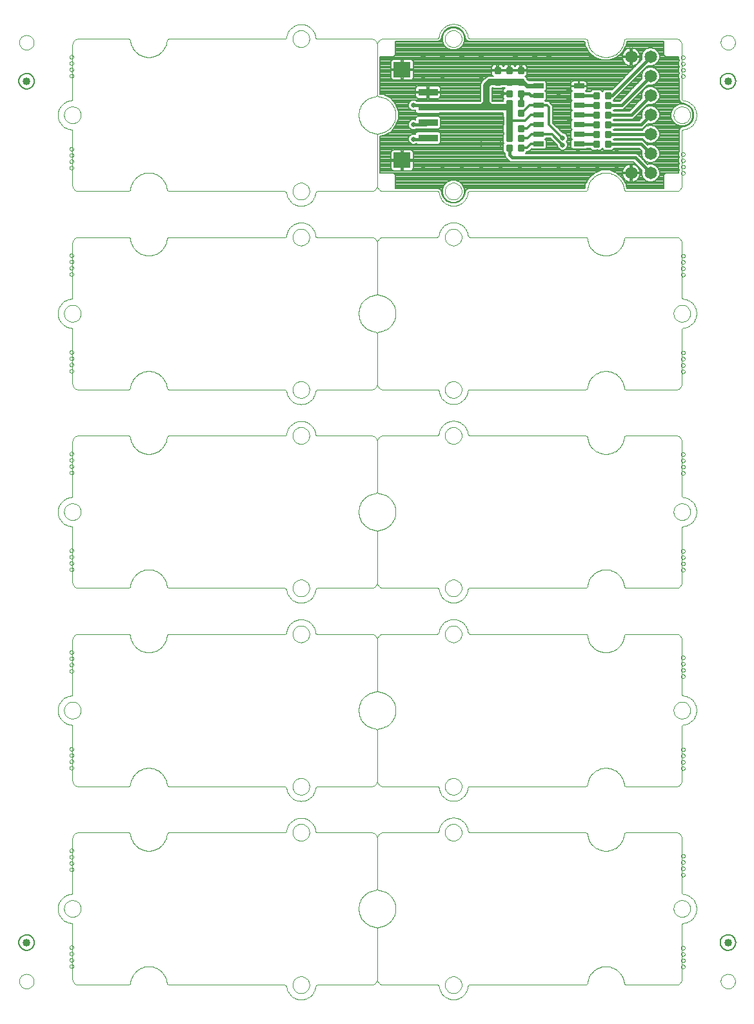
<source format=gtl>
G75*
G70*
%OFA0B0*%
%FSLAX24Y24*%
%IPPOS*%
%LPD*%
%AMOC8*
5,1,8,0,0,1.08239X$1,22.5*
%
%ADD10C,0.0000*%
%ADD11R,0.0550X0.0250*%
%ADD12C,0.0088*%
%ADD13R,0.1000X0.0380*%
%ADD14R,0.0860X0.0800*%
%ADD15C,0.0650*%
%ADD16C,0.0010*%
%ADD17C,0.0400*%
%ADD18C,0.0080*%
%ADD19C,0.0250*%
%ADD20C,0.0160*%
%ADD21C,0.0320*%
%ADD22C,0.0240*%
%ADD23C,0.0120*%
D10*
X003196Y001817D02*
X003198Y001856D01*
X003204Y001894D01*
X003214Y001931D01*
X003227Y001967D01*
X003245Y002002D01*
X003265Y002034D01*
X003289Y002065D01*
X003316Y002092D01*
X003346Y002117D01*
X003378Y002138D01*
X003412Y002157D01*
X003448Y002171D01*
X003485Y002182D01*
X003523Y002189D01*
X003561Y002192D01*
X003600Y002191D01*
X003638Y002186D01*
X003676Y002177D01*
X003712Y002164D01*
X003747Y002148D01*
X003780Y002128D01*
X003811Y002105D01*
X003840Y002079D01*
X003865Y002050D01*
X003887Y002018D01*
X003906Y001985D01*
X003922Y001949D01*
X003934Y001913D01*
X003942Y001875D01*
X003946Y001836D01*
X003946Y001798D01*
X003942Y001759D01*
X003934Y001721D01*
X003922Y001685D01*
X003906Y001649D01*
X003887Y001616D01*
X003865Y001584D01*
X003840Y001555D01*
X003811Y001529D01*
X003780Y001506D01*
X003747Y001486D01*
X003712Y001470D01*
X003676Y001457D01*
X003638Y001448D01*
X003600Y001443D01*
X003561Y001442D01*
X003523Y001445D01*
X003485Y001452D01*
X003448Y001463D01*
X003412Y001477D01*
X003378Y001496D01*
X003346Y001517D01*
X003316Y001542D01*
X003289Y001569D01*
X003265Y001600D01*
X003245Y001632D01*
X003227Y001667D01*
X003214Y001703D01*
X003204Y001740D01*
X003198Y001778D01*
X003196Y001817D01*
X005798Y002592D02*
X005800Y002611D01*
X005805Y002630D01*
X005815Y002646D01*
X005827Y002661D01*
X005842Y002673D01*
X005858Y002683D01*
X005877Y002688D01*
X005896Y002690D01*
X005915Y002688D01*
X005934Y002683D01*
X005950Y002673D01*
X005965Y002661D01*
X005977Y002646D01*
X005987Y002630D01*
X005992Y002611D01*
X005994Y002592D01*
X005992Y002573D01*
X005987Y002554D01*
X005977Y002538D01*
X005965Y002523D01*
X005950Y002511D01*
X005934Y002501D01*
X005915Y002496D01*
X005896Y002494D01*
X005877Y002496D01*
X005858Y002501D01*
X005842Y002511D01*
X005827Y002523D01*
X005815Y002538D01*
X005805Y002554D01*
X005800Y002573D01*
X005798Y002592D01*
X005798Y002917D02*
X005800Y002936D01*
X005805Y002955D01*
X005815Y002971D01*
X005827Y002986D01*
X005842Y002998D01*
X005858Y003008D01*
X005877Y003013D01*
X005896Y003015D01*
X005915Y003013D01*
X005934Y003008D01*
X005950Y002998D01*
X005965Y002986D01*
X005977Y002971D01*
X005987Y002955D01*
X005992Y002936D01*
X005994Y002917D01*
X005992Y002898D01*
X005987Y002879D01*
X005977Y002863D01*
X005965Y002848D01*
X005950Y002836D01*
X005934Y002826D01*
X005915Y002821D01*
X005896Y002819D01*
X005877Y002821D01*
X005858Y002826D01*
X005842Y002836D01*
X005827Y002848D01*
X005815Y002863D01*
X005805Y002879D01*
X005800Y002898D01*
X005798Y002917D01*
X005798Y003242D02*
X005800Y003261D01*
X005805Y003280D01*
X005815Y003296D01*
X005827Y003311D01*
X005842Y003323D01*
X005858Y003333D01*
X005877Y003338D01*
X005896Y003340D01*
X005915Y003338D01*
X005934Y003333D01*
X005950Y003323D01*
X005965Y003311D01*
X005977Y003296D01*
X005987Y003280D01*
X005992Y003261D01*
X005994Y003242D01*
X005992Y003223D01*
X005987Y003204D01*
X005977Y003188D01*
X005965Y003173D01*
X005950Y003161D01*
X005934Y003151D01*
X005915Y003146D01*
X005896Y003144D01*
X005877Y003146D01*
X005858Y003151D01*
X005842Y003161D01*
X005827Y003173D01*
X005815Y003188D01*
X005805Y003204D01*
X005800Y003223D01*
X005798Y003242D01*
X005798Y003567D02*
X005800Y003586D01*
X005805Y003605D01*
X005815Y003621D01*
X005827Y003636D01*
X005842Y003648D01*
X005858Y003658D01*
X005877Y003663D01*
X005896Y003665D01*
X005915Y003663D01*
X005934Y003658D01*
X005950Y003648D01*
X005965Y003636D01*
X005977Y003621D01*
X005987Y003605D01*
X005992Y003586D01*
X005994Y003567D01*
X005992Y003548D01*
X005987Y003529D01*
X005977Y003513D01*
X005965Y003498D01*
X005950Y003486D01*
X005934Y003476D01*
X005915Y003471D01*
X005896Y003469D01*
X005877Y003471D01*
X005858Y003476D01*
X005842Y003486D01*
X005827Y003498D01*
X005815Y003513D01*
X005805Y003529D01*
X005800Y003548D01*
X005798Y003567D01*
X005514Y005567D02*
X005516Y005608D01*
X005522Y005649D01*
X005532Y005689D01*
X005545Y005728D01*
X005562Y005765D01*
X005583Y005801D01*
X005607Y005835D01*
X005634Y005866D01*
X005663Y005894D01*
X005696Y005920D01*
X005730Y005942D01*
X005767Y005961D01*
X005805Y005976D01*
X005845Y005988D01*
X005885Y005996D01*
X005926Y006000D01*
X005968Y006000D01*
X006009Y005996D01*
X006049Y005988D01*
X006089Y005976D01*
X006127Y005961D01*
X006163Y005942D01*
X006198Y005920D01*
X006231Y005894D01*
X006260Y005866D01*
X006287Y005835D01*
X006311Y005801D01*
X006332Y005765D01*
X006349Y005728D01*
X006362Y005689D01*
X006372Y005649D01*
X006378Y005608D01*
X006380Y005567D01*
X006378Y005526D01*
X006372Y005485D01*
X006362Y005445D01*
X006349Y005406D01*
X006332Y005369D01*
X006311Y005333D01*
X006287Y005299D01*
X006260Y005268D01*
X006231Y005240D01*
X006198Y005214D01*
X006164Y005192D01*
X006127Y005173D01*
X006089Y005158D01*
X006049Y005146D01*
X006009Y005138D01*
X005968Y005134D01*
X005926Y005134D01*
X005885Y005138D01*
X005845Y005146D01*
X005805Y005158D01*
X005767Y005173D01*
X005731Y005192D01*
X005696Y005214D01*
X005663Y005240D01*
X005634Y005268D01*
X005607Y005299D01*
X005583Y005333D01*
X005562Y005369D01*
X005545Y005406D01*
X005532Y005445D01*
X005522Y005485D01*
X005516Y005526D01*
X005514Y005567D01*
X005798Y007592D02*
X005800Y007611D01*
X005805Y007630D01*
X005815Y007646D01*
X005827Y007661D01*
X005842Y007673D01*
X005858Y007683D01*
X005877Y007688D01*
X005896Y007690D01*
X005915Y007688D01*
X005934Y007683D01*
X005950Y007673D01*
X005965Y007661D01*
X005977Y007646D01*
X005987Y007630D01*
X005992Y007611D01*
X005994Y007592D01*
X005992Y007573D01*
X005987Y007554D01*
X005977Y007538D01*
X005965Y007523D01*
X005950Y007511D01*
X005934Y007501D01*
X005915Y007496D01*
X005896Y007494D01*
X005877Y007496D01*
X005858Y007501D01*
X005842Y007511D01*
X005827Y007523D01*
X005815Y007538D01*
X005805Y007554D01*
X005800Y007573D01*
X005798Y007592D01*
X005798Y007917D02*
X005800Y007936D01*
X005805Y007955D01*
X005815Y007971D01*
X005827Y007986D01*
X005842Y007998D01*
X005858Y008008D01*
X005877Y008013D01*
X005896Y008015D01*
X005915Y008013D01*
X005934Y008008D01*
X005950Y007998D01*
X005965Y007986D01*
X005977Y007971D01*
X005987Y007955D01*
X005992Y007936D01*
X005994Y007917D01*
X005992Y007898D01*
X005987Y007879D01*
X005977Y007863D01*
X005965Y007848D01*
X005950Y007836D01*
X005934Y007826D01*
X005915Y007821D01*
X005896Y007819D01*
X005877Y007821D01*
X005858Y007826D01*
X005842Y007836D01*
X005827Y007848D01*
X005815Y007863D01*
X005805Y007879D01*
X005800Y007898D01*
X005798Y007917D01*
X005798Y008242D02*
X005800Y008261D01*
X005805Y008280D01*
X005815Y008296D01*
X005827Y008311D01*
X005842Y008323D01*
X005858Y008333D01*
X005877Y008338D01*
X005896Y008340D01*
X005915Y008338D01*
X005934Y008333D01*
X005950Y008323D01*
X005965Y008311D01*
X005977Y008296D01*
X005987Y008280D01*
X005992Y008261D01*
X005994Y008242D01*
X005992Y008223D01*
X005987Y008204D01*
X005977Y008188D01*
X005965Y008173D01*
X005950Y008161D01*
X005934Y008151D01*
X005915Y008146D01*
X005896Y008144D01*
X005877Y008146D01*
X005858Y008151D01*
X005842Y008161D01*
X005827Y008173D01*
X005815Y008188D01*
X005805Y008204D01*
X005800Y008223D01*
X005798Y008242D01*
X005798Y008567D02*
X005800Y008586D01*
X005805Y008605D01*
X005815Y008621D01*
X005827Y008636D01*
X005842Y008648D01*
X005858Y008658D01*
X005877Y008663D01*
X005896Y008665D01*
X005915Y008663D01*
X005934Y008658D01*
X005950Y008648D01*
X005965Y008636D01*
X005977Y008621D01*
X005987Y008605D01*
X005992Y008586D01*
X005994Y008567D01*
X005992Y008548D01*
X005987Y008529D01*
X005977Y008513D01*
X005965Y008498D01*
X005950Y008486D01*
X005934Y008476D01*
X005915Y008471D01*
X005896Y008469D01*
X005877Y008471D01*
X005858Y008476D01*
X005842Y008486D01*
X005827Y008498D01*
X005815Y008513D01*
X005805Y008529D01*
X005800Y008548D01*
X005798Y008567D01*
X005798Y012842D02*
X005800Y012861D01*
X005805Y012880D01*
X005815Y012896D01*
X005827Y012911D01*
X005842Y012923D01*
X005858Y012933D01*
X005877Y012938D01*
X005896Y012940D01*
X005915Y012938D01*
X005934Y012933D01*
X005950Y012923D01*
X005965Y012911D01*
X005977Y012896D01*
X005987Y012880D01*
X005992Y012861D01*
X005994Y012842D01*
X005992Y012823D01*
X005987Y012804D01*
X005977Y012788D01*
X005965Y012773D01*
X005950Y012761D01*
X005934Y012751D01*
X005915Y012746D01*
X005896Y012744D01*
X005877Y012746D01*
X005858Y012751D01*
X005842Y012761D01*
X005827Y012773D01*
X005815Y012788D01*
X005805Y012804D01*
X005800Y012823D01*
X005798Y012842D01*
X005798Y013167D02*
X005800Y013186D01*
X005805Y013205D01*
X005815Y013221D01*
X005827Y013236D01*
X005842Y013248D01*
X005858Y013258D01*
X005877Y013263D01*
X005896Y013265D01*
X005915Y013263D01*
X005934Y013258D01*
X005950Y013248D01*
X005965Y013236D01*
X005977Y013221D01*
X005987Y013205D01*
X005992Y013186D01*
X005994Y013167D01*
X005992Y013148D01*
X005987Y013129D01*
X005977Y013113D01*
X005965Y013098D01*
X005950Y013086D01*
X005934Y013076D01*
X005915Y013071D01*
X005896Y013069D01*
X005877Y013071D01*
X005858Y013076D01*
X005842Y013086D01*
X005827Y013098D01*
X005815Y013113D01*
X005805Y013129D01*
X005800Y013148D01*
X005798Y013167D01*
X005798Y013492D02*
X005800Y013511D01*
X005805Y013530D01*
X005815Y013546D01*
X005827Y013561D01*
X005842Y013573D01*
X005858Y013583D01*
X005877Y013588D01*
X005896Y013590D01*
X005915Y013588D01*
X005934Y013583D01*
X005950Y013573D01*
X005965Y013561D01*
X005977Y013546D01*
X005987Y013530D01*
X005992Y013511D01*
X005994Y013492D01*
X005992Y013473D01*
X005987Y013454D01*
X005977Y013438D01*
X005965Y013423D01*
X005950Y013411D01*
X005934Y013401D01*
X005915Y013396D01*
X005896Y013394D01*
X005877Y013396D01*
X005858Y013401D01*
X005842Y013411D01*
X005827Y013423D01*
X005815Y013438D01*
X005805Y013454D01*
X005800Y013473D01*
X005798Y013492D01*
X005798Y013817D02*
X005800Y013836D01*
X005805Y013855D01*
X005815Y013871D01*
X005827Y013886D01*
X005842Y013898D01*
X005858Y013908D01*
X005877Y013913D01*
X005896Y013915D01*
X005915Y013913D01*
X005934Y013908D01*
X005950Y013898D01*
X005965Y013886D01*
X005977Y013871D01*
X005987Y013855D01*
X005992Y013836D01*
X005994Y013817D01*
X005992Y013798D01*
X005987Y013779D01*
X005977Y013763D01*
X005965Y013748D01*
X005950Y013736D01*
X005934Y013726D01*
X005915Y013721D01*
X005896Y013719D01*
X005877Y013721D01*
X005858Y013726D01*
X005842Y013736D01*
X005827Y013748D01*
X005815Y013763D01*
X005805Y013779D01*
X005800Y013798D01*
X005798Y013817D01*
X005514Y015817D02*
X005516Y015858D01*
X005522Y015899D01*
X005532Y015939D01*
X005545Y015978D01*
X005562Y016015D01*
X005583Y016051D01*
X005607Y016085D01*
X005634Y016116D01*
X005663Y016144D01*
X005696Y016170D01*
X005730Y016192D01*
X005767Y016211D01*
X005805Y016226D01*
X005845Y016238D01*
X005885Y016246D01*
X005926Y016250D01*
X005968Y016250D01*
X006009Y016246D01*
X006049Y016238D01*
X006089Y016226D01*
X006127Y016211D01*
X006163Y016192D01*
X006198Y016170D01*
X006231Y016144D01*
X006260Y016116D01*
X006287Y016085D01*
X006311Y016051D01*
X006332Y016015D01*
X006349Y015978D01*
X006362Y015939D01*
X006372Y015899D01*
X006378Y015858D01*
X006380Y015817D01*
X006378Y015776D01*
X006372Y015735D01*
X006362Y015695D01*
X006349Y015656D01*
X006332Y015619D01*
X006311Y015583D01*
X006287Y015549D01*
X006260Y015518D01*
X006231Y015490D01*
X006198Y015464D01*
X006164Y015442D01*
X006127Y015423D01*
X006089Y015408D01*
X006049Y015396D01*
X006009Y015388D01*
X005968Y015384D01*
X005926Y015384D01*
X005885Y015388D01*
X005845Y015396D01*
X005805Y015408D01*
X005767Y015423D01*
X005731Y015442D01*
X005696Y015464D01*
X005663Y015490D01*
X005634Y015518D01*
X005607Y015549D01*
X005583Y015583D01*
X005562Y015619D01*
X005545Y015656D01*
X005532Y015695D01*
X005522Y015735D01*
X005516Y015776D01*
X005514Y015817D01*
X005798Y017842D02*
X005800Y017861D01*
X005805Y017880D01*
X005815Y017896D01*
X005827Y017911D01*
X005842Y017923D01*
X005858Y017933D01*
X005877Y017938D01*
X005896Y017940D01*
X005915Y017938D01*
X005934Y017933D01*
X005950Y017923D01*
X005965Y017911D01*
X005977Y017896D01*
X005987Y017880D01*
X005992Y017861D01*
X005994Y017842D01*
X005992Y017823D01*
X005987Y017804D01*
X005977Y017788D01*
X005965Y017773D01*
X005950Y017761D01*
X005934Y017751D01*
X005915Y017746D01*
X005896Y017744D01*
X005877Y017746D01*
X005858Y017751D01*
X005842Y017761D01*
X005827Y017773D01*
X005815Y017788D01*
X005805Y017804D01*
X005800Y017823D01*
X005798Y017842D01*
X005798Y018167D02*
X005800Y018186D01*
X005805Y018205D01*
X005815Y018221D01*
X005827Y018236D01*
X005842Y018248D01*
X005858Y018258D01*
X005877Y018263D01*
X005896Y018265D01*
X005915Y018263D01*
X005934Y018258D01*
X005950Y018248D01*
X005965Y018236D01*
X005977Y018221D01*
X005987Y018205D01*
X005992Y018186D01*
X005994Y018167D01*
X005992Y018148D01*
X005987Y018129D01*
X005977Y018113D01*
X005965Y018098D01*
X005950Y018086D01*
X005934Y018076D01*
X005915Y018071D01*
X005896Y018069D01*
X005877Y018071D01*
X005858Y018076D01*
X005842Y018086D01*
X005827Y018098D01*
X005815Y018113D01*
X005805Y018129D01*
X005800Y018148D01*
X005798Y018167D01*
X005798Y018492D02*
X005800Y018511D01*
X005805Y018530D01*
X005815Y018546D01*
X005827Y018561D01*
X005842Y018573D01*
X005858Y018583D01*
X005877Y018588D01*
X005896Y018590D01*
X005915Y018588D01*
X005934Y018583D01*
X005950Y018573D01*
X005965Y018561D01*
X005977Y018546D01*
X005987Y018530D01*
X005992Y018511D01*
X005994Y018492D01*
X005992Y018473D01*
X005987Y018454D01*
X005977Y018438D01*
X005965Y018423D01*
X005950Y018411D01*
X005934Y018401D01*
X005915Y018396D01*
X005896Y018394D01*
X005877Y018396D01*
X005858Y018401D01*
X005842Y018411D01*
X005827Y018423D01*
X005815Y018438D01*
X005805Y018454D01*
X005800Y018473D01*
X005798Y018492D01*
X005798Y018817D02*
X005800Y018836D01*
X005805Y018855D01*
X005815Y018871D01*
X005827Y018886D01*
X005842Y018898D01*
X005858Y018908D01*
X005877Y018913D01*
X005896Y018915D01*
X005915Y018913D01*
X005934Y018908D01*
X005950Y018898D01*
X005965Y018886D01*
X005977Y018871D01*
X005987Y018855D01*
X005992Y018836D01*
X005994Y018817D01*
X005992Y018798D01*
X005987Y018779D01*
X005977Y018763D01*
X005965Y018748D01*
X005950Y018736D01*
X005934Y018726D01*
X005915Y018721D01*
X005896Y018719D01*
X005877Y018721D01*
X005858Y018726D01*
X005842Y018736D01*
X005827Y018748D01*
X005815Y018763D01*
X005805Y018779D01*
X005800Y018798D01*
X005798Y018817D01*
X005798Y023092D02*
X005800Y023111D01*
X005805Y023130D01*
X005815Y023146D01*
X005827Y023161D01*
X005842Y023173D01*
X005858Y023183D01*
X005877Y023188D01*
X005896Y023190D01*
X005915Y023188D01*
X005934Y023183D01*
X005950Y023173D01*
X005965Y023161D01*
X005977Y023146D01*
X005987Y023130D01*
X005992Y023111D01*
X005994Y023092D01*
X005992Y023073D01*
X005987Y023054D01*
X005977Y023038D01*
X005965Y023023D01*
X005950Y023011D01*
X005934Y023001D01*
X005915Y022996D01*
X005896Y022994D01*
X005877Y022996D01*
X005858Y023001D01*
X005842Y023011D01*
X005827Y023023D01*
X005815Y023038D01*
X005805Y023054D01*
X005800Y023073D01*
X005798Y023092D01*
X005798Y023417D02*
X005800Y023436D01*
X005805Y023455D01*
X005815Y023471D01*
X005827Y023486D01*
X005842Y023498D01*
X005858Y023508D01*
X005877Y023513D01*
X005896Y023515D01*
X005915Y023513D01*
X005934Y023508D01*
X005950Y023498D01*
X005965Y023486D01*
X005977Y023471D01*
X005987Y023455D01*
X005992Y023436D01*
X005994Y023417D01*
X005992Y023398D01*
X005987Y023379D01*
X005977Y023363D01*
X005965Y023348D01*
X005950Y023336D01*
X005934Y023326D01*
X005915Y023321D01*
X005896Y023319D01*
X005877Y023321D01*
X005858Y023326D01*
X005842Y023336D01*
X005827Y023348D01*
X005815Y023363D01*
X005805Y023379D01*
X005800Y023398D01*
X005798Y023417D01*
X005798Y023742D02*
X005800Y023761D01*
X005805Y023780D01*
X005815Y023796D01*
X005827Y023811D01*
X005842Y023823D01*
X005858Y023833D01*
X005877Y023838D01*
X005896Y023840D01*
X005915Y023838D01*
X005934Y023833D01*
X005950Y023823D01*
X005965Y023811D01*
X005977Y023796D01*
X005987Y023780D01*
X005992Y023761D01*
X005994Y023742D01*
X005992Y023723D01*
X005987Y023704D01*
X005977Y023688D01*
X005965Y023673D01*
X005950Y023661D01*
X005934Y023651D01*
X005915Y023646D01*
X005896Y023644D01*
X005877Y023646D01*
X005858Y023651D01*
X005842Y023661D01*
X005827Y023673D01*
X005815Y023688D01*
X005805Y023704D01*
X005800Y023723D01*
X005798Y023742D01*
X005798Y024067D02*
X005800Y024086D01*
X005805Y024105D01*
X005815Y024121D01*
X005827Y024136D01*
X005842Y024148D01*
X005858Y024158D01*
X005877Y024163D01*
X005896Y024165D01*
X005915Y024163D01*
X005934Y024158D01*
X005950Y024148D01*
X005965Y024136D01*
X005977Y024121D01*
X005987Y024105D01*
X005992Y024086D01*
X005994Y024067D01*
X005992Y024048D01*
X005987Y024029D01*
X005977Y024013D01*
X005965Y023998D01*
X005950Y023986D01*
X005934Y023976D01*
X005915Y023971D01*
X005896Y023969D01*
X005877Y023971D01*
X005858Y023976D01*
X005842Y023986D01*
X005827Y023998D01*
X005815Y024013D01*
X005805Y024029D01*
X005800Y024048D01*
X005798Y024067D01*
X005514Y026067D02*
X005516Y026108D01*
X005522Y026149D01*
X005532Y026189D01*
X005545Y026228D01*
X005562Y026265D01*
X005583Y026301D01*
X005607Y026335D01*
X005634Y026366D01*
X005663Y026394D01*
X005696Y026420D01*
X005730Y026442D01*
X005767Y026461D01*
X005805Y026476D01*
X005845Y026488D01*
X005885Y026496D01*
X005926Y026500D01*
X005968Y026500D01*
X006009Y026496D01*
X006049Y026488D01*
X006089Y026476D01*
X006127Y026461D01*
X006163Y026442D01*
X006198Y026420D01*
X006231Y026394D01*
X006260Y026366D01*
X006287Y026335D01*
X006311Y026301D01*
X006332Y026265D01*
X006349Y026228D01*
X006362Y026189D01*
X006372Y026149D01*
X006378Y026108D01*
X006380Y026067D01*
X006378Y026026D01*
X006372Y025985D01*
X006362Y025945D01*
X006349Y025906D01*
X006332Y025869D01*
X006311Y025833D01*
X006287Y025799D01*
X006260Y025768D01*
X006231Y025740D01*
X006198Y025714D01*
X006164Y025692D01*
X006127Y025673D01*
X006089Y025658D01*
X006049Y025646D01*
X006009Y025638D01*
X005968Y025634D01*
X005926Y025634D01*
X005885Y025638D01*
X005845Y025646D01*
X005805Y025658D01*
X005767Y025673D01*
X005731Y025692D01*
X005696Y025714D01*
X005663Y025740D01*
X005634Y025768D01*
X005607Y025799D01*
X005583Y025833D01*
X005562Y025869D01*
X005545Y025906D01*
X005532Y025945D01*
X005522Y025985D01*
X005516Y026026D01*
X005514Y026067D01*
X005798Y028092D02*
X005800Y028111D01*
X005805Y028130D01*
X005815Y028146D01*
X005827Y028161D01*
X005842Y028173D01*
X005858Y028183D01*
X005877Y028188D01*
X005896Y028190D01*
X005915Y028188D01*
X005934Y028183D01*
X005950Y028173D01*
X005965Y028161D01*
X005977Y028146D01*
X005987Y028130D01*
X005992Y028111D01*
X005994Y028092D01*
X005992Y028073D01*
X005987Y028054D01*
X005977Y028038D01*
X005965Y028023D01*
X005950Y028011D01*
X005934Y028001D01*
X005915Y027996D01*
X005896Y027994D01*
X005877Y027996D01*
X005858Y028001D01*
X005842Y028011D01*
X005827Y028023D01*
X005815Y028038D01*
X005805Y028054D01*
X005800Y028073D01*
X005798Y028092D01*
X005798Y028417D02*
X005800Y028436D01*
X005805Y028455D01*
X005815Y028471D01*
X005827Y028486D01*
X005842Y028498D01*
X005858Y028508D01*
X005877Y028513D01*
X005896Y028515D01*
X005915Y028513D01*
X005934Y028508D01*
X005950Y028498D01*
X005965Y028486D01*
X005977Y028471D01*
X005987Y028455D01*
X005992Y028436D01*
X005994Y028417D01*
X005992Y028398D01*
X005987Y028379D01*
X005977Y028363D01*
X005965Y028348D01*
X005950Y028336D01*
X005934Y028326D01*
X005915Y028321D01*
X005896Y028319D01*
X005877Y028321D01*
X005858Y028326D01*
X005842Y028336D01*
X005827Y028348D01*
X005815Y028363D01*
X005805Y028379D01*
X005800Y028398D01*
X005798Y028417D01*
X005798Y028742D02*
X005800Y028761D01*
X005805Y028780D01*
X005815Y028796D01*
X005827Y028811D01*
X005842Y028823D01*
X005858Y028833D01*
X005877Y028838D01*
X005896Y028840D01*
X005915Y028838D01*
X005934Y028833D01*
X005950Y028823D01*
X005965Y028811D01*
X005977Y028796D01*
X005987Y028780D01*
X005992Y028761D01*
X005994Y028742D01*
X005992Y028723D01*
X005987Y028704D01*
X005977Y028688D01*
X005965Y028673D01*
X005950Y028661D01*
X005934Y028651D01*
X005915Y028646D01*
X005896Y028644D01*
X005877Y028646D01*
X005858Y028651D01*
X005842Y028661D01*
X005827Y028673D01*
X005815Y028688D01*
X005805Y028704D01*
X005800Y028723D01*
X005798Y028742D01*
X005798Y029067D02*
X005800Y029086D01*
X005805Y029105D01*
X005815Y029121D01*
X005827Y029136D01*
X005842Y029148D01*
X005858Y029158D01*
X005877Y029163D01*
X005896Y029165D01*
X005915Y029163D01*
X005934Y029158D01*
X005950Y029148D01*
X005965Y029136D01*
X005977Y029121D01*
X005987Y029105D01*
X005992Y029086D01*
X005994Y029067D01*
X005992Y029048D01*
X005987Y029029D01*
X005977Y029013D01*
X005965Y028998D01*
X005950Y028986D01*
X005934Y028976D01*
X005915Y028971D01*
X005896Y028969D01*
X005877Y028971D01*
X005858Y028976D01*
X005842Y028986D01*
X005827Y028998D01*
X005815Y029013D01*
X005805Y029029D01*
X005800Y029048D01*
X005798Y029067D01*
X005798Y033342D02*
X005800Y033361D01*
X005805Y033380D01*
X005815Y033396D01*
X005827Y033411D01*
X005842Y033423D01*
X005858Y033433D01*
X005877Y033438D01*
X005896Y033440D01*
X005915Y033438D01*
X005934Y033433D01*
X005950Y033423D01*
X005965Y033411D01*
X005977Y033396D01*
X005987Y033380D01*
X005992Y033361D01*
X005994Y033342D01*
X005992Y033323D01*
X005987Y033304D01*
X005977Y033288D01*
X005965Y033273D01*
X005950Y033261D01*
X005934Y033251D01*
X005915Y033246D01*
X005896Y033244D01*
X005877Y033246D01*
X005858Y033251D01*
X005842Y033261D01*
X005827Y033273D01*
X005815Y033288D01*
X005805Y033304D01*
X005800Y033323D01*
X005798Y033342D01*
X005798Y033667D02*
X005800Y033686D01*
X005805Y033705D01*
X005815Y033721D01*
X005827Y033736D01*
X005842Y033748D01*
X005858Y033758D01*
X005877Y033763D01*
X005896Y033765D01*
X005915Y033763D01*
X005934Y033758D01*
X005950Y033748D01*
X005965Y033736D01*
X005977Y033721D01*
X005987Y033705D01*
X005992Y033686D01*
X005994Y033667D01*
X005992Y033648D01*
X005987Y033629D01*
X005977Y033613D01*
X005965Y033598D01*
X005950Y033586D01*
X005934Y033576D01*
X005915Y033571D01*
X005896Y033569D01*
X005877Y033571D01*
X005858Y033576D01*
X005842Y033586D01*
X005827Y033598D01*
X005815Y033613D01*
X005805Y033629D01*
X005800Y033648D01*
X005798Y033667D01*
X005798Y033992D02*
X005800Y034011D01*
X005805Y034030D01*
X005815Y034046D01*
X005827Y034061D01*
X005842Y034073D01*
X005858Y034083D01*
X005877Y034088D01*
X005896Y034090D01*
X005915Y034088D01*
X005934Y034083D01*
X005950Y034073D01*
X005965Y034061D01*
X005977Y034046D01*
X005987Y034030D01*
X005992Y034011D01*
X005994Y033992D01*
X005992Y033973D01*
X005987Y033954D01*
X005977Y033938D01*
X005965Y033923D01*
X005950Y033911D01*
X005934Y033901D01*
X005915Y033896D01*
X005896Y033894D01*
X005877Y033896D01*
X005858Y033901D01*
X005842Y033911D01*
X005827Y033923D01*
X005815Y033938D01*
X005805Y033954D01*
X005800Y033973D01*
X005798Y033992D01*
X005798Y034317D02*
X005800Y034336D01*
X005805Y034355D01*
X005815Y034371D01*
X005827Y034386D01*
X005842Y034398D01*
X005858Y034408D01*
X005877Y034413D01*
X005896Y034415D01*
X005915Y034413D01*
X005934Y034408D01*
X005950Y034398D01*
X005965Y034386D01*
X005977Y034371D01*
X005987Y034355D01*
X005992Y034336D01*
X005994Y034317D01*
X005992Y034298D01*
X005987Y034279D01*
X005977Y034263D01*
X005965Y034248D01*
X005950Y034236D01*
X005934Y034226D01*
X005915Y034221D01*
X005896Y034219D01*
X005877Y034221D01*
X005858Y034226D01*
X005842Y034236D01*
X005827Y034248D01*
X005815Y034263D01*
X005805Y034279D01*
X005800Y034298D01*
X005798Y034317D01*
X005514Y036317D02*
X005516Y036358D01*
X005522Y036399D01*
X005532Y036439D01*
X005545Y036478D01*
X005562Y036515D01*
X005583Y036551D01*
X005607Y036585D01*
X005634Y036616D01*
X005663Y036644D01*
X005696Y036670D01*
X005730Y036692D01*
X005767Y036711D01*
X005805Y036726D01*
X005845Y036738D01*
X005885Y036746D01*
X005926Y036750D01*
X005968Y036750D01*
X006009Y036746D01*
X006049Y036738D01*
X006089Y036726D01*
X006127Y036711D01*
X006163Y036692D01*
X006198Y036670D01*
X006231Y036644D01*
X006260Y036616D01*
X006287Y036585D01*
X006311Y036551D01*
X006332Y036515D01*
X006349Y036478D01*
X006362Y036439D01*
X006372Y036399D01*
X006378Y036358D01*
X006380Y036317D01*
X006378Y036276D01*
X006372Y036235D01*
X006362Y036195D01*
X006349Y036156D01*
X006332Y036119D01*
X006311Y036083D01*
X006287Y036049D01*
X006260Y036018D01*
X006231Y035990D01*
X006198Y035964D01*
X006164Y035942D01*
X006127Y035923D01*
X006089Y035908D01*
X006049Y035896D01*
X006009Y035888D01*
X005968Y035884D01*
X005926Y035884D01*
X005885Y035888D01*
X005845Y035896D01*
X005805Y035908D01*
X005767Y035923D01*
X005731Y035942D01*
X005696Y035964D01*
X005663Y035990D01*
X005634Y036018D01*
X005607Y036049D01*
X005583Y036083D01*
X005562Y036119D01*
X005545Y036156D01*
X005532Y036195D01*
X005522Y036235D01*
X005516Y036276D01*
X005514Y036317D01*
X005798Y038342D02*
X005800Y038361D01*
X005805Y038380D01*
X005815Y038396D01*
X005827Y038411D01*
X005842Y038423D01*
X005858Y038433D01*
X005877Y038438D01*
X005896Y038440D01*
X005915Y038438D01*
X005934Y038433D01*
X005950Y038423D01*
X005965Y038411D01*
X005977Y038396D01*
X005987Y038380D01*
X005992Y038361D01*
X005994Y038342D01*
X005992Y038323D01*
X005987Y038304D01*
X005977Y038288D01*
X005965Y038273D01*
X005950Y038261D01*
X005934Y038251D01*
X005915Y038246D01*
X005896Y038244D01*
X005877Y038246D01*
X005858Y038251D01*
X005842Y038261D01*
X005827Y038273D01*
X005815Y038288D01*
X005805Y038304D01*
X005800Y038323D01*
X005798Y038342D01*
X005798Y038667D02*
X005800Y038686D01*
X005805Y038705D01*
X005815Y038721D01*
X005827Y038736D01*
X005842Y038748D01*
X005858Y038758D01*
X005877Y038763D01*
X005896Y038765D01*
X005915Y038763D01*
X005934Y038758D01*
X005950Y038748D01*
X005965Y038736D01*
X005977Y038721D01*
X005987Y038705D01*
X005992Y038686D01*
X005994Y038667D01*
X005992Y038648D01*
X005987Y038629D01*
X005977Y038613D01*
X005965Y038598D01*
X005950Y038586D01*
X005934Y038576D01*
X005915Y038571D01*
X005896Y038569D01*
X005877Y038571D01*
X005858Y038576D01*
X005842Y038586D01*
X005827Y038598D01*
X005815Y038613D01*
X005805Y038629D01*
X005800Y038648D01*
X005798Y038667D01*
X005798Y038992D02*
X005800Y039011D01*
X005805Y039030D01*
X005815Y039046D01*
X005827Y039061D01*
X005842Y039073D01*
X005858Y039083D01*
X005877Y039088D01*
X005896Y039090D01*
X005915Y039088D01*
X005934Y039083D01*
X005950Y039073D01*
X005965Y039061D01*
X005977Y039046D01*
X005987Y039030D01*
X005992Y039011D01*
X005994Y038992D01*
X005992Y038973D01*
X005987Y038954D01*
X005977Y038938D01*
X005965Y038923D01*
X005950Y038911D01*
X005934Y038901D01*
X005915Y038896D01*
X005896Y038894D01*
X005877Y038896D01*
X005858Y038901D01*
X005842Y038911D01*
X005827Y038923D01*
X005815Y038938D01*
X005805Y038954D01*
X005800Y038973D01*
X005798Y038992D01*
X005798Y039317D02*
X005800Y039336D01*
X005805Y039355D01*
X005815Y039371D01*
X005827Y039386D01*
X005842Y039398D01*
X005858Y039408D01*
X005877Y039413D01*
X005896Y039415D01*
X005915Y039413D01*
X005934Y039408D01*
X005950Y039398D01*
X005965Y039386D01*
X005977Y039371D01*
X005987Y039355D01*
X005992Y039336D01*
X005994Y039317D01*
X005992Y039298D01*
X005987Y039279D01*
X005977Y039263D01*
X005965Y039248D01*
X005950Y039236D01*
X005934Y039226D01*
X005915Y039221D01*
X005896Y039219D01*
X005877Y039221D01*
X005858Y039226D01*
X005842Y039236D01*
X005827Y039248D01*
X005815Y039263D01*
X005805Y039279D01*
X005800Y039298D01*
X005798Y039317D01*
X005798Y043842D02*
X005800Y043861D01*
X005805Y043880D01*
X005815Y043896D01*
X005827Y043911D01*
X005842Y043923D01*
X005858Y043933D01*
X005877Y043938D01*
X005896Y043940D01*
X005915Y043938D01*
X005934Y043933D01*
X005950Y043923D01*
X005965Y043911D01*
X005977Y043896D01*
X005987Y043880D01*
X005992Y043861D01*
X005994Y043842D01*
X005992Y043823D01*
X005987Y043804D01*
X005977Y043788D01*
X005965Y043773D01*
X005950Y043761D01*
X005934Y043751D01*
X005915Y043746D01*
X005896Y043744D01*
X005877Y043746D01*
X005858Y043751D01*
X005842Y043761D01*
X005827Y043773D01*
X005815Y043788D01*
X005805Y043804D01*
X005800Y043823D01*
X005798Y043842D01*
X005798Y044167D02*
X005800Y044186D01*
X005805Y044205D01*
X005815Y044221D01*
X005827Y044236D01*
X005842Y044248D01*
X005858Y044258D01*
X005877Y044263D01*
X005896Y044265D01*
X005915Y044263D01*
X005934Y044258D01*
X005950Y044248D01*
X005965Y044236D01*
X005977Y044221D01*
X005987Y044205D01*
X005992Y044186D01*
X005994Y044167D01*
X005992Y044148D01*
X005987Y044129D01*
X005977Y044113D01*
X005965Y044098D01*
X005950Y044086D01*
X005934Y044076D01*
X005915Y044071D01*
X005896Y044069D01*
X005877Y044071D01*
X005858Y044076D01*
X005842Y044086D01*
X005827Y044098D01*
X005815Y044113D01*
X005805Y044129D01*
X005800Y044148D01*
X005798Y044167D01*
X005798Y044492D02*
X005800Y044511D01*
X005805Y044530D01*
X005815Y044546D01*
X005827Y044561D01*
X005842Y044573D01*
X005858Y044583D01*
X005877Y044588D01*
X005896Y044590D01*
X005915Y044588D01*
X005934Y044583D01*
X005950Y044573D01*
X005965Y044561D01*
X005977Y044546D01*
X005987Y044530D01*
X005992Y044511D01*
X005994Y044492D01*
X005992Y044473D01*
X005987Y044454D01*
X005977Y044438D01*
X005965Y044423D01*
X005950Y044411D01*
X005934Y044401D01*
X005915Y044396D01*
X005896Y044394D01*
X005877Y044396D01*
X005858Y044401D01*
X005842Y044411D01*
X005827Y044423D01*
X005815Y044438D01*
X005805Y044454D01*
X005800Y044473D01*
X005798Y044492D01*
X005798Y044817D02*
X005800Y044836D01*
X005805Y044855D01*
X005815Y044871D01*
X005827Y044886D01*
X005842Y044898D01*
X005858Y044908D01*
X005877Y044913D01*
X005896Y044915D01*
X005915Y044913D01*
X005934Y044908D01*
X005950Y044898D01*
X005965Y044886D01*
X005977Y044871D01*
X005987Y044855D01*
X005992Y044836D01*
X005994Y044817D01*
X005992Y044798D01*
X005987Y044779D01*
X005977Y044763D01*
X005965Y044748D01*
X005950Y044736D01*
X005934Y044726D01*
X005915Y044721D01*
X005896Y044719D01*
X005877Y044721D01*
X005858Y044726D01*
X005842Y044736D01*
X005827Y044748D01*
X005815Y044763D01*
X005805Y044779D01*
X005800Y044798D01*
X005798Y044817D01*
X005514Y046567D02*
X005516Y046608D01*
X005522Y046649D01*
X005532Y046689D01*
X005545Y046728D01*
X005562Y046765D01*
X005583Y046801D01*
X005607Y046835D01*
X005634Y046866D01*
X005663Y046894D01*
X005696Y046920D01*
X005730Y046942D01*
X005767Y046961D01*
X005805Y046976D01*
X005845Y046988D01*
X005885Y046996D01*
X005926Y047000D01*
X005968Y047000D01*
X006009Y046996D01*
X006049Y046988D01*
X006089Y046976D01*
X006127Y046961D01*
X006163Y046942D01*
X006198Y046920D01*
X006231Y046894D01*
X006260Y046866D01*
X006287Y046835D01*
X006311Y046801D01*
X006332Y046765D01*
X006349Y046728D01*
X006362Y046689D01*
X006372Y046649D01*
X006378Y046608D01*
X006380Y046567D01*
X006378Y046526D01*
X006372Y046485D01*
X006362Y046445D01*
X006349Y046406D01*
X006332Y046369D01*
X006311Y046333D01*
X006287Y046299D01*
X006260Y046268D01*
X006231Y046240D01*
X006198Y046214D01*
X006164Y046192D01*
X006127Y046173D01*
X006089Y046158D01*
X006049Y046146D01*
X006009Y046138D01*
X005968Y046134D01*
X005926Y046134D01*
X005885Y046138D01*
X005845Y046146D01*
X005805Y046158D01*
X005767Y046173D01*
X005731Y046192D01*
X005696Y046214D01*
X005663Y046240D01*
X005634Y046268D01*
X005607Y046299D01*
X005583Y046333D01*
X005562Y046369D01*
X005545Y046406D01*
X005532Y046445D01*
X005522Y046485D01*
X005516Y046526D01*
X005514Y046567D01*
X005798Y048592D02*
X005800Y048611D01*
X005805Y048630D01*
X005815Y048646D01*
X005827Y048661D01*
X005842Y048673D01*
X005858Y048683D01*
X005877Y048688D01*
X005896Y048690D01*
X005915Y048688D01*
X005934Y048683D01*
X005950Y048673D01*
X005965Y048661D01*
X005977Y048646D01*
X005987Y048630D01*
X005992Y048611D01*
X005994Y048592D01*
X005992Y048573D01*
X005987Y048554D01*
X005977Y048538D01*
X005965Y048523D01*
X005950Y048511D01*
X005934Y048501D01*
X005915Y048496D01*
X005896Y048494D01*
X005877Y048496D01*
X005858Y048501D01*
X005842Y048511D01*
X005827Y048523D01*
X005815Y048538D01*
X005805Y048554D01*
X005800Y048573D01*
X005798Y048592D01*
X005798Y048917D02*
X005800Y048936D01*
X005805Y048955D01*
X005815Y048971D01*
X005827Y048986D01*
X005842Y048998D01*
X005858Y049008D01*
X005877Y049013D01*
X005896Y049015D01*
X005915Y049013D01*
X005934Y049008D01*
X005950Y048998D01*
X005965Y048986D01*
X005977Y048971D01*
X005987Y048955D01*
X005992Y048936D01*
X005994Y048917D01*
X005992Y048898D01*
X005987Y048879D01*
X005977Y048863D01*
X005965Y048848D01*
X005950Y048836D01*
X005934Y048826D01*
X005915Y048821D01*
X005896Y048819D01*
X005877Y048821D01*
X005858Y048826D01*
X005842Y048836D01*
X005827Y048848D01*
X005815Y048863D01*
X005805Y048879D01*
X005800Y048898D01*
X005798Y048917D01*
X005798Y049242D02*
X005800Y049261D01*
X005805Y049280D01*
X005815Y049296D01*
X005827Y049311D01*
X005842Y049323D01*
X005858Y049333D01*
X005877Y049338D01*
X005896Y049340D01*
X005915Y049338D01*
X005934Y049333D01*
X005950Y049323D01*
X005965Y049311D01*
X005977Y049296D01*
X005987Y049280D01*
X005992Y049261D01*
X005994Y049242D01*
X005992Y049223D01*
X005987Y049204D01*
X005977Y049188D01*
X005965Y049173D01*
X005950Y049161D01*
X005934Y049151D01*
X005915Y049146D01*
X005896Y049144D01*
X005877Y049146D01*
X005858Y049151D01*
X005842Y049161D01*
X005827Y049173D01*
X005815Y049188D01*
X005805Y049204D01*
X005800Y049223D01*
X005798Y049242D01*
X005798Y049567D02*
X005800Y049586D01*
X005805Y049605D01*
X005815Y049621D01*
X005827Y049636D01*
X005842Y049648D01*
X005858Y049658D01*
X005877Y049663D01*
X005896Y049665D01*
X005915Y049663D01*
X005934Y049658D01*
X005950Y049648D01*
X005965Y049636D01*
X005977Y049621D01*
X005987Y049605D01*
X005992Y049586D01*
X005994Y049567D01*
X005992Y049548D01*
X005987Y049529D01*
X005977Y049513D01*
X005965Y049498D01*
X005950Y049486D01*
X005934Y049476D01*
X005915Y049471D01*
X005896Y049469D01*
X005877Y049471D01*
X005858Y049476D01*
X005842Y049486D01*
X005827Y049498D01*
X005815Y049513D01*
X005805Y049529D01*
X005800Y049548D01*
X005798Y049567D01*
X003196Y050317D02*
X003198Y050356D01*
X003204Y050394D01*
X003214Y050431D01*
X003227Y050467D01*
X003245Y050502D01*
X003265Y050534D01*
X003289Y050565D01*
X003316Y050592D01*
X003346Y050617D01*
X003378Y050638D01*
X003412Y050657D01*
X003448Y050671D01*
X003485Y050682D01*
X003523Y050689D01*
X003561Y050692D01*
X003600Y050691D01*
X003638Y050686D01*
X003676Y050677D01*
X003712Y050664D01*
X003747Y050648D01*
X003780Y050628D01*
X003811Y050605D01*
X003840Y050579D01*
X003865Y050550D01*
X003887Y050518D01*
X003906Y050485D01*
X003922Y050449D01*
X003934Y050413D01*
X003942Y050375D01*
X003946Y050336D01*
X003946Y050298D01*
X003942Y050259D01*
X003934Y050221D01*
X003922Y050185D01*
X003906Y050149D01*
X003887Y050116D01*
X003865Y050084D01*
X003840Y050055D01*
X003811Y050029D01*
X003780Y050006D01*
X003747Y049986D01*
X003712Y049970D01*
X003676Y049957D01*
X003638Y049948D01*
X003600Y049943D01*
X003561Y049942D01*
X003523Y049945D01*
X003485Y049952D01*
X003448Y049963D01*
X003412Y049977D01*
X003378Y049996D01*
X003346Y050017D01*
X003316Y050042D01*
X003289Y050069D01*
X003265Y050100D01*
X003245Y050132D01*
X003227Y050167D01*
X003214Y050203D01*
X003204Y050240D01*
X003198Y050278D01*
X003196Y050317D01*
X017325Y050504D02*
X017327Y050545D01*
X017333Y050586D01*
X017343Y050626D01*
X017356Y050665D01*
X017373Y050702D01*
X017394Y050738D01*
X017418Y050772D01*
X017445Y050803D01*
X017474Y050831D01*
X017507Y050857D01*
X017541Y050879D01*
X017578Y050898D01*
X017616Y050913D01*
X017656Y050925D01*
X017696Y050933D01*
X017737Y050937D01*
X017779Y050937D01*
X017820Y050933D01*
X017860Y050925D01*
X017900Y050913D01*
X017938Y050898D01*
X017974Y050879D01*
X018009Y050857D01*
X018042Y050831D01*
X018071Y050803D01*
X018098Y050772D01*
X018122Y050738D01*
X018143Y050702D01*
X018160Y050665D01*
X018173Y050626D01*
X018183Y050586D01*
X018189Y050545D01*
X018191Y050504D01*
X018189Y050463D01*
X018183Y050422D01*
X018173Y050382D01*
X018160Y050343D01*
X018143Y050306D01*
X018122Y050270D01*
X018098Y050236D01*
X018071Y050205D01*
X018042Y050177D01*
X018009Y050151D01*
X017975Y050129D01*
X017938Y050110D01*
X017900Y050095D01*
X017860Y050083D01*
X017820Y050075D01*
X017779Y050071D01*
X017737Y050071D01*
X017696Y050075D01*
X017656Y050083D01*
X017616Y050095D01*
X017578Y050110D01*
X017542Y050129D01*
X017507Y050151D01*
X017474Y050177D01*
X017445Y050205D01*
X017418Y050236D01*
X017394Y050270D01*
X017373Y050306D01*
X017356Y050343D01*
X017343Y050382D01*
X017333Y050422D01*
X017327Y050463D01*
X017325Y050504D01*
X017325Y042630D02*
X017327Y042671D01*
X017333Y042712D01*
X017343Y042752D01*
X017356Y042791D01*
X017373Y042828D01*
X017394Y042864D01*
X017418Y042898D01*
X017445Y042929D01*
X017474Y042957D01*
X017507Y042983D01*
X017541Y043005D01*
X017578Y043024D01*
X017616Y043039D01*
X017656Y043051D01*
X017696Y043059D01*
X017737Y043063D01*
X017779Y043063D01*
X017820Y043059D01*
X017860Y043051D01*
X017900Y043039D01*
X017938Y043024D01*
X017974Y043005D01*
X018009Y042983D01*
X018042Y042957D01*
X018071Y042929D01*
X018098Y042898D01*
X018122Y042864D01*
X018143Y042828D01*
X018160Y042791D01*
X018173Y042752D01*
X018183Y042712D01*
X018189Y042671D01*
X018191Y042630D01*
X018189Y042589D01*
X018183Y042548D01*
X018173Y042508D01*
X018160Y042469D01*
X018143Y042432D01*
X018122Y042396D01*
X018098Y042362D01*
X018071Y042331D01*
X018042Y042303D01*
X018009Y042277D01*
X017975Y042255D01*
X017938Y042236D01*
X017900Y042221D01*
X017860Y042209D01*
X017820Y042201D01*
X017779Y042197D01*
X017737Y042197D01*
X017696Y042201D01*
X017656Y042209D01*
X017616Y042221D01*
X017578Y042236D01*
X017542Y042255D01*
X017507Y042277D01*
X017474Y042303D01*
X017445Y042331D01*
X017418Y042362D01*
X017394Y042396D01*
X017373Y042432D01*
X017356Y042469D01*
X017343Y042508D01*
X017333Y042548D01*
X017327Y042589D01*
X017325Y042630D01*
X017325Y040254D02*
X017327Y040295D01*
X017333Y040336D01*
X017343Y040376D01*
X017356Y040415D01*
X017373Y040452D01*
X017394Y040488D01*
X017418Y040522D01*
X017445Y040553D01*
X017474Y040581D01*
X017507Y040607D01*
X017541Y040629D01*
X017578Y040648D01*
X017616Y040663D01*
X017656Y040675D01*
X017696Y040683D01*
X017737Y040687D01*
X017779Y040687D01*
X017820Y040683D01*
X017860Y040675D01*
X017900Y040663D01*
X017938Y040648D01*
X017974Y040629D01*
X018009Y040607D01*
X018042Y040581D01*
X018071Y040553D01*
X018098Y040522D01*
X018122Y040488D01*
X018143Y040452D01*
X018160Y040415D01*
X018173Y040376D01*
X018183Y040336D01*
X018189Y040295D01*
X018191Y040254D01*
X018189Y040213D01*
X018183Y040172D01*
X018173Y040132D01*
X018160Y040093D01*
X018143Y040056D01*
X018122Y040020D01*
X018098Y039986D01*
X018071Y039955D01*
X018042Y039927D01*
X018009Y039901D01*
X017975Y039879D01*
X017938Y039860D01*
X017900Y039845D01*
X017860Y039833D01*
X017820Y039825D01*
X017779Y039821D01*
X017737Y039821D01*
X017696Y039825D01*
X017656Y039833D01*
X017616Y039845D01*
X017578Y039860D01*
X017542Y039879D01*
X017507Y039901D01*
X017474Y039927D01*
X017445Y039955D01*
X017418Y039986D01*
X017394Y040020D01*
X017373Y040056D01*
X017356Y040093D01*
X017343Y040132D01*
X017333Y040172D01*
X017327Y040213D01*
X017325Y040254D01*
X017325Y032380D02*
X017327Y032421D01*
X017333Y032462D01*
X017343Y032502D01*
X017356Y032541D01*
X017373Y032578D01*
X017394Y032614D01*
X017418Y032648D01*
X017445Y032679D01*
X017474Y032707D01*
X017507Y032733D01*
X017541Y032755D01*
X017578Y032774D01*
X017616Y032789D01*
X017656Y032801D01*
X017696Y032809D01*
X017737Y032813D01*
X017779Y032813D01*
X017820Y032809D01*
X017860Y032801D01*
X017900Y032789D01*
X017938Y032774D01*
X017974Y032755D01*
X018009Y032733D01*
X018042Y032707D01*
X018071Y032679D01*
X018098Y032648D01*
X018122Y032614D01*
X018143Y032578D01*
X018160Y032541D01*
X018173Y032502D01*
X018183Y032462D01*
X018189Y032421D01*
X018191Y032380D01*
X018189Y032339D01*
X018183Y032298D01*
X018173Y032258D01*
X018160Y032219D01*
X018143Y032182D01*
X018122Y032146D01*
X018098Y032112D01*
X018071Y032081D01*
X018042Y032053D01*
X018009Y032027D01*
X017975Y032005D01*
X017938Y031986D01*
X017900Y031971D01*
X017860Y031959D01*
X017820Y031951D01*
X017779Y031947D01*
X017737Y031947D01*
X017696Y031951D01*
X017656Y031959D01*
X017616Y031971D01*
X017578Y031986D01*
X017542Y032005D01*
X017507Y032027D01*
X017474Y032053D01*
X017445Y032081D01*
X017418Y032112D01*
X017394Y032146D01*
X017373Y032182D01*
X017356Y032219D01*
X017343Y032258D01*
X017333Y032298D01*
X017327Y032339D01*
X017325Y032380D01*
X017325Y030004D02*
X017327Y030045D01*
X017333Y030086D01*
X017343Y030126D01*
X017356Y030165D01*
X017373Y030202D01*
X017394Y030238D01*
X017418Y030272D01*
X017445Y030303D01*
X017474Y030331D01*
X017507Y030357D01*
X017541Y030379D01*
X017578Y030398D01*
X017616Y030413D01*
X017656Y030425D01*
X017696Y030433D01*
X017737Y030437D01*
X017779Y030437D01*
X017820Y030433D01*
X017860Y030425D01*
X017900Y030413D01*
X017938Y030398D01*
X017974Y030379D01*
X018009Y030357D01*
X018042Y030331D01*
X018071Y030303D01*
X018098Y030272D01*
X018122Y030238D01*
X018143Y030202D01*
X018160Y030165D01*
X018173Y030126D01*
X018183Y030086D01*
X018189Y030045D01*
X018191Y030004D01*
X018189Y029963D01*
X018183Y029922D01*
X018173Y029882D01*
X018160Y029843D01*
X018143Y029806D01*
X018122Y029770D01*
X018098Y029736D01*
X018071Y029705D01*
X018042Y029677D01*
X018009Y029651D01*
X017975Y029629D01*
X017938Y029610D01*
X017900Y029595D01*
X017860Y029583D01*
X017820Y029575D01*
X017779Y029571D01*
X017737Y029571D01*
X017696Y029575D01*
X017656Y029583D01*
X017616Y029595D01*
X017578Y029610D01*
X017542Y029629D01*
X017507Y029651D01*
X017474Y029677D01*
X017445Y029705D01*
X017418Y029736D01*
X017394Y029770D01*
X017373Y029806D01*
X017356Y029843D01*
X017343Y029882D01*
X017333Y029922D01*
X017327Y029963D01*
X017325Y030004D01*
X017325Y022130D02*
X017327Y022171D01*
X017333Y022212D01*
X017343Y022252D01*
X017356Y022291D01*
X017373Y022328D01*
X017394Y022364D01*
X017418Y022398D01*
X017445Y022429D01*
X017474Y022457D01*
X017507Y022483D01*
X017541Y022505D01*
X017578Y022524D01*
X017616Y022539D01*
X017656Y022551D01*
X017696Y022559D01*
X017737Y022563D01*
X017779Y022563D01*
X017820Y022559D01*
X017860Y022551D01*
X017900Y022539D01*
X017938Y022524D01*
X017974Y022505D01*
X018009Y022483D01*
X018042Y022457D01*
X018071Y022429D01*
X018098Y022398D01*
X018122Y022364D01*
X018143Y022328D01*
X018160Y022291D01*
X018173Y022252D01*
X018183Y022212D01*
X018189Y022171D01*
X018191Y022130D01*
X018189Y022089D01*
X018183Y022048D01*
X018173Y022008D01*
X018160Y021969D01*
X018143Y021932D01*
X018122Y021896D01*
X018098Y021862D01*
X018071Y021831D01*
X018042Y021803D01*
X018009Y021777D01*
X017975Y021755D01*
X017938Y021736D01*
X017900Y021721D01*
X017860Y021709D01*
X017820Y021701D01*
X017779Y021697D01*
X017737Y021697D01*
X017696Y021701D01*
X017656Y021709D01*
X017616Y021721D01*
X017578Y021736D01*
X017542Y021755D01*
X017507Y021777D01*
X017474Y021803D01*
X017445Y021831D01*
X017418Y021862D01*
X017394Y021896D01*
X017373Y021932D01*
X017356Y021969D01*
X017343Y022008D01*
X017333Y022048D01*
X017327Y022089D01*
X017325Y022130D01*
X017325Y019754D02*
X017327Y019795D01*
X017333Y019836D01*
X017343Y019876D01*
X017356Y019915D01*
X017373Y019952D01*
X017394Y019988D01*
X017418Y020022D01*
X017445Y020053D01*
X017474Y020081D01*
X017507Y020107D01*
X017541Y020129D01*
X017578Y020148D01*
X017616Y020163D01*
X017656Y020175D01*
X017696Y020183D01*
X017737Y020187D01*
X017779Y020187D01*
X017820Y020183D01*
X017860Y020175D01*
X017900Y020163D01*
X017938Y020148D01*
X017974Y020129D01*
X018009Y020107D01*
X018042Y020081D01*
X018071Y020053D01*
X018098Y020022D01*
X018122Y019988D01*
X018143Y019952D01*
X018160Y019915D01*
X018173Y019876D01*
X018183Y019836D01*
X018189Y019795D01*
X018191Y019754D01*
X018189Y019713D01*
X018183Y019672D01*
X018173Y019632D01*
X018160Y019593D01*
X018143Y019556D01*
X018122Y019520D01*
X018098Y019486D01*
X018071Y019455D01*
X018042Y019427D01*
X018009Y019401D01*
X017975Y019379D01*
X017938Y019360D01*
X017900Y019345D01*
X017860Y019333D01*
X017820Y019325D01*
X017779Y019321D01*
X017737Y019321D01*
X017696Y019325D01*
X017656Y019333D01*
X017616Y019345D01*
X017578Y019360D01*
X017542Y019379D01*
X017507Y019401D01*
X017474Y019427D01*
X017445Y019455D01*
X017418Y019486D01*
X017394Y019520D01*
X017373Y019556D01*
X017356Y019593D01*
X017343Y019632D01*
X017333Y019672D01*
X017327Y019713D01*
X017325Y019754D01*
X017325Y011880D02*
X017327Y011921D01*
X017333Y011962D01*
X017343Y012002D01*
X017356Y012041D01*
X017373Y012078D01*
X017394Y012114D01*
X017418Y012148D01*
X017445Y012179D01*
X017474Y012207D01*
X017507Y012233D01*
X017541Y012255D01*
X017578Y012274D01*
X017616Y012289D01*
X017656Y012301D01*
X017696Y012309D01*
X017737Y012313D01*
X017779Y012313D01*
X017820Y012309D01*
X017860Y012301D01*
X017900Y012289D01*
X017938Y012274D01*
X017974Y012255D01*
X018009Y012233D01*
X018042Y012207D01*
X018071Y012179D01*
X018098Y012148D01*
X018122Y012114D01*
X018143Y012078D01*
X018160Y012041D01*
X018173Y012002D01*
X018183Y011962D01*
X018189Y011921D01*
X018191Y011880D01*
X018189Y011839D01*
X018183Y011798D01*
X018173Y011758D01*
X018160Y011719D01*
X018143Y011682D01*
X018122Y011646D01*
X018098Y011612D01*
X018071Y011581D01*
X018042Y011553D01*
X018009Y011527D01*
X017975Y011505D01*
X017938Y011486D01*
X017900Y011471D01*
X017860Y011459D01*
X017820Y011451D01*
X017779Y011447D01*
X017737Y011447D01*
X017696Y011451D01*
X017656Y011459D01*
X017616Y011471D01*
X017578Y011486D01*
X017542Y011505D01*
X017507Y011527D01*
X017474Y011553D01*
X017445Y011581D01*
X017418Y011612D01*
X017394Y011646D01*
X017373Y011682D01*
X017356Y011719D01*
X017343Y011758D01*
X017333Y011798D01*
X017327Y011839D01*
X017325Y011880D01*
X017325Y009504D02*
X017327Y009545D01*
X017333Y009586D01*
X017343Y009626D01*
X017356Y009665D01*
X017373Y009702D01*
X017394Y009738D01*
X017418Y009772D01*
X017445Y009803D01*
X017474Y009831D01*
X017507Y009857D01*
X017541Y009879D01*
X017578Y009898D01*
X017616Y009913D01*
X017656Y009925D01*
X017696Y009933D01*
X017737Y009937D01*
X017779Y009937D01*
X017820Y009933D01*
X017860Y009925D01*
X017900Y009913D01*
X017938Y009898D01*
X017974Y009879D01*
X018009Y009857D01*
X018042Y009831D01*
X018071Y009803D01*
X018098Y009772D01*
X018122Y009738D01*
X018143Y009702D01*
X018160Y009665D01*
X018173Y009626D01*
X018183Y009586D01*
X018189Y009545D01*
X018191Y009504D01*
X018189Y009463D01*
X018183Y009422D01*
X018173Y009382D01*
X018160Y009343D01*
X018143Y009306D01*
X018122Y009270D01*
X018098Y009236D01*
X018071Y009205D01*
X018042Y009177D01*
X018009Y009151D01*
X017975Y009129D01*
X017938Y009110D01*
X017900Y009095D01*
X017860Y009083D01*
X017820Y009075D01*
X017779Y009071D01*
X017737Y009071D01*
X017696Y009075D01*
X017656Y009083D01*
X017616Y009095D01*
X017578Y009110D01*
X017542Y009129D01*
X017507Y009151D01*
X017474Y009177D01*
X017445Y009205D01*
X017418Y009236D01*
X017394Y009270D01*
X017373Y009306D01*
X017356Y009343D01*
X017343Y009382D01*
X017333Y009422D01*
X017327Y009463D01*
X017325Y009504D01*
X017325Y001630D02*
X017327Y001671D01*
X017333Y001712D01*
X017343Y001752D01*
X017356Y001791D01*
X017373Y001828D01*
X017394Y001864D01*
X017418Y001898D01*
X017445Y001929D01*
X017474Y001957D01*
X017507Y001983D01*
X017541Y002005D01*
X017578Y002024D01*
X017616Y002039D01*
X017656Y002051D01*
X017696Y002059D01*
X017737Y002063D01*
X017779Y002063D01*
X017820Y002059D01*
X017860Y002051D01*
X017900Y002039D01*
X017938Y002024D01*
X017974Y002005D01*
X018009Y001983D01*
X018042Y001957D01*
X018071Y001929D01*
X018098Y001898D01*
X018122Y001864D01*
X018143Y001828D01*
X018160Y001791D01*
X018173Y001752D01*
X018183Y001712D01*
X018189Y001671D01*
X018191Y001630D01*
X018189Y001589D01*
X018183Y001548D01*
X018173Y001508D01*
X018160Y001469D01*
X018143Y001432D01*
X018122Y001396D01*
X018098Y001362D01*
X018071Y001331D01*
X018042Y001303D01*
X018009Y001277D01*
X017975Y001255D01*
X017938Y001236D01*
X017900Y001221D01*
X017860Y001209D01*
X017820Y001201D01*
X017779Y001197D01*
X017737Y001197D01*
X017696Y001201D01*
X017656Y001209D01*
X017616Y001221D01*
X017578Y001236D01*
X017542Y001255D01*
X017507Y001277D01*
X017474Y001303D01*
X017445Y001331D01*
X017418Y001362D01*
X017394Y001396D01*
X017373Y001432D01*
X017356Y001469D01*
X017343Y001508D01*
X017333Y001548D01*
X017327Y001589D01*
X017325Y001630D01*
X025201Y001630D02*
X025203Y001671D01*
X025209Y001712D01*
X025219Y001752D01*
X025232Y001791D01*
X025249Y001828D01*
X025270Y001864D01*
X025294Y001898D01*
X025321Y001929D01*
X025350Y001957D01*
X025383Y001983D01*
X025417Y002005D01*
X025454Y002024D01*
X025492Y002039D01*
X025532Y002051D01*
X025572Y002059D01*
X025613Y002063D01*
X025655Y002063D01*
X025696Y002059D01*
X025736Y002051D01*
X025776Y002039D01*
X025814Y002024D01*
X025850Y002005D01*
X025885Y001983D01*
X025918Y001957D01*
X025947Y001929D01*
X025974Y001898D01*
X025998Y001864D01*
X026019Y001828D01*
X026036Y001791D01*
X026049Y001752D01*
X026059Y001712D01*
X026065Y001671D01*
X026067Y001630D01*
X026065Y001589D01*
X026059Y001548D01*
X026049Y001508D01*
X026036Y001469D01*
X026019Y001432D01*
X025998Y001396D01*
X025974Y001362D01*
X025947Y001331D01*
X025918Y001303D01*
X025885Y001277D01*
X025851Y001255D01*
X025814Y001236D01*
X025776Y001221D01*
X025736Y001209D01*
X025696Y001201D01*
X025655Y001197D01*
X025613Y001197D01*
X025572Y001201D01*
X025532Y001209D01*
X025492Y001221D01*
X025454Y001236D01*
X025418Y001255D01*
X025383Y001277D01*
X025350Y001303D01*
X025321Y001331D01*
X025294Y001362D01*
X025270Y001396D01*
X025249Y001432D01*
X025232Y001469D01*
X025219Y001508D01*
X025209Y001548D01*
X025203Y001589D01*
X025201Y001630D01*
X025201Y009504D02*
X025203Y009545D01*
X025209Y009586D01*
X025219Y009626D01*
X025232Y009665D01*
X025249Y009702D01*
X025270Y009738D01*
X025294Y009772D01*
X025321Y009803D01*
X025350Y009831D01*
X025383Y009857D01*
X025417Y009879D01*
X025454Y009898D01*
X025492Y009913D01*
X025532Y009925D01*
X025572Y009933D01*
X025613Y009937D01*
X025655Y009937D01*
X025696Y009933D01*
X025736Y009925D01*
X025776Y009913D01*
X025814Y009898D01*
X025850Y009879D01*
X025885Y009857D01*
X025918Y009831D01*
X025947Y009803D01*
X025974Y009772D01*
X025998Y009738D01*
X026019Y009702D01*
X026036Y009665D01*
X026049Y009626D01*
X026059Y009586D01*
X026065Y009545D01*
X026067Y009504D01*
X026065Y009463D01*
X026059Y009422D01*
X026049Y009382D01*
X026036Y009343D01*
X026019Y009306D01*
X025998Y009270D01*
X025974Y009236D01*
X025947Y009205D01*
X025918Y009177D01*
X025885Y009151D01*
X025851Y009129D01*
X025814Y009110D01*
X025776Y009095D01*
X025736Y009083D01*
X025696Y009075D01*
X025655Y009071D01*
X025613Y009071D01*
X025572Y009075D01*
X025532Y009083D01*
X025492Y009095D01*
X025454Y009110D01*
X025418Y009129D01*
X025383Y009151D01*
X025350Y009177D01*
X025321Y009205D01*
X025294Y009236D01*
X025270Y009270D01*
X025249Y009306D01*
X025232Y009343D01*
X025219Y009382D01*
X025209Y009422D01*
X025203Y009463D01*
X025201Y009504D01*
X025201Y011880D02*
X025203Y011921D01*
X025209Y011962D01*
X025219Y012002D01*
X025232Y012041D01*
X025249Y012078D01*
X025270Y012114D01*
X025294Y012148D01*
X025321Y012179D01*
X025350Y012207D01*
X025383Y012233D01*
X025417Y012255D01*
X025454Y012274D01*
X025492Y012289D01*
X025532Y012301D01*
X025572Y012309D01*
X025613Y012313D01*
X025655Y012313D01*
X025696Y012309D01*
X025736Y012301D01*
X025776Y012289D01*
X025814Y012274D01*
X025850Y012255D01*
X025885Y012233D01*
X025918Y012207D01*
X025947Y012179D01*
X025974Y012148D01*
X025998Y012114D01*
X026019Y012078D01*
X026036Y012041D01*
X026049Y012002D01*
X026059Y011962D01*
X026065Y011921D01*
X026067Y011880D01*
X026065Y011839D01*
X026059Y011798D01*
X026049Y011758D01*
X026036Y011719D01*
X026019Y011682D01*
X025998Y011646D01*
X025974Y011612D01*
X025947Y011581D01*
X025918Y011553D01*
X025885Y011527D01*
X025851Y011505D01*
X025814Y011486D01*
X025776Y011471D01*
X025736Y011459D01*
X025696Y011451D01*
X025655Y011447D01*
X025613Y011447D01*
X025572Y011451D01*
X025532Y011459D01*
X025492Y011471D01*
X025454Y011486D01*
X025418Y011505D01*
X025383Y011527D01*
X025350Y011553D01*
X025321Y011581D01*
X025294Y011612D01*
X025270Y011646D01*
X025249Y011682D01*
X025232Y011719D01*
X025219Y011758D01*
X025209Y011798D01*
X025203Y011839D01*
X025201Y011880D01*
X025201Y019754D02*
X025203Y019795D01*
X025209Y019836D01*
X025219Y019876D01*
X025232Y019915D01*
X025249Y019952D01*
X025270Y019988D01*
X025294Y020022D01*
X025321Y020053D01*
X025350Y020081D01*
X025383Y020107D01*
X025417Y020129D01*
X025454Y020148D01*
X025492Y020163D01*
X025532Y020175D01*
X025572Y020183D01*
X025613Y020187D01*
X025655Y020187D01*
X025696Y020183D01*
X025736Y020175D01*
X025776Y020163D01*
X025814Y020148D01*
X025850Y020129D01*
X025885Y020107D01*
X025918Y020081D01*
X025947Y020053D01*
X025974Y020022D01*
X025998Y019988D01*
X026019Y019952D01*
X026036Y019915D01*
X026049Y019876D01*
X026059Y019836D01*
X026065Y019795D01*
X026067Y019754D01*
X026065Y019713D01*
X026059Y019672D01*
X026049Y019632D01*
X026036Y019593D01*
X026019Y019556D01*
X025998Y019520D01*
X025974Y019486D01*
X025947Y019455D01*
X025918Y019427D01*
X025885Y019401D01*
X025851Y019379D01*
X025814Y019360D01*
X025776Y019345D01*
X025736Y019333D01*
X025696Y019325D01*
X025655Y019321D01*
X025613Y019321D01*
X025572Y019325D01*
X025532Y019333D01*
X025492Y019345D01*
X025454Y019360D01*
X025418Y019379D01*
X025383Y019401D01*
X025350Y019427D01*
X025321Y019455D01*
X025294Y019486D01*
X025270Y019520D01*
X025249Y019556D01*
X025232Y019593D01*
X025219Y019632D01*
X025209Y019672D01*
X025203Y019713D01*
X025201Y019754D01*
X025201Y022130D02*
X025203Y022171D01*
X025209Y022212D01*
X025219Y022252D01*
X025232Y022291D01*
X025249Y022328D01*
X025270Y022364D01*
X025294Y022398D01*
X025321Y022429D01*
X025350Y022457D01*
X025383Y022483D01*
X025417Y022505D01*
X025454Y022524D01*
X025492Y022539D01*
X025532Y022551D01*
X025572Y022559D01*
X025613Y022563D01*
X025655Y022563D01*
X025696Y022559D01*
X025736Y022551D01*
X025776Y022539D01*
X025814Y022524D01*
X025850Y022505D01*
X025885Y022483D01*
X025918Y022457D01*
X025947Y022429D01*
X025974Y022398D01*
X025998Y022364D01*
X026019Y022328D01*
X026036Y022291D01*
X026049Y022252D01*
X026059Y022212D01*
X026065Y022171D01*
X026067Y022130D01*
X026065Y022089D01*
X026059Y022048D01*
X026049Y022008D01*
X026036Y021969D01*
X026019Y021932D01*
X025998Y021896D01*
X025974Y021862D01*
X025947Y021831D01*
X025918Y021803D01*
X025885Y021777D01*
X025851Y021755D01*
X025814Y021736D01*
X025776Y021721D01*
X025736Y021709D01*
X025696Y021701D01*
X025655Y021697D01*
X025613Y021697D01*
X025572Y021701D01*
X025532Y021709D01*
X025492Y021721D01*
X025454Y021736D01*
X025418Y021755D01*
X025383Y021777D01*
X025350Y021803D01*
X025321Y021831D01*
X025294Y021862D01*
X025270Y021896D01*
X025249Y021932D01*
X025232Y021969D01*
X025219Y022008D01*
X025209Y022048D01*
X025203Y022089D01*
X025201Y022130D01*
X025201Y030004D02*
X025203Y030045D01*
X025209Y030086D01*
X025219Y030126D01*
X025232Y030165D01*
X025249Y030202D01*
X025270Y030238D01*
X025294Y030272D01*
X025321Y030303D01*
X025350Y030331D01*
X025383Y030357D01*
X025417Y030379D01*
X025454Y030398D01*
X025492Y030413D01*
X025532Y030425D01*
X025572Y030433D01*
X025613Y030437D01*
X025655Y030437D01*
X025696Y030433D01*
X025736Y030425D01*
X025776Y030413D01*
X025814Y030398D01*
X025850Y030379D01*
X025885Y030357D01*
X025918Y030331D01*
X025947Y030303D01*
X025974Y030272D01*
X025998Y030238D01*
X026019Y030202D01*
X026036Y030165D01*
X026049Y030126D01*
X026059Y030086D01*
X026065Y030045D01*
X026067Y030004D01*
X026065Y029963D01*
X026059Y029922D01*
X026049Y029882D01*
X026036Y029843D01*
X026019Y029806D01*
X025998Y029770D01*
X025974Y029736D01*
X025947Y029705D01*
X025918Y029677D01*
X025885Y029651D01*
X025851Y029629D01*
X025814Y029610D01*
X025776Y029595D01*
X025736Y029583D01*
X025696Y029575D01*
X025655Y029571D01*
X025613Y029571D01*
X025572Y029575D01*
X025532Y029583D01*
X025492Y029595D01*
X025454Y029610D01*
X025418Y029629D01*
X025383Y029651D01*
X025350Y029677D01*
X025321Y029705D01*
X025294Y029736D01*
X025270Y029770D01*
X025249Y029806D01*
X025232Y029843D01*
X025219Y029882D01*
X025209Y029922D01*
X025203Y029963D01*
X025201Y030004D01*
X025201Y032380D02*
X025203Y032421D01*
X025209Y032462D01*
X025219Y032502D01*
X025232Y032541D01*
X025249Y032578D01*
X025270Y032614D01*
X025294Y032648D01*
X025321Y032679D01*
X025350Y032707D01*
X025383Y032733D01*
X025417Y032755D01*
X025454Y032774D01*
X025492Y032789D01*
X025532Y032801D01*
X025572Y032809D01*
X025613Y032813D01*
X025655Y032813D01*
X025696Y032809D01*
X025736Y032801D01*
X025776Y032789D01*
X025814Y032774D01*
X025850Y032755D01*
X025885Y032733D01*
X025918Y032707D01*
X025947Y032679D01*
X025974Y032648D01*
X025998Y032614D01*
X026019Y032578D01*
X026036Y032541D01*
X026049Y032502D01*
X026059Y032462D01*
X026065Y032421D01*
X026067Y032380D01*
X026065Y032339D01*
X026059Y032298D01*
X026049Y032258D01*
X026036Y032219D01*
X026019Y032182D01*
X025998Y032146D01*
X025974Y032112D01*
X025947Y032081D01*
X025918Y032053D01*
X025885Y032027D01*
X025851Y032005D01*
X025814Y031986D01*
X025776Y031971D01*
X025736Y031959D01*
X025696Y031951D01*
X025655Y031947D01*
X025613Y031947D01*
X025572Y031951D01*
X025532Y031959D01*
X025492Y031971D01*
X025454Y031986D01*
X025418Y032005D01*
X025383Y032027D01*
X025350Y032053D01*
X025321Y032081D01*
X025294Y032112D01*
X025270Y032146D01*
X025249Y032182D01*
X025232Y032219D01*
X025219Y032258D01*
X025209Y032298D01*
X025203Y032339D01*
X025201Y032380D01*
X025201Y040254D02*
X025203Y040295D01*
X025209Y040336D01*
X025219Y040376D01*
X025232Y040415D01*
X025249Y040452D01*
X025270Y040488D01*
X025294Y040522D01*
X025321Y040553D01*
X025350Y040581D01*
X025383Y040607D01*
X025417Y040629D01*
X025454Y040648D01*
X025492Y040663D01*
X025532Y040675D01*
X025572Y040683D01*
X025613Y040687D01*
X025655Y040687D01*
X025696Y040683D01*
X025736Y040675D01*
X025776Y040663D01*
X025814Y040648D01*
X025850Y040629D01*
X025885Y040607D01*
X025918Y040581D01*
X025947Y040553D01*
X025974Y040522D01*
X025998Y040488D01*
X026019Y040452D01*
X026036Y040415D01*
X026049Y040376D01*
X026059Y040336D01*
X026065Y040295D01*
X026067Y040254D01*
X026065Y040213D01*
X026059Y040172D01*
X026049Y040132D01*
X026036Y040093D01*
X026019Y040056D01*
X025998Y040020D01*
X025974Y039986D01*
X025947Y039955D01*
X025918Y039927D01*
X025885Y039901D01*
X025851Y039879D01*
X025814Y039860D01*
X025776Y039845D01*
X025736Y039833D01*
X025696Y039825D01*
X025655Y039821D01*
X025613Y039821D01*
X025572Y039825D01*
X025532Y039833D01*
X025492Y039845D01*
X025454Y039860D01*
X025418Y039879D01*
X025383Y039901D01*
X025350Y039927D01*
X025321Y039955D01*
X025294Y039986D01*
X025270Y040020D01*
X025249Y040056D01*
X025232Y040093D01*
X025219Y040132D01*
X025209Y040172D01*
X025203Y040213D01*
X025201Y040254D01*
X025201Y042630D02*
X025203Y042671D01*
X025209Y042712D01*
X025219Y042752D01*
X025232Y042791D01*
X025249Y042828D01*
X025270Y042864D01*
X025294Y042898D01*
X025321Y042929D01*
X025350Y042957D01*
X025383Y042983D01*
X025417Y043005D01*
X025454Y043024D01*
X025492Y043039D01*
X025532Y043051D01*
X025572Y043059D01*
X025613Y043063D01*
X025655Y043063D01*
X025696Y043059D01*
X025736Y043051D01*
X025776Y043039D01*
X025814Y043024D01*
X025850Y043005D01*
X025885Y042983D01*
X025918Y042957D01*
X025947Y042929D01*
X025974Y042898D01*
X025998Y042864D01*
X026019Y042828D01*
X026036Y042791D01*
X026049Y042752D01*
X026059Y042712D01*
X026065Y042671D01*
X026067Y042630D01*
X026065Y042589D01*
X026059Y042548D01*
X026049Y042508D01*
X026036Y042469D01*
X026019Y042432D01*
X025998Y042396D01*
X025974Y042362D01*
X025947Y042331D01*
X025918Y042303D01*
X025885Y042277D01*
X025851Y042255D01*
X025814Y042236D01*
X025776Y042221D01*
X025736Y042209D01*
X025696Y042201D01*
X025655Y042197D01*
X025613Y042197D01*
X025572Y042201D01*
X025532Y042209D01*
X025492Y042221D01*
X025454Y042236D01*
X025418Y042255D01*
X025383Y042277D01*
X025350Y042303D01*
X025321Y042331D01*
X025294Y042362D01*
X025270Y042396D01*
X025249Y042432D01*
X025232Y042469D01*
X025219Y042508D01*
X025209Y042548D01*
X025203Y042589D01*
X025201Y042630D01*
X025201Y050504D02*
X025203Y050545D01*
X025209Y050586D01*
X025219Y050626D01*
X025232Y050665D01*
X025249Y050702D01*
X025270Y050738D01*
X025294Y050772D01*
X025321Y050803D01*
X025350Y050831D01*
X025383Y050857D01*
X025417Y050879D01*
X025454Y050898D01*
X025492Y050913D01*
X025532Y050925D01*
X025572Y050933D01*
X025613Y050937D01*
X025655Y050937D01*
X025696Y050933D01*
X025736Y050925D01*
X025776Y050913D01*
X025814Y050898D01*
X025850Y050879D01*
X025885Y050857D01*
X025918Y050831D01*
X025947Y050803D01*
X025974Y050772D01*
X025998Y050738D01*
X026019Y050702D01*
X026036Y050665D01*
X026049Y050626D01*
X026059Y050586D01*
X026065Y050545D01*
X026067Y050504D01*
X026065Y050463D01*
X026059Y050422D01*
X026049Y050382D01*
X026036Y050343D01*
X026019Y050306D01*
X025998Y050270D01*
X025974Y050236D01*
X025947Y050205D01*
X025918Y050177D01*
X025885Y050151D01*
X025851Y050129D01*
X025814Y050110D01*
X025776Y050095D01*
X025736Y050083D01*
X025696Y050075D01*
X025655Y050071D01*
X025613Y050071D01*
X025572Y050075D01*
X025532Y050083D01*
X025492Y050095D01*
X025454Y050110D01*
X025418Y050129D01*
X025383Y050151D01*
X025350Y050177D01*
X025321Y050205D01*
X025294Y050236D01*
X025270Y050270D01*
X025249Y050306D01*
X025232Y050343D01*
X025219Y050382D01*
X025209Y050422D01*
X025203Y050463D01*
X025201Y050504D01*
X037398Y049542D02*
X037400Y049561D01*
X037405Y049580D01*
X037415Y049596D01*
X037427Y049611D01*
X037442Y049623D01*
X037458Y049633D01*
X037477Y049638D01*
X037496Y049640D01*
X037515Y049638D01*
X037534Y049633D01*
X037550Y049623D01*
X037565Y049611D01*
X037577Y049596D01*
X037587Y049580D01*
X037592Y049561D01*
X037594Y049542D01*
X037592Y049523D01*
X037587Y049504D01*
X037577Y049488D01*
X037565Y049473D01*
X037550Y049461D01*
X037534Y049451D01*
X037515Y049446D01*
X037496Y049444D01*
X037477Y049446D01*
X037458Y049451D01*
X037442Y049461D01*
X037427Y049473D01*
X037415Y049488D01*
X037405Y049504D01*
X037400Y049523D01*
X037398Y049542D01*
X037398Y049217D02*
X037400Y049236D01*
X037405Y049255D01*
X037415Y049271D01*
X037427Y049286D01*
X037442Y049298D01*
X037458Y049308D01*
X037477Y049313D01*
X037496Y049315D01*
X037515Y049313D01*
X037534Y049308D01*
X037550Y049298D01*
X037565Y049286D01*
X037577Y049271D01*
X037587Y049255D01*
X037592Y049236D01*
X037594Y049217D01*
X037592Y049198D01*
X037587Y049179D01*
X037577Y049163D01*
X037565Y049148D01*
X037550Y049136D01*
X037534Y049126D01*
X037515Y049121D01*
X037496Y049119D01*
X037477Y049121D01*
X037458Y049126D01*
X037442Y049136D01*
X037427Y049148D01*
X037415Y049163D01*
X037405Y049179D01*
X037400Y049198D01*
X037398Y049217D01*
X037398Y048892D02*
X037400Y048911D01*
X037405Y048930D01*
X037415Y048946D01*
X037427Y048961D01*
X037442Y048973D01*
X037458Y048983D01*
X037477Y048988D01*
X037496Y048990D01*
X037515Y048988D01*
X037534Y048983D01*
X037550Y048973D01*
X037565Y048961D01*
X037577Y048946D01*
X037587Y048930D01*
X037592Y048911D01*
X037594Y048892D01*
X037592Y048873D01*
X037587Y048854D01*
X037577Y048838D01*
X037565Y048823D01*
X037550Y048811D01*
X037534Y048801D01*
X037515Y048796D01*
X037496Y048794D01*
X037477Y048796D01*
X037458Y048801D01*
X037442Y048811D01*
X037427Y048823D01*
X037415Y048838D01*
X037405Y048854D01*
X037400Y048873D01*
X037398Y048892D01*
X037398Y048567D02*
X037400Y048586D01*
X037405Y048605D01*
X037415Y048621D01*
X037427Y048636D01*
X037442Y048648D01*
X037458Y048658D01*
X037477Y048663D01*
X037496Y048665D01*
X037515Y048663D01*
X037534Y048658D01*
X037550Y048648D01*
X037565Y048636D01*
X037577Y048621D01*
X037587Y048605D01*
X037592Y048586D01*
X037594Y048567D01*
X037592Y048548D01*
X037587Y048529D01*
X037577Y048513D01*
X037565Y048498D01*
X037550Y048486D01*
X037534Y048476D01*
X037515Y048471D01*
X037496Y048469D01*
X037477Y048471D01*
X037458Y048476D01*
X037442Y048486D01*
X037427Y048498D01*
X037415Y048513D01*
X037405Y048529D01*
X037400Y048548D01*
X037398Y048567D01*
X037012Y046567D02*
X037014Y046608D01*
X037020Y046649D01*
X037030Y046689D01*
X037043Y046728D01*
X037060Y046765D01*
X037081Y046801D01*
X037105Y046835D01*
X037132Y046866D01*
X037161Y046894D01*
X037194Y046920D01*
X037228Y046942D01*
X037265Y046961D01*
X037303Y046976D01*
X037343Y046988D01*
X037383Y046996D01*
X037424Y047000D01*
X037466Y047000D01*
X037507Y046996D01*
X037547Y046988D01*
X037587Y046976D01*
X037625Y046961D01*
X037661Y046942D01*
X037696Y046920D01*
X037729Y046894D01*
X037758Y046866D01*
X037785Y046835D01*
X037809Y046801D01*
X037830Y046765D01*
X037847Y046728D01*
X037860Y046689D01*
X037870Y046649D01*
X037876Y046608D01*
X037878Y046567D01*
X037876Y046526D01*
X037870Y046485D01*
X037860Y046445D01*
X037847Y046406D01*
X037830Y046369D01*
X037809Y046333D01*
X037785Y046299D01*
X037758Y046268D01*
X037729Y046240D01*
X037696Y046214D01*
X037662Y046192D01*
X037625Y046173D01*
X037587Y046158D01*
X037547Y046146D01*
X037507Y046138D01*
X037466Y046134D01*
X037424Y046134D01*
X037383Y046138D01*
X037343Y046146D01*
X037303Y046158D01*
X037265Y046173D01*
X037229Y046192D01*
X037194Y046214D01*
X037161Y046240D01*
X037132Y046268D01*
X037105Y046299D01*
X037081Y046333D01*
X037060Y046369D01*
X037043Y046406D01*
X037030Y046445D01*
X037020Y046485D01*
X037014Y046526D01*
X037012Y046567D01*
X037398Y044542D02*
X037400Y044561D01*
X037405Y044580D01*
X037415Y044596D01*
X037427Y044611D01*
X037442Y044623D01*
X037458Y044633D01*
X037477Y044638D01*
X037496Y044640D01*
X037515Y044638D01*
X037534Y044633D01*
X037550Y044623D01*
X037565Y044611D01*
X037577Y044596D01*
X037587Y044580D01*
X037592Y044561D01*
X037594Y044542D01*
X037592Y044523D01*
X037587Y044504D01*
X037577Y044488D01*
X037565Y044473D01*
X037550Y044461D01*
X037534Y044451D01*
X037515Y044446D01*
X037496Y044444D01*
X037477Y044446D01*
X037458Y044451D01*
X037442Y044461D01*
X037427Y044473D01*
X037415Y044488D01*
X037405Y044504D01*
X037400Y044523D01*
X037398Y044542D01*
X037398Y044217D02*
X037400Y044236D01*
X037405Y044255D01*
X037415Y044271D01*
X037427Y044286D01*
X037442Y044298D01*
X037458Y044308D01*
X037477Y044313D01*
X037496Y044315D01*
X037515Y044313D01*
X037534Y044308D01*
X037550Y044298D01*
X037565Y044286D01*
X037577Y044271D01*
X037587Y044255D01*
X037592Y044236D01*
X037594Y044217D01*
X037592Y044198D01*
X037587Y044179D01*
X037577Y044163D01*
X037565Y044148D01*
X037550Y044136D01*
X037534Y044126D01*
X037515Y044121D01*
X037496Y044119D01*
X037477Y044121D01*
X037458Y044126D01*
X037442Y044136D01*
X037427Y044148D01*
X037415Y044163D01*
X037405Y044179D01*
X037400Y044198D01*
X037398Y044217D01*
X037398Y043892D02*
X037400Y043911D01*
X037405Y043930D01*
X037415Y043946D01*
X037427Y043961D01*
X037442Y043973D01*
X037458Y043983D01*
X037477Y043988D01*
X037496Y043990D01*
X037515Y043988D01*
X037534Y043983D01*
X037550Y043973D01*
X037565Y043961D01*
X037577Y043946D01*
X037587Y043930D01*
X037592Y043911D01*
X037594Y043892D01*
X037592Y043873D01*
X037587Y043854D01*
X037577Y043838D01*
X037565Y043823D01*
X037550Y043811D01*
X037534Y043801D01*
X037515Y043796D01*
X037496Y043794D01*
X037477Y043796D01*
X037458Y043801D01*
X037442Y043811D01*
X037427Y043823D01*
X037415Y043838D01*
X037405Y043854D01*
X037400Y043873D01*
X037398Y043892D01*
X037398Y043567D02*
X037400Y043586D01*
X037405Y043605D01*
X037415Y043621D01*
X037427Y043636D01*
X037442Y043648D01*
X037458Y043658D01*
X037477Y043663D01*
X037496Y043665D01*
X037515Y043663D01*
X037534Y043658D01*
X037550Y043648D01*
X037565Y043636D01*
X037577Y043621D01*
X037587Y043605D01*
X037592Y043586D01*
X037594Y043567D01*
X037592Y043548D01*
X037587Y043529D01*
X037577Y043513D01*
X037565Y043498D01*
X037550Y043486D01*
X037534Y043476D01*
X037515Y043471D01*
X037496Y043469D01*
X037477Y043471D01*
X037458Y043476D01*
X037442Y043486D01*
X037427Y043498D01*
X037415Y043513D01*
X037405Y043529D01*
X037400Y043548D01*
X037398Y043567D01*
X037398Y039292D02*
X037400Y039311D01*
X037405Y039330D01*
X037415Y039346D01*
X037427Y039361D01*
X037442Y039373D01*
X037458Y039383D01*
X037477Y039388D01*
X037496Y039390D01*
X037515Y039388D01*
X037534Y039383D01*
X037550Y039373D01*
X037565Y039361D01*
X037577Y039346D01*
X037587Y039330D01*
X037592Y039311D01*
X037594Y039292D01*
X037592Y039273D01*
X037587Y039254D01*
X037577Y039238D01*
X037565Y039223D01*
X037550Y039211D01*
X037534Y039201D01*
X037515Y039196D01*
X037496Y039194D01*
X037477Y039196D01*
X037458Y039201D01*
X037442Y039211D01*
X037427Y039223D01*
X037415Y039238D01*
X037405Y039254D01*
X037400Y039273D01*
X037398Y039292D01*
X037398Y038967D02*
X037400Y038986D01*
X037405Y039005D01*
X037415Y039021D01*
X037427Y039036D01*
X037442Y039048D01*
X037458Y039058D01*
X037477Y039063D01*
X037496Y039065D01*
X037515Y039063D01*
X037534Y039058D01*
X037550Y039048D01*
X037565Y039036D01*
X037577Y039021D01*
X037587Y039005D01*
X037592Y038986D01*
X037594Y038967D01*
X037592Y038948D01*
X037587Y038929D01*
X037577Y038913D01*
X037565Y038898D01*
X037550Y038886D01*
X037534Y038876D01*
X037515Y038871D01*
X037496Y038869D01*
X037477Y038871D01*
X037458Y038876D01*
X037442Y038886D01*
X037427Y038898D01*
X037415Y038913D01*
X037405Y038929D01*
X037400Y038948D01*
X037398Y038967D01*
X037398Y038642D02*
X037400Y038661D01*
X037405Y038680D01*
X037415Y038696D01*
X037427Y038711D01*
X037442Y038723D01*
X037458Y038733D01*
X037477Y038738D01*
X037496Y038740D01*
X037515Y038738D01*
X037534Y038733D01*
X037550Y038723D01*
X037565Y038711D01*
X037577Y038696D01*
X037587Y038680D01*
X037592Y038661D01*
X037594Y038642D01*
X037592Y038623D01*
X037587Y038604D01*
X037577Y038588D01*
X037565Y038573D01*
X037550Y038561D01*
X037534Y038551D01*
X037515Y038546D01*
X037496Y038544D01*
X037477Y038546D01*
X037458Y038551D01*
X037442Y038561D01*
X037427Y038573D01*
X037415Y038588D01*
X037405Y038604D01*
X037400Y038623D01*
X037398Y038642D01*
X037398Y038317D02*
X037400Y038336D01*
X037405Y038355D01*
X037415Y038371D01*
X037427Y038386D01*
X037442Y038398D01*
X037458Y038408D01*
X037477Y038413D01*
X037496Y038415D01*
X037515Y038413D01*
X037534Y038408D01*
X037550Y038398D01*
X037565Y038386D01*
X037577Y038371D01*
X037587Y038355D01*
X037592Y038336D01*
X037594Y038317D01*
X037592Y038298D01*
X037587Y038279D01*
X037577Y038263D01*
X037565Y038248D01*
X037550Y038236D01*
X037534Y038226D01*
X037515Y038221D01*
X037496Y038219D01*
X037477Y038221D01*
X037458Y038226D01*
X037442Y038236D01*
X037427Y038248D01*
X037415Y038263D01*
X037405Y038279D01*
X037400Y038298D01*
X037398Y038317D01*
X037012Y036317D02*
X037014Y036358D01*
X037020Y036399D01*
X037030Y036439D01*
X037043Y036478D01*
X037060Y036515D01*
X037081Y036551D01*
X037105Y036585D01*
X037132Y036616D01*
X037161Y036644D01*
X037194Y036670D01*
X037228Y036692D01*
X037265Y036711D01*
X037303Y036726D01*
X037343Y036738D01*
X037383Y036746D01*
X037424Y036750D01*
X037466Y036750D01*
X037507Y036746D01*
X037547Y036738D01*
X037587Y036726D01*
X037625Y036711D01*
X037661Y036692D01*
X037696Y036670D01*
X037729Y036644D01*
X037758Y036616D01*
X037785Y036585D01*
X037809Y036551D01*
X037830Y036515D01*
X037847Y036478D01*
X037860Y036439D01*
X037870Y036399D01*
X037876Y036358D01*
X037878Y036317D01*
X037876Y036276D01*
X037870Y036235D01*
X037860Y036195D01*
X037847Y036156D01*
X037830Y036119D01*
X037809Y036083D01*
X037785Y036049D01*
X037758Y036018D01*
X037729Y035990D01*
X037696Y035964D01*
X037662Y035942D01*
X037625Y035923D01*
X037587Y035908D01*
X037547Y035896D01*
X037507Y035888D01*
X037466Y035884D01*
X037424Y035884D01*
X037383Y035888D01*
X037343Y035896D01*
X037303Y035908D01*
X037265Y035923D01*
X037229Y035942D01*
X037194Y035964D01*
X037161Y035990D01*
X037132Y036018D01*
X037105Y036049D01*
X037081Y036083D01*
X037060Y036119D01*
X037043Y036156D01*
X037030Y036195D01*
X037020Y036235D01*
X037014Y036276D01*
X037012Y036317D01*
X037398Y034292D02*
X037400Y034311D01*
X037405Y034330D01*
X037415Y034346D01*
X037427Y034361D01*
X037442Y034373D01*
X037458Y034383D01*
X037477Y034388D01*
X037496Y034390D01*
X037515Y034388D01*
X037534Y034383D01*
X037550Y034373D01*
X037565Y034361D01*
X037577Y034346D01*
X037587Y034330D01*
X037592Y034311D01*
X037594Y034292D01*
X037592Y034273D01*
X037587Y034254D01*
X037577Y034238D01*
X037565Y034223D01*
X037550Y034211D01*
X037534Y034201D01*
X037515Y034196D01*
X037496Y034194D01*
X037477Y034196D01*
X037458Y034201D01*
X037442Y034211D01*
X037427Y034223D01*
X037415Y034238D01*
X037405Y034254D01*
X037400Y034273D01*
X037398Y034292D01*
X037398Y033967D02*
X037400Y033986D01*
X037405Y034005D01*
X037415Y034021D01*
X037427Y034036D01*
X037442Y034048D01*
X037458Y034058D01*
X037477Y034063D01*
X037496Y034065D01*
X037515Y034063D01*
X037534Y034058D01*
X037550Y034048D01*
X037565Y034036D01*
X037577Y034021D01*
X037587Y034005D01*
X037592Y033986D01*
X037594Y033967D01*
X037592Y033948D01*
X037587Y033929D01*
X037577Y033913D01*
X037565Y033898D01*
X037550Y033886D01*
X037534Y033876D01*
X037515Y033871D01*
X037496Y033869D01*
X037477Y033871D01*
X037458Y033876D01*
X037442Y033886D01*
X037427Y033898D01*
X037415Y033913D01*
X037405Y033929D01*
X037400Y033948D01*
X037398Y033967D01*
X037398Y033642D02*
X037400Y033661D01*
X037405Y033680D01*
X037415Y033696D01*
X037427Y033711D01*
X037442Y033723D01*
X037458Y033733D01*
X037477Y033738D01*
X037496Y033740D01*
X037515Y033738D01*
X037534Y033733D01*
X037550Y033723D01*
X037565Y033711D01*
X037577Y033696D01*
X037587Y033680D01*
X037592Y033661D01*
X037594Y033642D01*
X037592Y033623D01*
X037587Y033604D01*
X037577Y033588D01*
X037565Y033573D01*
X037550Y033561D01*
X037534Y033551D01*
X037515Y033546D01*
X037496Y033544D01*
X037477Y033546D01*
X037458Y033551D01*
X037442Y033561D01*
X037427Y033573D01*
X037415Y033588D01*
X037405Y033604D01*
X037400Y033623D01*
X037398Y033642D01*
X037398Y033317D02*
X037400Y033336D01*
X037405Y033355D01*
X037415Y033371D01*
X037427Y033386D01*
X037442Y033398D01*
X037458Y033408D01*
X037477Y033413D01*
X037496Y033415D01*
X037515Y033413D01*
X037534Y033408D01*
X037550Y033398D01*
X037565Y033386D01*
X037577Y033371D01*
X037587Y033355D01*
X037592Y033336D01*
X037594Y033317D01*
X037592Y033298D01*
X037587Y033279D01*
X037577Y033263D01*
X037565Y033248D01*
X037550Y033236D01*
X037534Y033226D01*
X037515Y033221D01*
X037496Y033219D01*
X037477Y033221D01*
X037458Y033226D01*
X037442Y033236D01*
X037427Y033248D01*
X037415Y033263D01*
X037405Y033279D01*
X037400Y033298D01*
X037398Y033317D01*
X037398Y029042D02*
X037400Y029061D01*
X037405Y029080D01*
X037415Y029096D01*
X037427Y029111D01*
X037442Y029123D01*
X037458Y029133D01*
X037477Y029138D01*
X037496Y029140D01*
X037515Y029138D01*
X037534Y029133D01*
X037550Y029123D01*
X037565Y029111D01*
X037577Y029096D01*
X037587Y029080D01*
X037592Y029061D01*
X037594Y029042D01*
X037592Y029023D01*
X037587Y029004D01*
X037577Y028988D01*
X037565Y028973D01*
X037550Y028961D01*
X037534Y028951D01*
X037515Y028946D01*
X037496Y028944D01*
X037477Y028946D01*
X037458Y028951D01*
X037442Y028961D01*
X037427Y028973D01*
X037415Y028988D01*
X037405Y029004D01*
X037400Y029023D01*
X037398Y029042D01*
X037398Y028717D02*
X037400Y028736D01*
X037405Y028755D01*
X037415Y028771D01*
X037427Y028786D01*
X037442Y028798D01*
X037458Y028808D01*
X037477Y028813D01*
X037496Y028815D01*
X037515Y028813D01*
X037534Y028808D01*
X037550Y028798D01*
X037565Y028786D01*
X037577Y028771D01*
X037587Y028755D01*
X037592Y028736D01*
X037594Y028717D01*
X037592Y028698D01*
X037587Y028679D01*
X037577Y028663D01*
X037565Y028648D01*
X037550Y028636D01*
X037534Y028626D01*
X037515Y028621D01*
X037496Y028619D01*
X037477Y028621D01*
X037458Y028626D01*
X037442Y028636D01*
X037427Y028648D01*
X037415Y028663D01*
X037405Y028679D01*
X037400Y028698D01*
X037398Y028717D01*
X037398Y028392D02*
X037400Y028411D01*
X037405Y028430D01*
X037415Y028446D01*
X037427Y028461D01*
X037442Y028473D01*
X037458Y028483D01*
X037477Y028488D01*
X037496Y028490D01*
X037515Y028488D01*
X037534Y028483D01*
X037550Y028473D01*
X037565Y028461D01*
X037577Y028446D01*
X037587Y028430D01*
X037592Y028411D01*
X037594Y028392D01*
X037592Y028373D01*
X037587Y028354D01*
X037577Y028338D01*
X037565Y028323D01*
X037550Y028311D01*
X037534Y028301D01*
X037515Y028296D01*
X037496Y028294D01*
X037477Y028296D01*
X037458Y028301D01*
X037442Y028311D01*
X037427Y028323D01*
X037415Y028338D01*
X037405Y028354D01*
X037400Y028373D01*
X037398Y028392D01*
X037398Y028067D02*
X037400Y028086D01*
X037405Y028105D01*
X037415Y028121D01*
X037427Y028136D01*
X037442Y028148D01*
X037458Y028158D01*
X037477Y028163D01*
X037496Y028165D01*
X037515Y028163D01*
X037534Y028158D01*
X037550Y028148D01*
X037565Y028136D01*
X037577Y028121D01*
X037587Y028105D01*
X037592Y028086D01*
X037594Y028067D01*
X037592Y028048D01*
X037587Y028029D01*
X037577Y028013D01*
X037565Y027998D01*
X037550Y027986D01*
X037534Y027976D01*
X037515Y027971D01*
X037496Y027969D01*
X037477Y027971D01*
X037458Y027976D01*
X037442Y027986D01*
X037427Y027998D01*
X037415Y028013D01*
X037405Y028029D01*
X037400Y028048D01*
X037398Y028067D01*
X037012Y026067D02*
X037014Y026108D01*
X037020Y026149D01*
X037030Y026189D01*
X037043Y026228D01*
X037060Y026265D01*
X037081Y026301D01*
X037105Y026335D01*
X037132Y026366D01*
X037161Y026394D01*
X037194Y026420D01*
X037228Y026442D01*
X037265Y026461D01*
X037303Y026476D01*
X037343Y026488D01*
X037383Y026496D01*
X037424Y026500D01*
X037466Y026500D01*
X037507Y026496D01*
X037547Y026488D01*
X037587Y026476D01*
X037625Y026461D01*
X037661Y026442D01*
X037696Y026420D01*
X037729Y026394D01*
X037758Y026366D01*
X037785Y026335D01*
X037809Y026301D01*
X037830Y026265D01*
X037847Y026228D01*
X037860Y026189D01*
X037870Y026149D01*
X037876Y026108D01*
X037878Y026067D01*
X037876Y026026D01*
X037870Y025985D01*
X037860Y025945D01*
X037847Y025906D01*
X037830Y025869D01*
X037809Y025833D01*
X037785Y025799D01*
X037758Y025768D01*
X037729Y025740D01*
X037696Y025714D01*
X037662Y025692D01*
X037625Y025673D01*
X037587Y025658D01*
X037547Y025646D01*
X037507Y025638D01*
X037466Y025634D01*
X037424Y025634D01*
X037383Y025638D01*
X037343Y025646D01*
X037303Y025658D01*
X037265Y025673D01*
X037229Y025692D01*
X037194Y025714D01*
X037161Y025740D01*
X037132Y025768D01*
X037105Y025799D01*
X037081Y025833D01*
X037060Y025869D01*
X037043Y025906D01*
X037030Y025945D01*
X037020Y025985D01*
X037014Y026026D01*
X037012Y026067D01*
X037398Y024042D02*
X037400Y024061D01*
X037405Y024080D01*
X037415Y024096D01*
X037427Y024111D01*
X037442Y024123D01*
X037458Y024133D01*
X037477Y024138D01*
X037496Y024140D01*
X037515Y024138D01*
X037534Y024133D01*
X037550Y024123D01*
X037565Y024111D01*
X037577Y024096D01*
X037587Y024080D01*
X037592Y024061D01*
X037594Y024042D01*
X037592Y024023D01*
X037587Y024004D01*
X037577Y023988D01*
X037565Y023973D01*
X037550Y023961D01*
X037534Y023951D01*
X037515Y023946D01*
X037496Y023944D01*
X037477Y023946D01*
X037458Y023951D01*
X037442Y023961D01*
X037427Y023973D01*
X037415Y023988D01*
X037405Y024004D01*
X037400Y024023D01*
X037398Y024042D01*
X037398Y023717D02*
X037400Y023736D01*
X037405Y023755D01*
X037415Y023771D01*
X037427Y023786D01*
X037442Y023798D01*
X037458Y023808D01*
X037477Y023813D01*
X037496Y023815D01*
X037515Y023813D01*
X037534Y023808D01*
X037550Y023798D01*
X037565Y023786D01*
X037577Y023771D01*
X037587Y023755D01*
X037592Y023736D01*
X037594Y023717D01*
X037592Y023698D01*
X037587Y023679D01*
X037577Y023663D01*
X037565Y023648D01*
X037550Y023636D01*
X037534Y023626D01*
X037515Y023621D01*
X037496Y023619D01*
X037477Y023621D01*
X037458Y023626D01*
X037442Y023636D01*
X037427Y023648D01*
X037415Y023663D01*
X037405Y023679D01*
X037400Y023698D01*
X037398Y023717D01*
X037398Y023392D02*
X037400Y023411D01*
X037405Y023430D01*
X037415Y023446D01*
X037427Y023461D01*
X037442Y023473D01*
X037458Y023483D01*
X037477Y023488D01*
X037496Y023490D01*
X037515Y023488D01*
X037534Y023483D01*
X037550Y023473D01*
X037565Y023461D01*
X037577Y023446D01*
X037587Y023430D01*
X037592Y023411D01*
X037594Y023392D01*
X037592Y023373D01*
X037587Y023354D01*
X037577Y023338D01*
X037565Y023323D01*
X037550Y023311D01*
X037534Y023301D01*
X037515Y023296D01*
X037496Y023294D01*
X037477Y023296D01*
X037458Y023301D01*
X037442Y023311D01*
X037427Y023323D01*
X037415Y023338D01*
X037405Y023354D01*
X037400Y023373D01*
X037398Y023392D01*
X037398Y023067D02*
X037400Y023086D01*
X037405Y023105D01*
X037415Y023121D01*
X037427Y023136D01*
X037442Y023148D01*
X037458Y023158D01*
X037477Y023163D01*
X037496Y023165D01*
X037515Y023163D01*
X037534Y023158D01*
X037550Y023148D01*
X037565Y023136D01*
X037577Y023121D01*
X037587Y023105D01*
X037592Y023086D01*
X037594Y023067D01*
X037592Y023048D01*
X037587Y023029D01*
X037577Y023013D01*
X037565Y022998D01*
X037550Y022986D01*
X037534Y022976D01*
X037515Y022971D01*
X037496Y022969D01*
X037477Y022971D01*
X037458Y022976D01*
X037442Y022986D01*
X037427Y022998D01*
X037415Y023013D01*
X037405Y023029D01*
X037400Y023048D01*
X037398Y023067D01*
X037398Y018542D02*
X037400Y018561D01*
X037405Y018580D01*
X037415Y018596D01*
X037427Y018611D01*
X037442Y018623D01*
X037458Y018633D01*
X037477Y018638D01*
X037496Y018640D01*
X037515Y018638D01*
X037534Y018633D01*
X037550Y018623D01*
X037565Y018611D01*
X037577Y018596D01*
X037587Y018580D01*
X037592Y018561D01*
X037594Y018542D01*
X037592Y018523D01*
X037587Y018504D01*
X037577Y018488D01*
X037565Y018473D01*
X037550Y018461D01*
X037534Y018451D01*
X037515Y018446D01*
X037496Y018444D01*
X037477Y018446D01*
X037458Y018451D01*
X037442Y018461D01*
X037427Y018473D01*
X037415Y018488D01*
X037405Y018504D01*
X037400Y018523D01*
X037398Y018542D01*
X037398Y018217D02*
X037400Y018236D01*
X037405Y018255D01*
X037415Y018271D01*
X037427Y018286D01*
X037442Y018298D01*
X037458Y018308D01*
X037477Y018313D01*
X037496Y018315D01*
X037515Y018313D01*
X037534Y018308D01*
X037550Y018298D01*
X037565Y018286D01*
X037577Y018271D01*
X037587Y018255D01*
X037592Y018236D01*
X037594Y018217D01*
X037592Y018198D01*
X037587Y018179D01*
X037577Y018163D01*
X037565Y018148D01*
X037550Y018136D01*
X037534Y018126D01*
X037515Y018121D01*
X037496Y018119D01*
X037477Y018121D01*
X037458Y018126D01*
X037442Y018136D01*
X037427Y018148D01*
X037415Y018163D01*
X037405Y018179D01*
X037400Y018198D01*
X037398Y018217D01*
X037398Y017892D02*
X037400Y017911D01*
X037405Y017930D01*
X037415Y017946D01*
X037427Y017961D01*
X037442Y017973D01*
X037458Y017983D01*
X037477Y017988D01*
X037496Y017990D01*
X037515Y017988D01*
X037534Y017983D01*
X037550Y017973D01*
X037565Y017961D01*
X037577Y017946D01*
X037587Y017930D01*
X037592Y017911D01*
X037594Y017892D01*
X037592Y017873D01*
X037587Y017854D01*
X037577Y017838D01*
X037565Y017823D01*
X037550Y017811D01*
X037534Y017801D01*
X037515Y017796D01*
X037496Y017794D01*
X037477Y017796D01*
X037458Y017801D01*
X037442Y017811D01*
X037427Y017823D01*
X037415Y017838D01*
X037405Y017854D01*
X037400Y017873D01*
X037398Y017892D01*
X037398Y017567D02*
X037400Y017586D01*
X037405Y017605D01*
X037415Y017621D01*
X037427Y017636D01*
X037442Y017648D01*
X037458Y017658D01*
X037477Y017663D01*
X037496Y017665D01*
X037515Y017663D01*
X037534Y017658D01*
X037550Y017648D01*
X037565Y017636D01*
X037577Y017621D01*
X037587Y017605D01*
X037592Y017586D01*
X037594Y017567D01*
X037592Y017548D01*
X037587Y017529D01*
X037577Y017513D01*
X037565Y017498D01*
X037550Y017486D01*
X037534Y017476D01*
X037515Y017471D01*
X037496Y017469D01*
X037477Y017471D01*
X037458Y017476D01*
X037442Y017486D01*
X037427Y017498D01*
X037415Y017513D01*
X037405Y017529D01*
X037400Y017548D01*
X037398Y017567D01*
X037012Y015817D02*
X037014Y015858D01*
X037020Y015899D01*
X037030Y015939D01*
X037043Y015978D01*
X037060Y016015D01*
X037081Y016051D01*
X037105Y016085D01*
X037132Y016116D01*
X037161Y016144D01*
X037194Y016170D01*
X037228Y016192D01*
X037265Y016211D01*
X037303Y016226D01*
X037343Y016238D01*
X037383Y016246D01*
X037424Y016250D01*
X037466Y016250D01*
X037507Y016246D01*
X037547Y016238D01*
X037587Y016226D01*
X037625Y016211D01*
X037661Y016192D01*
X037696Y016170D01*
X037729Y016144D01*
X037758Y016116D01*
X037785Y016085D01*
X037809Y016051D01*
X037830Y016015D01*
X037847Y015978D01*
X037860Y015939D01*
X037870Y015899D01*
X037876Y015858D01*
X037878Y015817D01*
X037876Y015776D01*
X037870Y015735D01*
X037860Y015695D01*
X037847Y015656D01*
X037830Y015619D01*
X037809Y015583D01*
X037785Y015549D01*
X037758Y015518D01*
X037729Y015490D01*
X037696Y015464D01*
X037662Y015442D01*
X037625Y015423D01*
X037587Y015408D01*
X037547Y015396D01*
X037507Y015388D01*
X037466Y015384D01*
X037424Y015384D01*
X037383Y015388D01*
X037343Y015396D01*
X037303Y015408D01*
X037265Y015423D01*
X037229Y015442D01*
X037194Y015464D01*
X037161Y015490D01*
X037132Y015518D01*
X037105Y015549D01*
X037081Y015583D01*
X037060Y015619D01*
X037043Y015656D01*
X037030Y015695D01*
X037020Y015735D01*
X037014Y015776D01*
X037012Y015817D01*
X037398Y013792D02*
X037400Y013811D01*
X037405Y013830D01*
X037415Y013846D01*
X037427Y013861D01*
X037442Y013873D01*
X037458Y013883D01*
X037477Y013888D01*
X037496Y013890D01*
X037515Y013888D01*
X037534Y013883D01*
X037550Y013873D01*
X037565Y013861D01*
X037577Y013846D01*
X037587Y013830D01*
X037592Y013811D01*
X037594Y013792D01*
X037592Y013773D01*
X037587Y013754D01*
X037577Y013738D01*
X037565Y013723D01*
X037550Y013711D01*
X037534Y013701D01*
X037515Y013696D01*
X037496Y013694D01*
X037477Y013696D01*
X037458Y013701D01*
X037442Y013711D01*
X037427Y013723D01*
X037415Y013738D01*
X037405Y013754D01*
X037400Y013773D01*
X037398Y013792D01*
X037398Y013467D02*
X037400Y013486D01*
X037405Y013505D01*
X037415Y013521D01*
X037427Y013536D01*
X037442Y013548D01*
X037458Y013558D01*
X037477Y013563D01*
X037496Y013565D01*
X037515Y013563D01*
X037534Y013558D01*
X037550Y013548D01*
X037565Y013536D01*
X037577Y013521D01*
X037587Y013505D01*
X037592Y013486D01*
X037594Y013467D01*
X037592Y013448D01*
X037587Y013429D01*
X037577Y013413D01*
X037565Y013398D01*
X037550Y013386D01*
X037534Y013376D01*
X037515Y013371D01*
X037496Y013369D01*
X037477Y013371D01*
X037458Y013376D01*
X037442Y013386D01*
X037427Y013398D01*
X037415Y013413D01*
X037405Y013429D01*
X037400Y013448D01*
X037398Y013467D01*
X037398Y013142D02*
X037400Y013161D01*
X037405Y013180D01*
X037415Y013196D01*
X037427Y013211D01*
X037442Y013223D01*
X037458Y013233D01*
X037477Y013238D01*
X037496Y013240D01*
X037515Y013238D01*
X037534Y013233D01*
X037550Y013223D01*
X037565Y013211D01*
X037577Y013196D01*
X037587Y013180D01*
X037592Y013161D01*
X037594Y013142D01*
X037592Y013123D01*
X037587Y013104D01*
X037577Y013088D01*
X037565Y013073D01*
X037550Y013061D01*
X037534Y013051D01*
X037515Y013046D01*
X037496Y013044D01*
X037477Y013046D01*
X037458Y013051D01*
X037442Y013061D01*
X037427Y013073D01*
X037415Y013088D01*
X037405Y013104D01*
X037400Y013123D01*
X037398Y013142D01*
X037398Y012817D02*
X037400Y012836D01*
X037405Y012855D01*
X037415Y012871D01*
X037427Y012886D01*
X037442Y012898D01*
X037458Y012908D01*
X037477Y012913D01*
X037496Y012915D01*
X037515Y012913D01*
X037534Y012908D01*
X037550Y012898D01*
X037565Y012886D01*
X037577Y012871D01*
X037587Y012855D01*
X037592Y012836D01*
X037594Y012817D01*
X037592Y012798D01*
X037587Y012779D01*
X037577Y012763D01*
X037565Y012748D01*
X037550Y012736D01*
X037534Y012726D01*
X037515Y012721D01*
X037496Y012719D01*
X037477Y012721D01*
X037458Y012726D01*
X037442Y012736D01*
X037427Y012748D01*
X037415Y012763D01*
X037405Y012779D01*
X037400Y012798D01*
X037398Y012817D01*
X037398Y008292D02*
X037400Y008311D01*
X037405Y008330D01*
X037415Y008346D01*
X037427Y008361D01*
X037442Y008373D01*
X037458Y008383D01*
X037477Y008388D01*
X037496Y008390D01*
X037515Y008388D01*
X037534Y008383D01*
X037550Y008373D01*
X037565Y008361D01*
X037577Y008346D01*
X037587Y008330D01*
X037592Y008311D01*
X037594Y008292D01*
X037592Y008273D01*
X037587Y008254D01*
X037577Y008238D01*
X037565Y008223D01*
X037550Y008211D01*
X037534Y008201D01*
X037515Y008196D01*
X037496Y008194D01*
X037477Y008196D01*
X037458Y008201D01*
X037442Y008211D01*
X037427Y008223D01*
X037415Y008238D01*
X037405Y008254D01*
X037400Y008273D01*
X037398Y008292D01*
X037398Y007967D02*
X037400Y007986D01*
X037405Y008005D01*
X037415Y008021D01*
X037427Y008036D01*
X037442Y008048D01*
X037458Y008058D01*
X037477Y008063D01*
X037496Y008065D01*
X037515Y008063D01*
X037534Y008058D01*
X037550Y008048D01*
X037565Y008036D01*
X037577Y008021D01*
X037587Y008005D01*
X037592Y007986D01*
X037594Y007967D01*
X037592Y007948D01*
X037587Y007929D01*
X037577Y007913D01*
X037565Y007898D01*
X037550Y007886D01*
X037534Y007876D01*
X037515Y007871D01*
X037496Y007869D01*
X037477Y007871D01*
X037458Y007876D01*
X037442Y007886D01*
X037427Y007898D01*
X037415Y007913D01*
X037405Y007929D01*
X037400Y007948D01*
X037398Y007967D01*
X037398Y007642D02*
X037400Y007661D01*
X037405Y007680D01*
X037415Y007696D01*
X037427Y007711D01*
X037442Y007723D01*
X037458Y007733D01*
X037477Y007738D01*
X037496Y007740D01*
X037515Y007738D01*
X037534Y007733D01*
X037550Y007723D01*
X037565Y007711D01*
X037577Y007696D01*
X037587Y007680D01*
X037592Y007661D01*
X037594Y007642D01*
X037592Y007623D01*
X037587Y007604D01*
X037577Y007588D01*
X037565Y007573D01*
X037550Y007561D01*
X037534Y007551D01*
X037515Y007546D01*
X037496Y007544D01*
X037477Y007546D01*
X037458Y007551D01*
X037442Y007561D01*
X037427Y007573D01*
X037415Y007588D01*
X037405Y007604D01*
X037400Y007623D01*
X037398Y007642D01*
X037398Y007317D02*
X037400Y007336D01*
X037405Y007355D01*
X037415Y007371D01*
X037427Y007386D01*
X037442Y007398D01*
X037458Y007408D01*
X037477Y007413D01*
X037496Y007415D01*
X037515Y007413D01*
X037534Y007408D01*
X037550Y007398D01*
X037565Y007386D01*
X037577Y007371D01*
X037587Y007355D01*
X037592Y007336D01*
X037594Y007317D01*
X037592Y007298D01*
X037587Y007279D01*
X037577Y007263D01*
X037565Y007248D01*
X037550Y007236D01*
X037534Y007226D01*
X037515Y007221D01*
X037496Y007219D01*
X037477Y007221D01*
X037458Y007226D01*
X037442Y007236D01*
X037427Y007248D01*
X037415Y007263D01*
X037405Y007279D01*
X037400Y007298D01*
X037398Y007317D01*
X037012Y005567D02*
X037014Y005608D01*
X037020Y005649D01*
X037030Y005689D01*
X037043Y005728D01*
X037060Y005765D01*
X037081Y005801D01*
X037105Y005835D01*
X037132Y005866D01*
X037161Y005894D01*
X037194Y005920D01*
X037228Y005942D01*
X037265Y005961D01*
X037303Y005976D01*
X037343Y005988D01*
X037383Y005996D01*
X037424Y006000D01*
X037466Y006000D01*
X037507Y005996D01*
X037547Y005988D01*
X037587Y005976D01*
X037625Y005961D01*
X037661Y005942D01*
X037696Y005920D01*
X037729Y005894D01*
X037758Y005866D01*
X037785Y005835D01*
X037809Y005801D01*
X037830Y005765D01*
X037847Y005728D01*
X037860Y005689D01*
X037870Y005649D01*
X037876Y005608D01*
X037878Y005567D01*
X037876Y005526D01*
X037870Y005485D01*
X037860Y005445D01*
X037847Y005406D01*
X037830Y005369D01*
X037809Y005333D01*
X037785Y005299D01*
X037758Y005268D01*
X037729Y005240D01*
X037696Y005214D01*
X037662Y005192D01*
X037625Y005173D01*
X037587Y005158D01*
X037547Y005146D01*
X037507Y005138D01*
X037466Y005134D01*
X037424Y005134D01*
X037383Y005138D01*
X037343Y005146D01*
X037303Y005158D01*
X037265Y005173D01*
X037229Y005192D01*
X037194Y005214D01*
X037161Y005240D01*
X037132Y005268D01*
X037105Y005299D01*
X037081Y005333D01*
X037060Y005369D01*
X037043Y005406D01*
X037030Y005445D01*
X037020Y005485D01*
X037014Y005526D01*
X037012Y005567D01*
X037398Y003542D02*
X037400Y003561D01*
X037405Y003580D01*
X037415Y003596D01*
X037427Y003611D01*
X037442Y003623D01*
X037458Y003633D01*
X037477Y003638D01*
X037496Y003640D01*
X037515Y003638D01*
X037534Y003633D01*
X037550Y003623D01*
X037565Y003611D01*
X037577Y003596D01*
X037587Y003580D01*
X037592Y003561D01*
X037594Y003542D01*
X037592Y003523D01*
X037587Y003504D01*
X037577Y003488D01*
X037565Y003473D01*
X037550Y003461D01*
X037534Y003451D01*
X037515Y003446D01*
X037496Y003444D01*
X037477Y003446D01*
X037458Y003451D01*
X037442Y003461D01*
X037427Y003473D01*
X037415Y003488D01*
X037405Y003504D01*
X037400Y003523D01*
X037398Y003542D01*
X037398Y003217D02*
X037400Y003236D01*
X037405Y003255D01*
X037415Y003271D01*
X037427Y003286D01*
X037442Y003298D01*
X037458Y003308D01*
X037477Y003313D01*
X037496Y003315D01*
X037515Y003313D01*
X037534Y003308D01*
X037550Y003298D01*
X037565Y003286D01*
X037577Y003271D01*
X037587Y003255D01*
X037592Y003236D01*
X037594Y003217D01*
X037592Y003198D01*
X037587Y003179D01*
X037577Y003163D01*
X037565Y003148D01*
X037550Y003136D01*
X037534Y003126D01*
X037515Y003121D01*
X037496Y003119D01*
X037477Y003121D01*
X037458Y003126D01*
X037442Y003136D01*
X037427Y003148D01*
X037415Y003163D01*
X037405Y003179D01*
X037400Y003198D01*
X037398Y003217D01*
X037398Y002892D02*
X037400Y002911D01*
X037405Y002930D01*
X037415Y002946D01*
X037427Y002961D01*
X037442Y002973D01*
X037458Y002983D01*
X037477Y002988D01*
X037496Y002990D01*
X037515Y002988D01*
X037534Y002983D01*
X037550Y002973D01*
X037565Y002961D01*
X037577Y002946D01*
X037587Y002930D01*
X037592Y002911D01*
X037594Y002892D01*
X037592Y002873D01*
X037587Y002854D01*
X037577Y002838D01*
X037565Y002823D01*
X037550Y002811D01*
X037534Y002801D01*
X037515Y002796D01*
X037496Y002794D01*
X037477Y002796D01*
X037458Y002801D01*
X037442Y002811D01*
X037427Y002823D01*
X037415Y002838D01*
X037405Y002854D01*
X037400Y002873D01*
X037398Y002892D01*
X037398Y002567D02*
X037400Y002586D01*
X037405Y002605D01*
X037415Y002621D01*
X037427Y002636D01*
X037442Y002648D01*
X037458Y002658D01*
X037477Y002663D01*
X037496Y002665D01*
X037515Y002663D01*
X037534Y002658D01*
X037550Y002648D01*
X037565Y002636D01*
X037577Y002621D01*
X037587Y002605D01*
X037592Y002586D01*
X037594Y002567D01*
X037592Y002548D01*
X037587Y002529D01*
X037577Y002513D01*
X037565Y002498D01*
X037550Y002486D01*
X037534Y002476D01*
X037515Y002471D01*
X037496Y002469D01*
X037477Y002471D01*
X037458Y002476D01*
X037442Y002486D01*
X037427Y002498D01*
X037415Y002513D01*
X037405Y002529D01*
X037400Y002548D01*
X037398Y002567D01*
X039446Y001817D02*
X039448Y001856D01*
X039454Y001894D01*
X039464Y001931D01*
X039477Y001967D01*
X039495Y002002D01*
X039515Y002034D01*
X039539Y002065D01*
X039566Y002092D01*
X039596Y002117D01*
X039628Y002138D01*
X039662Y002157D01*
X039698Y002171D01*
X039735Y002182D01*
X039773Y002189D01*
X039811Y002192D01*
X039850Y002191D01*
X039888Y002186D01*
X039926Y002177D01*
X039962Y002164D01*
X039997Y002148D01*
X040030Y002128D01*
X040061Y002105D01*
X040090Y002079D01*
X040115Y002050D01*
X040137Y002018D01*
X040156Y001985D01*
X040172Y001949D01*
X040184Y001913D01*
X040192Y001875D01*
X040196Y001836D01*
X040196Y001798D01*
X040192Y001759D01*
X040184Y001721D01*
X040172Y001685D01*
X040156Y001649D01*
X040137Y001616D01*
X040115Y001584D01*
X040090Y001555D01*
X040061Y001529D01*
X040030Y001506D01*
X039997Y001486D01*
X039962Y001470D01*
X039926Y001457D01*
X039888Y001448D01*
X039850Y001443D01*
X039811Y001442D01*
X039773Y001445D01*
X039735Y001452D01*
X039698Y001463D01*
X039662Y001477D01*
X039628Y001496D01*
X039596Y001517D01*
X039566Y001542D01*
X039539Y001569D01*
X039515Y001600D01*
X039495Y001632D01*
X039477Y001667D01*
X039464Y001703D01*
X039454Y001740D01*
X039448Y001778D01*
X039446Y001817D01*
X039446Y050317D02*
X039448Y050356D01*
X039454Y050394D01*
X039464Y050431D01*
X039477Y050467D01*
X039495Y050502D01*
X039515Y050534D01*
X039539Y050565D01*
X039566Y050592D01*
X039596Y050617D01*
X039628Y050638D01*
X039662Y050657D01*
X039698Y050671D01*
X039735Y050682D01*
X039773Y050689D01*
X039811Y050692D01*
X039850Y050691D01*
X039888Y050686D01*
X039926Y050677D01*
X039962Y050664D01*
X039997Y050648D01*
X040030Y050628D01*
X040061Y050605D01*
X040090Y050579D01*
X040115Y050550D01*
X040137Y050518D01*
X040156Y050485D01*
X040172Y050449D01*
X040184Y050413D01*
X040192Y050375D01*
X040196Y050336D01*
X040196Y050298D01*
X040192Y050259D01*
X040184Y050221D01*
X040172Y050185D01*
X040156Y050149D01*
X040137Y050116D01*
X040115Y050084D01*
X040090Y050055D01*
X040061Y050029D01*
X040030Y050006D01*
X039997Y049986D01*
X039962Y049970D01*
X039926Y049957D01*
X039888Y049948D01*
X039850Y049943D01*
X039811Y049942D01*
X039773Y049945D01*
X039735Y049952D01*
X039698Y049963D01*
X039662Y049977D01*
X039628Y049996D01*
X039596Y050017D01*
X039566Y050042D01*
X039539Y050069D01*
X039515Y050100D01*
X039495Y050132D01*
X039477Y050167D01*
X039464Y050203D01*
X039454Y050240D01*
X039448Y050278D01*
X039446Y050317D01*
D11*
X032121Y048067D03*
X032121Y047567D03*
X032121Y047067D03*
X032121Y046567D03*
X032121Y046067D03*
X032121Y045567D03*
X032121Y045067D03*
X030021Y045067D03*
X030021Y045567D03*
X030021Y046067D03*
X030021Y046567D03*
X030021Y047067D03*
X030021Y047567D03*
X030021Y048067D03*
D12*
X028990Y048136D02*
X028990Y048398D01*
X029252Y048398D01*
X029252Y048136D01*
X028990Y048136D01*
X028990Y048223D02*
X029252Y048223D01*
X029252Y048310D02*
X028990Y048310D01*
X028990Y048397D02*
X029252Y048397D01*
X028990Y048736D02*
X028990Y048998D01*
X029252Y048998D01*
X029252Y048736D01*
X028990Y048736D01*
X028990Y048823D02*
X029252Y048823D01*
X029252Y048910D02*
X028990Y048910D01*
X028990Y048997D02*
X029252Y048997D01*
X028390Y048998D02*
X028390Y048736D01*
X028390Y048998D02*
X028652Y048998D01*
X028652Y048736D01*
X028390Y048736D01*
X028390Y048823D02*
X028652Y048823D01*
X028652Y048910D02*
X028390Y048910D01*
X028390Y048997D02*
X028652Y048997D01*
X028390Y048398D02*
X028390Y048136D01*
X028390Y048398D02*
X028652Y048398D01*
X028652Y048136D01*
X028390Y048136D01*
X028390Y048223D02*
X028652Y048223D01*
X028652Y048310D02*
X028390Y048310D01*
X028390Y048397D02*
X028652Y048397D01*
X028652Y047798D02*
X028390Y047798D01*
X028652Y047798D02*
X028652Y047536D01*
X028390Y047536D01*
X028390Y047798D01*
X028390Y047623D02*
X028652Y047623D01*
X028652Y047710D02*
X028390Y047710D01*
X028390Y047797D02*
X028652Y047797D01*
X028990Y047798D02*
X029252Y047798D01*
X029252Y047536D01*
X028990Y047536D01*
X028990Y047798D01*
X028990Y047623D02*
X029252Y047623D01*
X029252Y047710D02*
X028990Y047710D01*
X028990Y047797D02*
X029252Y047797D01*
X029252Y047298D02*
X028990Y047298D01*
X029252Y047298D02*
X029252Y047036D01*
X028990Y047036D01*
X028990Y047298D01*
X028990Y047123D02*
X029252Y047123D01*
X029252Y047210D02*
X028990Y047210D01*
X028990Y047297D02*
X029252Y047297D01*
X029252Y046798D02*
X028990Y046798D01*
X029252Y046798D02*
X029252Y046536D01*
X028990Y046536D01*
X028990Y046798D01*
X028990Y046623D02*
X029252Y046623D01*
X029252Y046710D02*
X028990Y046710D01*
X028990Y046797D02*
X029252Y046797D01*
X028652Y046798D02*
X028390Y046798D01*
X028652Y046798D02*
X028652Y046536D01*
X028390Y046536D01*
X028390Y046798D01*
X028390Y046623D02*
X028652Y046623D01*
X028652Y046710D02*
X028390Y046710D01*
X028390Y046797D02*
X028652Y046797D01*
X028652Y047298D02*
X028390Y047298D01*
X028652Y047298D02*
X028652Y047036D01*
X028390Y047036D01*
X028390Y047298D01*
X028390Y047123D02*
X028652Y047123D01*
X028652Y047210D02*
X028390Y047210D01*
X028390Y047297D02*
X028652Y047297D01*
X027790Y048136D02*
X027790Y048398D01*
X028052Y048398D01*
X028052Y048136D01*
X027790Y048136D01*
X027790Y048223D02*
X028052Y048223D01*
X028052Y048310D02*
X027790Y048310D01*
X027790Y048397D02*
X028052Y048397D01*
X027790Y048736D02*
X027790Y048998D01*
X028052Y048998D01*
X028052Y048736D01*
X027790Y048736D01*
X027790Y048823D02*
X028052Y048823D01*
X028052Y048910D02*
X027790Y048910D01*
X027790Y048997D02*
X028052Y048997D01*
X028390Y045998D02*
X028652Y045998D01*
X028652Y045736D01*
X028390Y045736D01*
X028390Y045998D01*
X028390Y045823D02*
X028652Y045823D01*
X028652Y045910D02*
X028390Y045910D01*
X028390Y045997D02*
X028652Y045997D01*
X028990Y045998D02*
X029252Y045998D01*
X029252Y045736D01*
X028990Y045736D01*
X028990Y045998D01*
X028990Y045823D02*
X029252Y045823D01*
X029252Y045910D02*
X028990Y045910D01*
X028990Y045997D02*
X029252Y045997D01*
X029252Y045498D02*
X028990Y045498D01*
X029252Y045498D02*
X029252Y045236D01*
X028990Y045236D01*
X028990Y045498D01*
X028990Y045323D02*
X029252Y045323D01*
X029252Y045410D02*
X028990Y045410D01*
X028990Y045497D02*
X029252Y045497D01*
X029252Y044736D02*
X028990Y044736D01*
X028990Y044998D01*
X029252Y044998D01*
X029252Y044736D01*
X029252Y044823D02*
X028990Y044823D01*
X028990Y044910D02*
X029252Y044910D01*
X029252Y044997D02*
X028990Y044997D01*
X028652Y044736D02*
X028390Y044736D01*
X028390Y044998D01*
X028652Y044998D01*
X028652Y044736D01*
X028652Y044823D02*
X028390Y044823D01*
X028390Y044910D02*
X028652Y044910D01*
X028652Y044997D02*
X028390Y044997D01*
X028390Y045498D02*
X028652Y045498D01*
X028652Y045236D01*
X028390Y045236D01*
X028390Y045498D01*
X028390Y045323D02*
X028652Y045323D01*
X028652Y045410D02*
X028390Y045410D01*
X028390Y045497D02*
X028652Y045497D01*
X032890Y045698D02*
X033152Y045698D01*
X033152Y045436D01*
X032890Y045436D01*
X032890Y045698D01*
X032890Y045523D02*
X033152Y045523D01*
X033152Y045610D02*
X032890Y045610D01*
X032890Y045697D02*
X033152Y045697D01*
X033152Y046198D02*
X032890Y046198D01*
X033152Y046198D02*
X033152Y045936D01*
X032890Y045936D01*
X032890Y046198D01*
X032890Y046023D02*
X033152Y046023D01*
X033152Y046110D02*
X032890Y046110D01*
X032890Y046197D02*
X033152Y046197D01*
X033152Y046698D02*
X032890Y046698D01*
X033152Y046698D02*
X033152Y046436D01*
X032890Y046436D01*
X032890Y046698D01*
X032890Y046523D02*
X033152Y046523D01*
X033152Y046610D02*
X032890Y046610D01*
X032890Y046697D02*
X033152Y046697D01*
X033152Y047198D02*
X032890Y047198D01*
X033152Y047198D02*
X033152Y046936D01*
X032890Y046936D01*
X032890Y047198D01*
X032890Y047023D02*
X033152Y047023D01*
X033152Y047110D02*
X032890Y047110D01*
X032890Y047197D02*
X033152Y047197D01*
X033152Y047698D02*
X032890Y047698D01*
X033152Y047698D02*
X033152Y047436D01*
X032890Y047436D01*
X032890Y047698D01*
X032890Y047523D02*
X033152Y047523D01*
X033152Y047610D02*
X032890Y047610D01*
X032890Y047697D02*
X033152Y047697D01*
X033490Y047698D02*
X033752Y047698D01*
X033752Y047436D01*
X033490Y047436D01*
X033490Y047698D01*
X033490Y047523D02*
X033752Y047523D01*
X033752Y047610D02*
X033490Y047610D01*
X033490Y047697D02*
X033752Y047697D01*
X033752Y047198D02*
X033490Y047198D01*
X033752Y047198D02*
X033752Y046936D01*
X033490Y046936D01*
X033490Y047198D01*
X033490Y047023D02*
X033752Y047023D01*
X033752Y047110D02*
X033490Y047110D01*
X033490Y047197D02*
X033752Y047197D01*
X033752Y046698D02*
X033490Y046698D01*
X033752Y046698D02*
X033752Y046436D01*
X033490Y046436D01*
X033490Y046698D01*
X033490Y046523D02*
X033752Y046523D01*
X033752Y046610D02*
X033490Y046610D01*
X033490Y046697D02*
X033752Y046697D01*
X033752Y046198D02*
X033490Y046198D01*
X033752Y046198D02*
X033752Y045936D01*
X033490Y045936D01*
X033490Y046198D01*
X033490Y046023D02*
X033752Y046023D01*
X033752Y046110D02*
X033490Y046110D01*
X033490Y046197D02*
X033752Y046197D01*
X033752Y045698D02*
X033490Y045698D01*
X033752Y045698D02*
X033752Y045436D01*
X033490Y045436D01*
X033490Y045698D01*
X033490Y045523D02*
X033752Y045523D01*
X033752Y045610D02*
X033490Y045610D01*
X033490Y045697D02*
X033752Y045697D01*
X033752Y045198D02*
X033490Y045198D01*
X033752Y045198D02*
X033752Y044936D01*
X033490Y044936D01*
X033490Y045198D01*
X033490Y045023D02*
X033752Y045023D01*
X033752Y045110D02*
X033490Y045110D01*
X033490Y045197D02*
X033752Y045197D01*
X033152Y045198D02*
X032890Y045198D01*
X033152Y045198D02*
X033152Y044936D01*
X032890Y044936D01*
X032890Y045198D01*
X032890Y045023D02*
X033152Y045023D01*
X033152Y045110D02*
X032890Y045110D01*
X032890Y045197D02*
X033152Y045197D01*
D13*
X024321Y045386D03*
X024321Y046174D03*
X024321Y046961D03*
X024321Y047748D03*
D14*
X022983Y048908D03*
X022983Y044226D03*
D15*
X034821Y043567D03*
X035821Y043567D03*
X035821Y044567D03*
X035821Y045567D03*
X035821Y046567D03*
X035821Y047567D03*
X035821Y048567D03*
X035821Y049567D03*
X034821Y049567D03*
D16*
X034453Y050386D02*
X034455Y050406D01*
X034460Y050426D01*
X034469Y050445D01*
X034481Y050462D01*
X034495Y050476D01*
X034512Y050488D01*
X034531Y050497D01*
X034551Y050502D01*
X034571Y050504D01*
X037130Y050504D01*
X037163Y050502D01*
X037195Y050497D01*
X037227Y050489D01*
X037258Y050477D01*
X037288Y050462D01*
X037315Y050444D01*
X037341Y050423D01*
X037364Y050400D01*
X037385Y050374D01*
X037403Y050347D01*
X037418Y050317D01*
X037430Y050286D01*
X037438Y050254D01*
X037443Y050222D01*
X037445Y050189D01*
X037445Y047394D01*
X037447Y047379D01*
X037451Y047364D01*
X037458Y047350D01*
X037468Y047338D01*
X037480Y047328D01*
X037494Y047321D01*
X037509Y047317D01*
X037524Y047315D01*
X037577Y047307D01*
X037630Y047296D01*
X037681Y047281D01*
X037732Y047262D01*
X037780Y047240D01*
X037828Y047214D01*
X037873Y047185D01*
X037916Y047153D01*
X037957Y047118D01*
X037995Y047080D01*
X038030Y047039D01*
X038062Y046996D01*
X038091Y046951D01*
X038117Y046904D01*
X038140Y046855D01*
X038158Y046805D01*
X038174Y046753D01*
X038185Y046701D01*
X038193Y046648D01*
X038197Y046594D01*
X038197Y046540D01*
X038193Y046486D01*
X038185Y046433D01*
X038174Y046381D01*
X038158Y046329D01*
X038140Y046279D01*
X038117Y046230D01*
X038091Y046183D01*
X038062Y046138D01*
X038030Y046095D01*
X037995Y046054D01*
X037957Y046016D01*
X037916Y045981D01*
X037873Y045949D01*
X037828Y045920D01*
X037780Y045894D01*
X037732Y045872D01*
X037681Y045853D01*
X037630Y045838D01*
X037577Y045827D01*
X037524Y045819D01*
X037524Y045820D02*
X037509Y045818D01*
X037494Y045814D01*
X037480Y045807D01*
X037468Y045797D01*
X037458Y045785D01*
X037451Y045771D01*
X037447Y045756D01*
X037445Y045741D01*
X037445Y042945D01*
X037443Y042912D01*
X037438Y042880D01*
X037430Y042848D01*
X037418Y042817D01*
X037403Y042788D01*
X037385Y042760D01*
X037364Y042734D01*
X037341Y042711D01*
X037315Y042690D01*
X037288Y042672D01*
X037258Y042657D01*
X037227Y042645D01*
X037195Y042637D01*
X037163Y042632D01*
X037130Y042630D01*
X034571Y042630D01*
X034551Y042632D01*
X034531Y042637D01*
X034512Y042646D01*
X034495Y042658D01*
X034481Y042672D01*
X034469Y042689D01*
X034460Y042708D01*
X034455Y042728D01*
X034453Y042748D01*
X034443Y042809D01*
X034430Y042868D01*
X034413Y042927D01*
X034392Y042984D01*
X034367Y043040D01*
X034339Y043095D01*
X034307Y043147D01*
X034272Y043197D01*
X034234Y043245D01*
X034193Y043291D01*
X034149Y043333D01*
X034103Y043373D01*
X034054Y043410D01*
X034003Y043443D01*
X033949Y043473D01*
X033894Y043500D01*
X033838Y043523D01*
X033780Y043542D01*
X033720Y043558D01*
X033660Y043570D01*
X033600Y043578D01*
X033539Y043582D01*
X033477Y043582D01*
X033416Y043578D01*
X033356Y043570D01*
X033296Y043558D01*
X033236Y043542D01*
X033178Y043523D01*
X033122Y043500D01*
X033067Y043473D01*
X033013Y043443D01*
X032962Y043410D01*
X032913Y043373D01*
X032867Y043333D01*
X032823Y043291D01*
X032782Y043245D01*
X032744Y043197D01*
X032709Y043147D01*
X032677Y043095D01*
X032649Y043040D01*
X032624Y042984D01*
X032603Y042927D01*
X032586Y042868D01*
X032573Y042809D01*
X032563Y042748D01*
X032561Y042728D01*
X032556Y042708D01*
X032547Y042689D01*
X032535Y042672D01*
X032521Y042658D01*
X032504Y042646D01*
X032485Y042637D01*
X032465Y042632D01*
X032445Y042630D01*
X026461Y042630D01*
X026461Y042631D02*
X026446Y042629D01*
X026431Y042625D01*
X026417Y042618D01*
X026405Y042608D01*
X026395Y042596D01*
X026388Y042582D01*
X026384Y042567D01*
X026382Y042552D01*
X026382Y042551D02*
X026374Y042498D01*
X026363Y042445D01*
X026348Y042394D01*
X026329Y042343D01*
X026307Y042295D01*
X026281Y042247D01*
X026252Y042202D01*
X026220Y042159D01*
X026185Y042118D01*
X026147Y042080D01*
X026106Y042045D01*
X026063Y042013D01*
X026018Y041984D01*
X025971Y041958D01*
X025922Y041935D01*
X025872Y041917D01*
X025820Y041901D01*
X025768Y041890D01*
X025715Y041882D01*
X025661Y041878D01*
X025607Y041878D01*
X025553Y041882D01*
X025500Y041890D01*
X025448Y041901D01*
X025396Y041917D01*
X025346Y041935D01*
X025297Y041958D01*
X025250Y041984D01*
X025205Y042013D01*
X025162Y042045D01*
X025121Y042080D01*
X025083Y042118D01*
X025048Y042159D01*
X025016Y042202D01*
X024987Y042247D01*
X024961Y042295D01*
X024939Y042343D01*
X024920Y042394D01*
X024905Y042445D01*
X024894Y042498D01*
X024886Y042551D01*
X024886Y042552D02*
X024884Y042567D01*
X024880Y042582D01*
X024873Y042596D01*
X024863Y042608D01*
X024851Y042618D01*
X024837Y042625D01*
X024822Y042629D01*
X024807Y042631D01*
X024807Y042630D02*
X022012Y042630D01*
X021979Y042632D01*
X021947Y042637D01*
X021915Y042645D01*
X021884Y042657D01*
X021855Y042672D01*
X021827Y042690D01*
X021801Y042711D01*
X021778Y042734D01*
X021757Y042760D01*
X021739Y042788D01*
X021724Y042817D01*
X021712Y042848D01*
X021704Y042880D01*
X021699Y042912D01*
X021697Y042945D01*
X021697Y045504D01*
X021695Y045504D02*
X021695Y042945D01*
X021693Y042912D01*
X021688Y042880D01*
X021680Y042848D01*
X021668Y042817D01*
X021653Y042788D01*
X021635Y042760D01*
X021614Y042734D01*
X021591Y042711D01*
X021565Y042690D01*
X021538Y042672D01*
X021508Y042657D01*
X021477Y042645D01*
X021445Y042637D01*
X021413Y042632D01*
X021380Y042630D01*
X018624Y042630D01*
X018604Y042628D01*
X018584Y042623D01*
X018565Y042614D01*
X018548Y042602D01*
X018534Y042588D01*
X018522Y042571D01*
X018513Y042552D01*
X018508Y042532D01*
X018506Y042512D01*
X018496Y042459D01*
X018482Y042408D01*
X018464Y042357D01*
X018443Y042308D01*
X018419Y042260D01*
X018391Y042215D01*
X018360Y042171D01*
X018326Y042130D01*
X018289Y042091D01*
X018250Y042054D01*
X018208Y042021D01*
X018164Y041991D01*
X018118Y041964D01*
X018070Y041940D01*
X018020Y041920D01*
X017969Y041903D01*
X017917Y041890D01*
X017865Y041881D01*
X017811Y041875D01*
X017758Y041873D01*
X017705Y041875D01*
X017651Y041881D01*
X017599Y041890D01*
X017547Y041903D01*
X017496Y041920D01*
X017446Y041940D01*
X017398Y041964D01*
X017352Y041991D01*
X017308Y042021D01*
X017266Y042054D01*
X017227Y042091D01*
X017190Y042130D01*
X017156Y042171D01*
X017125Y042215D01*
X017097Y042260D01*
X017073Y042308D01*
X017052Y042357D01*
X017034Y042408D01*
X017020Y042459D01*
X017010Y042512D01*
X017008Y042532D01*
X017003Y042552D01*
X016994Y042571D01*
X016982Y042588D01*
X016968Y042602D01*
X016951Y042614D01*
X016932Y042623D01*
X016912Y042628D01*
X016892Y042630D01*
X010947Y042630D01*
X010927Y042632D01*
X010907Y042637D01*
X010888Y042646D01*
X010871Y042658D01*
X010857Y042672D01*
X010845Y042689D01*
X010836Y042708D01*
X010831Y042728D01*
X010829Y042748D01*
X010819Y042809D01*
X010806Y042868D01*
X010789Y042927D01*
X010768Y042984D01*
X010743Y043040D01*
X010715Y043095D01*
X010683Y043147D01*
X010648Y043197D01*
X010610Y043245D01*
X010569Y043291D01*
X010525Y043333D01*
X010479Y043373D01*
X010430Y043410D01*
X010379Y043443D01*
X010325Y043473D01*
X010270Y043500D01*
X010214Y043523D01*
X010156Y043542D01*
X010096Y043558D01*
X010036Y043570D01*
X009976Y043578D01*
X009915Y043582D01*
X009853Y043582D01*
X009792Y043578D01*
X009732Y043570D01*
X009672Y043558D01*
X009612Y043542D01*
X009554Y043523D01*
X009498Y043500D01*
X009443Y043473D01*
X009389Y043443D01*
X009338Y043410D01*
X009289Y043373D01*
X009243Y043333D01*
X009199Y043291D01*
X009158Y043245D01*
X009120Y043197D01*
X009085Y043147D01*
X009053Y043095D01*
X009025Y043040D01*
X009000Y042984D01*
X008979Y042927D01*
X008962Y042868D01*
X008949Y042809D01*
X008939Y042748D01*
X008937Y042728D01*
X008932Y042708D01*
X008923Y042689D01*
X008911Y042672D01*
X008897Y042658D01*
X008880Y042646D01*
X008861Y042637D01*
X008841Y042632D01*
X008821Y042630D01*
X006262Y042630D01*
X006229Y042632D01*
X006197Y042637D01*
X006165Y042645D01*
X006134Y042657D01*
X006105Y042672D01*
X006077Y042690D01*
X006051Y042711D01*
X006028Y042734D01*
X006007Y042760D01*
X005989Y042788D01*
X005974Y042817D01*
X005962Y042848D01*
X005954Y042880D01*
X005949Y042912D01*
X005947Y042945D01*
X005947Y045741D01*
X005945Y045756D01*
X005941Y045771D01*
X005934Y045785D01*
X005924Y045797D01*
X005912Y045807D01*
X005898Y045814D01*
X005883Y045818D01*
X005868Y045820D01*
X005868Y045819D02*
X005815Y045827D01*
X005762Y045838D01*
X005711Y045853D01*
X005660Y045872D01*
X005612Y045894D01*
X005564Y045920D01*
X005519Y045949D01*
X005476Y045981D01*
X005435Y046016D01*
X005397Y046054D01*
X005362Y046095D01*
X005330Y046138D01*
X005301Y046183D01*
X005275Y046230D01*
X005252Y046279D01*
X005234Y046329D01*
X005218Y046381D01*
X005207Y046433D01*
X005199Y046486D01*
X005195Y046540D01*
X005195Y046594D01*
X005199Y046648D01*
X005207Y046701D01*
X005218Y046753D01*
X005234Y046805D01*
X005252Y046855D01*
X005275Y046904D01*
X005301Y046951D01*
X005330Y046996D01*
X005362Y047039D01*
X005397Y047080D01*
X005435Y047118D01*
X005476Y047153D01*
X005519Y047185D01*
X005564Y047214D01*
X005612Y047240D01*
X005660Y047262D01*
X005711Y047281D01*
X005762Y047296D01*
X005815Y047307D01*
X005868Y047315D01*
X005883Y047317D01*
X005898Y047321D01*
X005912Y047328D01*
X005924Y047338D01*
X005934Y047350D01*
X005941Y047364D01*
X005945Y047379D01*
X005947Y047394D01*
X005947Y050189D01*
X005949Y050222D01*
X005954Y050254D01*
X005962Y050286D01*
X005974Y050317D01*
X005989Y050347D01*
X006007Y050374D01*
X006028Y050400D01*
X006051Y050423D01*
X006077Y050444D01*
X006105Y050462D01*
X006134Y050477D01*
X006165Y050489D01*
X006197Y050497D01*
X006229Y050502D01*
X006262Y050504D01*
X008821Y050504D01*
X008841Y050502D01*
X008861Y050497D01*
X008880Y050488D01*
X008897Y050476D01*
X008911Y050462D01*
X008923Y050445D01*
X008932Y050426D01*
X008937Y050406D01*
X008939Y050386D01*
X008949Y050325D01*
X008962Y050266D01*
X008979Y050207D01*
X009000Y050150D01*
X009025Y050094D01*
X009053Y050039D01*
X009085Y049987D01*
X009120Y049937D01*
X009158Y049889D01*
X009199Y049843D01*
X009243Y049801D01*
X009289Y049761D01*
X009338Y049724D01*
X009389Y049691D01*
X009443Y049661D01*
X009498Y049634D01*
X009554Y049611D01*
X009612Y049592D01*
X009672Y049576D01*
X009732Y049564D01*
X009792Y049556D01*
X009853Y049552D01*
X009915Y049552D01*
X009976Y049556D01*
X010036Y049564D01*
X010096Y049576D01*
X010156Y049592D01*
X010214Y049611D01*
X010270Y049634D01*
X010325Y049661D01*
X010379Y049691D01*
X010430Y049724D01*
X010479Y049761D01*
X010525Y049801D01*
X010569Y049843D01*
X010610Y049889D01*
X010648Y049937D01*
X010683Y049987D01*
X010715Y050039D01*
X010743Y050094D01*
X010768Y050150D01*
X010789Y050207D01*
X010806Y050266D01*
X010819Y050325D01*
X010829Y050386D01*
X010831Y050406D01*
X010836Y050426D01*
X010845Y050445D01*
X010857Y050462D01*
X010871Y050476D01*
X010888Y050488D01*
X010907Y050497D01*
X010927Y050502D01*
X010947Y050504D01*
X016931Y050504D01*
X016946Y050506D01*
X016961Y050510D01*
X016975Y050517D01*
X016987Y050527D01*
X016997Y050539D01*
X017004Y050553D01*
X017008Y050568D01*
X017010Y050583D01*
X017018Y050636D01*
X017029Y050689D01*
X017044Y050740D01*
X017063Y050791D01*
X017085Y050839D01*
X017111Y050887D01*
X017140Y050932D01*
X017172Y050975D01*
X017207Y051016D01*
X017245Y051054D01*
X017286Y051089D01*
X017329Y051121D01*
X017374Y051150D01*
X017421Y051176D01*
X017470Y051199D01*
X017520Y051217D01*
X017572Y051233D01*
X017624Y051244D01*
X017677Y051252D01*
X017731Y051256D01*
X017785Y051256D01*
X017839Y051252D01*
X017892Y051244D01*
X017944Y051233D01*
X017996Y051217D01*
X018046Y051199D01*
X018095Y051176D01*
X018142Y051150D01*
X018187Y051121D01*
X018230Y051089D01*
X018271Y051054D01*
X018309Y051016D01*
X018344Y050975D01*
X018376Y050932D01*
X018405Y050887D01*
X018431Y050839D01*
X018453Y050791D01*
X018472Y050740D01*
X018487Y050689D01*
X018498Y050636D01*
X018506Y050583D01*
X018508Y050568D01*
X018512Y050553D01*
X018519Y050539D01*
X018529Y050527D01*
X018541Y050517D01*
X018555Y050510D01*
X018570Y050506D01*
X018585Y050504D01*
X021380Y050504D01*
X021413Y050502D01*
X021445Y050497D01*
X021477Y050489D01*
X021508Y050477D01*
X021538Y050462D01*
X021565Y050444D01*
X021591Y050423D01*
X021614Y050400D01*
X021635Y050374D01*
X021653Y050347D01*
X021668Y050317D01*
X021680Y050286D01*
X021688Y050254D01*
X021693Y050222D01*
X021695Y050189D01*
X021695Y047630D01*
X021697Y047630D02*
X021697Y050189D01*
X021699Y050222D01*
X021704Y050254D01*
X021712Y050286D01*
X021724Y050317D01*
X021739Y050347D01*
X021757Y050374D01*
X021778Y050400D01*
X021801Y050423D01*
X021827Y050444D01*
X021855Y050462D01*
X021884Y050477D01*
X021915Y050489D01*
X021947Y050497D01*
X021979Y050502D01*
X022012Y050504D01*
X024768Y050504D01*
X024768Y050505D02*
X024788Y050507D01*
X024808Y050512D01*
X024827Y050521D01*
X024844Y050533D01*
X024858Y050547D01*
X024870Y050564D01*
X024879Y050583D01*
X024884Y050603D01*
X024886Y050623D01*
X024886Y050622D02*
X024896Y050675D01*
X024910Y050726D01*
X024928Y050777D01*
X024949Y050826D01*
X024973Y050874D01*
X025001Y050919D01*
X025032Y050963D01*
X025066Y051004D01*
X025103Y051043D01*
X025142Y051080D01*
X025184Y051113D01*
X025228Y051143D01*
X025274Y051170D01*
X025322Y051194D01*
X025372Y051214D01*
X025423Y051231D01*
X025475Y051244D01*
X025527Y051253D01*
X025581Y051259D01*
X025634Y051261D01*
X025687Y051259D01*
X025741Y051253D01*
X025793Y051244D01*
X025845Y051231D01*
X025896Y051214D01*
X025946Y051194D01*
X025994Y051170D01*
X026040Y051143D01*
X026084Y051113D01*
X026126Y051080D01*
X026165Y051043D01*
X026202Y051004D01*
X026236Y050963D01*
X026267Y050919D01*
X026295Y050874D01*
X026319Y050826D01*
X026340Y050777D01*
X026358Y050726D01*
X026372Y050675D01*
X026382Y050622D01*
X026382Y050623D02*
X026384Y050603D01*
X026389Y050583D01*
X026398Y050564D01*
X026410Y050547D01*
X026424Y050533D01*
X026441Y050521D01*
X026460Y050512D01*
X026480Y050507D01*
X026500Y050505D01*
X026500Y050504D02*
X032445Y050504D01*
X032465Y050502D01*
X032485Y050497D01*
X032504Y050488D01*
X032521Y050476D01*
X032535Y050462D01*
X032547Y050445D01*
X032556Y050426D01*
X032561Y050406D01*
X032563Y050386D01*
X032573Y050325D01*
X032586Y050266D01*
X032603Y050207D01*
X032624Y050150D01*
X032649Y050094D01*
X032677Y050039D01*
X032709Y049987D01*
X032744Y049937D01*
X032782Y049889D01*
X032823Y049843D01*
X032867Y049801D01*
X032913Y049761D01*
X032962Y049724D01*
X033013Y049691D01*
X033067Y049661D01*
X033122Y049634D01*
X033178Y049611D01*
X033236Y049592D01*
X033296Y049576D01*
X033356Y049564D01*
X033416Y049556D01*
X033477Y049552D01*
X033539Y049552D01*
X033600Y049556D01*
X033660Y049564D01*
X033720Y049576D01*
X033780Y049592D01*
X033838Y049611D01*
X033894Y049634D01*
X033949Y049661D01*
X034003Y049691D01*
X034054Y049724D01*
X034103Y049761D01*
X034149Y049801D01*
X034193Y049843D01*
X034234Y049889D01*
X034272Y049937D01*
X034307Y049987D01*
X034339Y050039D01*
X034367Y050094D01*
X034392Y050150D01*
X034413Y050207D01*
X034430Y050266D01*
X034443Y050325D01*
X034453Y050386D01*
X034571Y040254D02*
X037130Y040254D01*
X037163Y040252D01*
X037195Y040247D01*
X037227Y040239D01*
X037258Y040227D01*
X037288Y040212D01*
X037315Y040194D01*
X037341Y040173D01*
X037364Y040150D01*
X037385Y040124D01*
X037403Y040097D01*
X037418Y040067D01*
X037430Y040036D01*
X037438Y040004D01*
X037443Y039972D01*
X037445Y039939D01*
X037445Y037144D01*
X037447Y037129D01*
X037451Y037114D01*
X037458Y037100D01*
X037468Y037088D01*
X037480Y037078D01*
X037494Y037071D01*
X037509Y037067D01*
X037524Y037065D01*
X037577Y037057D01*
X037630Y037046D01*
X037681Y037031D01*
X037732Y037012D01*
X037780Y036990D01*
X037828Y036964D01*
X037873Y036935D01*
X037916Y036903D01*
X037957Y036868D01*
X037995Y036830D01*
X038030Y036789D01*
X038062Y036746D01*
X038091Y036701D01*
X038117Y036654D01*
X038140Y036605D01*
X038158Y036555D01*
X038174Y036503D01*
X038185Y036451D01*
X038193Y036398D01*
X038197Y036344D01*
X038197Y036290D01*
X038193Y036236D01*
X038185Y036183D01*
X038174Y036131D01*
X038158Y036079D01*
X038140Y036029D01*
X038117Y035980D01*
X038091Y035933D01*
X038062Y035888D01*
X038030Y035845D01*
X037995Y035804D01*
X037957Y035766D01*
X037916Y035731D01*
X037873Y035699D01*
X037828Y035670D01*
X037780Y035644D01*
X037732Y035622D01*
X037681Y035603D01*
X037630Y035588D01*
X037577Y035577D01*
X037524Y035569D01*
X037524Y035570D02*
X037509Y035568D01*
X037494Y035564D01*
X037480Y035557D01*
X037468Y035547D01*
X037458Y035535D01*
X037451Y035521D01*
X037447Y035506D01*
X037445Y035491D01*
X037445Y032695D01*
X037443Y032662D01*
X037438Y032630D01*
X037430Y032598D01*
X037418Y032567D01*
X037403Y032538D01*
X037385Y032510D01*
X037364Y032484D01*
X037341Y032461D01*
X037315Y032440D01*
X037288Y032422D01*
X037258Y032407D01*
X037227Y032395D01*
X037195Y032387D01*
X037163Y032382D01*
X037130Y032380D01*
X034571Y032380D01*
X034551Y032382D01*
X034531Y032387D01*
X034512Y032396D01*
X034495Y032408D01*
X034481Y032422D01*
X034469Y032439D01*
X034460Y032458D01*
X034455Y032478D01*
X034453Y032498D01*
X034443Y032559D01*
X034430Y032618D01*
X034413Y032677D01*
X034392Y032734D01*
X034367Y032790D01*
X034339Y032845D01*
X034307Y032897D01*
X034272Y032947D01*
X034234Y032995D01*
X034193Y033041D01*
X034149Y033083D01*
X034103Y033123D01*
X034054Y033160D01*
X034003Y033193D01*
X033949Y033223D01*
X033894Y033250D01*
X033838Y033273D01*
X033780Y033292D01*
X033720Y033308D01*
X033660Y033320D01*
X033600Y033328D01*
X033539Y033332D01*
X033477Y033332D01*
X033416Y033328D01*
X033356Y033320D01*
X033296Y033308D01*
X033236Y033292D01*
X033178Y033273D01*
X033122Y033250D01*
X033067Y033223D01*
X033013Y033193D01*
X032962Y033160D01*
X032913Y033123D01*
X032867Y033083D01*
X032823Y033041D01*
X032782Y032995D01*
X032744Y032947D01*
X032709Y032897D01*
X032677Y032845D01*
X032649Y032790D01*
X032624Y032734D01*
X032603Y032677D01*
X032586Y032618D01*
X032573Y032559D01*
X032563Y032498D01*
X032561Y032478D01*
X032556Y032458D01*
X032547Y032439D01*
X032535Y032422D01*
X032521Y032408D01*
X032504Y032396D01*
X032485Y032387D01*
X032465Y032382D01*
X032445Y032380D01*
X026461Y032380D01*
X026461Y032381D02*
X026446Y032379D01*
X026431Y032375D01*
X026417Y032368D01*
X026405Y032358D01*
X026395Y032346D01*
X026388Y032332D01*
X026384Y032317D01*
X026382Y032302D01*
X026382Y032301D02*
X026374Y032248D01*
X026363Y032195D01*
X026348Y032144D01*
X026329Y032093D01*
X026307Y032045D01*
X026281Y031997D01*
X026252Y031952D01*
X026220Y031909D01*
X026185Y031868D01*
X026147Y031830D01*
X026106Y031795D01*
X026063Y031763D01*
X026018Y031734D01*
X025971Y031708D01*
X025922Y031685D01*
X025872Y031667D01*
X025820Y031651D01*
X025768Y031640D01*
X025715Y031632D01*
X025661Y031628D01*
X025607Y031628D01*
X025553Y031632D01*
X025500Y031640D01*
X025448Y031651D01*
X025396Y031667D01*
X025346Y031685D01*
X025297Y031708D01*
X025250Y031734D01*
X025205Y031763D01*
X025162Y031795D01*
X025121Y031830D01*
X025083Y031868D01*
X025048Y031909D01*
X025016Y031952D01*
X024987Y031997D01*
X024961Y032045D01*
X024939Y032093D01*
X024920Y032144D01*
X024905Y032195D01*
X024894Y032248D01*
X024886Y032301D01*
X024886Y032302D02*
X024884Y032317D01*
X024880Y032332D01*
X024873Y032346D01*
X024863Y032358D01*
X024851Y032368D01*
X024837Y032375D01*
X024822Y032379D01*
X024807Y032381D01*
X024807Y032380D02*
X022012Y032380D01*
X021979Y032382D01*
X021947Y032387D01*
X021915Y032395D01*
X021884Y032407D01*
X021855Y032422D01*
X021827Y032440D01*
X021801Y032461D01*
X021778Y032484D01*
X021757Y032510D01*
X021739Y032538D01*
X021724Y032567D01*
X021712Y032598D01*
X021704Y032630D01*
X021699Y032662D01*
X021697Y032695D01*
X021697Y035254D01*
X021695Y035254D02*
X021695Y032695D01*
X021693Y032662D01*
X021688Y032630D01*
X021680Y032598D01*
X021668Y032567D01*
X021653Y032538D01*
X021635Y032510D01*
X021614Y032484D01*
X021591Y032461D01*
X021565Y032440D01*
X021538Y032422D01*
X021508Y032407D01*
X021477Y032395D01*
X021445Y032387D01*
X021413Y032382D01*
X021380Y032380D01*
X018624Y032380D01*
X018604Y032378D01*
X018584Y032373D01*
X018565Y032364D01*
X018548Y032352D01*
X018534Y032338D01*
X018522Y032321D01*
X018513Y032302D01*
X018508Y032282D01*
X018506Y032262D01*
X018496Y032209D01*
X018482Y032158D01*
X018464Y032107D01*
X018443Y032058D01*
X018419Y032010D01*
X018391Y031965D01*
X018360Y031921D01*
X018326Y031880D01*
X018289Y031841D01*
X018250Y031804D01*
X018208Y031771D01*
X018164Y031741D01*
X018118Y031714D01*
X018070Y031690D01*
X018020Y031670D01*
X017969Y031653D01*
X017917Y031640D01*
X017865Y031631D01*
X017811Y031625D01*
X017758Y031623D01*
X017705Y031625D01*
X017651Y031631D01*
X017599Y031640D01*
X017547Y031653D01*
X017496Y031670D01*
X017446Y031690D01*
X017398Y031714D01*
X017352Y031741D01*
X017308Y031771D01*
X017266Y031804D01*
X017227Y031841D01*
X017190Y031880D01*
X017156Y031921D01*
X017125Y031965D01*
X017097Y032010D01*
X017073Y032058D01*
X017052Y032107D01*
X017034Y032158D01*
X017020Y032209D01*
X017010Y032262D01*
X017008Y032282D01*
X017003Y032302D01*
X016994Y032321D01*
X016982Y032338D01*
X016968Y032352D01*
X016951Y032364D01*
X016932Y032373D01*
X016912Y032378D01*
X016892Y032380D01*
X010947Y032380D01*
X010927Y032382D01*
X010907Y032387D01*
X010888Y032396D01*
X010871Y032408D01*
X010857Y032422D01*
X010845Y032439D01*
X010836Y032458D01*
X010831Y032478D01*
X010829Y032498D01*
X010819Y032559D01*
X010806Y032618D01*
X010789Y032677D01*
X010768Y032734D01*
X010743Y032790D01*
X010715Y032845D01*
X010683Y032897D01*
X010648Y032947D01*
X010610Y032995D01*
X010569Y033041D01*
X010525Y033083D01*
X010479Y033123D01*
X010430Y033160D01*
X010379Y033193D01*
X010325Y033223D01*
X010270Y033250D01*
X010214Y033273D01*
X010156Y033292D01*
X010096Y033308D01*
X010036Y033320D01*
X009976Y033328D01*
X009915Y033332D01*
X009853Y033332D01*
X009792Y033328D01*
X009732Y033320D01*
X009672Y033308D01*
X009612Y033292D01*
X009554Y033273D01*
X009498Y033250D01*
X009443Y033223D01*
X009389Y033193D01*
X009338Y033160D01*
X009289Y033123D01*
X009243Y033083D01*
X009199Y033041D01*
X009158Y032995D01*
X009120Y032947D01*
X009085Y032897D01*
X009053Y032845D01*
X009025Y032790D01*
X009000Y032734D01*
X008979Y032677D01*
X008962Y032618D01*
X008949Y032559D01*
X008939Y032498D01*
X008937Y032478D01*
X008932Y032458D01*
X008923Y032439D01*
X008911Y032422D01*
X008897Y032408D01*
X008880Y032396D01*
X008861Y032387D01*
X008841Y032382D01*
X008821Y032380D01*
X006262Y032380D01*
X006229Y032382D01*
X006197Y032387D01*
X006165Y032395D01*
X006134Y032407D01*
X006105Y032422D01*
X006077Y032440D01*
X006051Y032461D01*
X006028Y032484D01*
X006007Y032510D01*
X005989Y032538D01*
X005974Y032567D01*
X005962Y032598D01*
X005954Y032630D01*
X005949Y032662D01*
X005947Y032695D01*
X005947Y035491D01*
X005945Y035506D01*
X005941Y035521D01*
X005934Y035535D01*
X005924Y035547D01*
X005912Y035557D01*
X005898Y035564D01*
X005883Y035568D01*
X005868Y035570D01*
X005868Y035569D02*
X005815Y035577D01*
X005762Y035588D01*
X005711Y035603D01*
X005660Y035622D01*
X005612Y035644D01*
X005564Y035670D01*
X005519Y035699D01*
X005476Y035731D01*
X005435Y035766D01*
X005397Y035804D01*
X005362Y035845D01*
X005330Y035888D01*
X005301Y035933D01*
X005275Y035980D01*
X005252Y036029D01*
X005234Y036079D01*
X005218Y036131D01*
X005207Y036183D01*
X005199Y036236D01*
X005195Y036290D01*
X005195Y036344D01*
X005199Y036398D01*
X005207Y036451D01*
X005218Y036503D01*
X005234Y036555D01*
X005252Y036605D01*
X005275Y036654D01*
X005301Y036701D01*
X005330Y036746D01*
X005362Y036789D01*
X005397Y036830D01*
X005435Y036868D01*
X005476Y036903D01*
X005519Y036935D01*
X005564Y036964D01*
X005612Y036990D01*
X005660Y037012D01*
X005711Y037031D01*
X005762Y037046D01*
X005815Y037057D01*
X005868Y037065D01*
X005883Y037067D01*
X005898Y037071D01*
X005912Y037078D01*
X005924Y037088D01*
X005934Y037100D01*
X005941Y037114D01*
X005945Y037129D01*
X005947Y037144D01*
X005947Y039939D01*
X005949Y039972D01*
X005954Y040004D01*
X005962Y040036D01*
X005974Y040067D01*
X005989Y040097D01*
X006007Y040124D01*
X006028Y040150D01*
X006051Y040173D01*
X006077Y040194D01*
X006105Y040212D01*
X006134Y040227D01*
X006165Y040239D01*
X006197Y040247D01*
X006229Y040252D01*
X006262Y040254D01*
X008821Y040254D01*
X008841Y040252D01*
X008861Y040247D01*
X008880Y040238D01*
X008897Y040226D01*
X008911Y040212D01*
X008923Y040195D01*
X008932Y040176D01*
X008937Y040156D01*
X008939Y040136D01*
X008949Y040075D01*
X008962Y040016D01*
X008979Y039957D01*
X009000Y039900D01*
X009025Y039844D01*
X009053Y039789D01*
X009085Y039737D01*
X009120Y039687D01*
X009158Y039639D01*
X009199Y039593D01*
X009243Y039551D01*
X009289Y039511D01*
X009338Y039474D01*
X009389Y039441D01*
X009443Y039411D01*
X009498Y039384D01*
X009554Y039361D01*
X009612Y039342D01*
X009672Y039326D01*
X009732Y039314D01*
X009792Y039306D01*
X009853Y039302D01*
X009915Y039302D01*
X009976Y039306D01*
X010036Y039314D01*
X010096Y039326D01*
X010156Y039342D01*
X010214Y039361D01*
X010270Y039384D01*
X010325Y039411D01*
X010379Y039441D01*
X010430Y039474D01*
X010479Y039511D01*
X010525Y039551D01*
X010569Y039593D01*
X010610Y039639D01*
X010648Y039687D01*
X010683Y039737D01*
X010715Y039789D01*
X010743Y039844D01*
X010768Y039900D01*
X010789Y039957D01*
X010806Y040016D01*
X010819Y040075D01*
X010829Y040136D01*
X010831Y040156D01*
X010836Y040176D01*
X010845Y040195D01*
X010857Y040212D01*
X010871Y040226D01*
X010888Y040238D01*
X010907Y040247D01*
X010927Y040252D01*
X010947Y040254D01*
X016931Y040254D01*
X016946Y040256D01*
X016961Y040260D01*
X016975Y040267D01*
X016987Y040277D01*
X016997Y040289D01*
X017004Y040303D01*
X017008Y040318D01*
X017010Y040333D01*
X017018Y040386D01*
X017029Y040439D01*
X017044Y040490D01*
X017063Y040541D01*
X017085Y040589D01*
X017111Y040637D01*
X017140Y040682D01*
X017172Y040725D01*
X017207Y040766D01*
X017245Y040804D01*
X017286Y040839D01*
X017329Y040871D01*
X017374Y040900D01*
X017421Y040926D01*
X017470Y040949D01*
X017520Y040967D01*
X017572Y040983D01*
X017624Y040994D01*
X017677Y041002D01*
X017731Y041006D01*
X017785Y041006D01*
X017839Y041002D01*
X017892Y040994D01*
X017944Y040983D01*
X017996Y040967D01*
X018046Y040949D01*
X018095Y040926D01*
X018142Y040900D01*
X018187Y040871D01*
X018230Y040839D01*
X018271Y040804D01*
X018309Y040766D01*
X018344Y040725D01*
X018376Y040682D01*
X018405Y040637D01*
X018431Y040589D01*
X018453Y040541D01*
X018472Y040490D01*
X018487Y040439D01*
X018498Y040386D01*
X018506Y040333D01*
X018508Y040318D01*
X018512Y040303D01*
X018519Y040289D01*
X018529Y040277D01*
X018541Y040267D01*
X018555Y040260D01*
X018570Y040256D01*
X018585Y040254D01*
X021380Y040254D01*
X021413Y040252D01*
X021445Y040247D01*
X021477Y040239D01*
X021508Y040227D01*
X021538Y040212D01*
X021565Y040194D01*
X021591Y040173D01*
X021614Y040150D01*
X021635Y040124D01*
X021653Y040097D01*
X021668Y040067D01*
X021680Y040036D01*
X021688Y040004D01*
X021693Y039972D01*
X021695Y039939D01*
X021695Y037380D01*
X021697Y037380D02*
X021697Y039939D01*
X021699Y039972D01*
X021704Y040004D01*
X021712Y040036D01*
X021724Y040067D01*
X021739Y040097D01*
X021757Y040124D01*
X021778Y040150D01*
X021801Y040173D01*
X021827Y040194D01*
X021855Y040212D01*
X021884Y040227D01*
X021915Y040239D01*
X021947Y040247D01*
X021979Y040252D01*
X022012Y040254D01*
X024768Y040254D01*
X024768Y040255D02*
X024788Y040257D01*
X024808Y040262D01*
X024827Y040271D01*
X024844Y040283D01*
X024858Y040297D01*
X024870Y040314D01*
X024879Y040333D01*
X024884Y040353D01*
X024886Y040373D01*
X024886Y040372D02*
X024896Y040425D01*
X024910Y040476D01*
X024928Y040527D01*
X024949Y040576D01*
X024973Y040624D01*
X025001Y040669D01*
X025032Y040713D01*
X025066Y040754D01*
X025103Y040793D01*
X025142Y040830D01*
X025184Y040863D01*
X025228Y040893D01*
X025274Y040920D01*
X025322Y040944D01*
X025372Y040964D01*
X025423Y040981D01*
X025475Y040994D01*
X025527Y041003D01*
X025581Y041009D01*
X025634Y041011D01*
X025687Y041009D01*
X025741Y041003D01*
X025793Y040994D01*
X025845Y040981D01*
X025896Y040964D01*
X025946Y040944D01*
X025994Y040920D01*
X026040Y040893D01*
X026084Y040863D01*
X026126Y040830D01*
X026165Y040793D01*
X026202Y040754D01*
X026236Y040713D01*
X026267Y040669D01*
X026295Y040624D01*
X026319Y040576D01*
X026340Y040527D01*
X026358Y040476D01*
X026372Y040425D01*
X026382Y040372D01*
X026382Y040373D02*
X026384Y040353D01*
X026389Y040333D01*
X026398Y040314D01*
X026410Y040297D01*
X026424Y040283D01*
X026441Y040271D01*
X026460Y040262D01*
X026480Y040257D01*
X026500Y040255D01*
X026500Y040254D02*
X032445Y040254D01*
X032465Y040252D01*
X032485Y040247D01*
X032504Y040238D01*
X032521Y040226D01*
X032535Y040212D01*
X032547Y040195D01*
X032556Y040176D01*
X032561Y040156D01*
X032563Y040136D01*
X032573Y040075D01*
X032586Y040016D01*
X032603Y039957D01*
X032624Y039900D01*
X032649Y039844D01*
X032677Y039789D01*
X032709Y039737D01*
X032744Y039687D01*
X032782Y039639D01*
X032823Y039593D01*
X032867Y039551D01*
X032913Y039511D01*
X032962Y039474D01*
X033013Y039441D01*
X033067Y039411D01*
X033122Y039384D01*
X033178Y039361D01*
X033236Y039342D01*
X033296Y039326D01*
X033356Y039314D01*
X033416Y039306D01*
X033477Y039302D01*
X033539Y039302D01*
X033600Y039306D01*
X033660Y039314D01*
X033720Y039326D01*
X033780Y039342D01*
X033838Y039361D01*
X033894Y039384D01*
X033949Y039411D01*
X034003Y039441D01*
X034054Y039474D01*
X034103Y039511D01*
X034149Y039551D01*
X034193Y039593D01*
X034234Y039639D01*
X034272Y039687D01*
X034307Y039737D01*
X034339Y039789D01*
X034367Y039844D01*
X034392Y039900D01*
X034413Y039957D01*
X034430Y040016D01*
X034443Y040075D01*
X034453Y040136D01*
X034455Y040156D01*
X034460Y040176D01*
X034469Y040195D01*
X034481Y040212D01*
X034495Y040226D01*
X034512Y040238D01*
X034531Y040247D01*
X034551Y040252D01*
X034571Y040254D01*
X034571Y030004D02*
X037130Y030004D01*
X037163Y030002D01*
X037195Y029997D01*
X037227Y029989D01*
X037258Y029977D01*
X037288Y029962D01*
X037315Y029944D01*
X037341Y029923D01*
X037364Y029900D01*
X037385Y029874D01*
X037403Y029847D01*
X037418Y029817D01*
X037430Y029786D01*
X037438Y029754D01*
X037443Y029722D01*
X037445Y029689D01*
X037445Y026894D01*
X037447Y026879D01*
X037451Y026864D01*
X037458Y026850D01*
X037468Y026838D01*
X037480Y026828D01*
X037494Y026821D01*
X037509Y026817D01*
X037524Y026815D01*
X037577Y026807D01*
X037630Y026796D01*
X037681Y026781D01*
X037732Y026762D01*
X037780Y026740D01*
X037828Y026714D01*
X037873Y026685D01*
X037916Y026653D01*
X037957Y026618D01*
X037995Y026580D01*
X038030Y026539D01*
X038062Y026496D01*
X038091Y026451D01*
X038117Y026404D01*
X038140Y026355D01*
X038158Y026305D01*
X038174Y026253D01*
X038185Y026201D01*
X038193Y026148D01*
X038197Y026094D01*
X038197Y026040D01*
X038193Y025986D01*
X038185Y025933D01*
X038174Y025881D01*
X038158Y025829D01*
X038140Y025779D01*
X038117Y025730D01*
X038091Y025683D01*
X038062Y025638D01*
X038030Y025595D01*
X037995Y025554D01*
X037957Y025516D01*
X037916Y025481D01*
X037873Y025449D01*
X037828Y025420D01*
X037780Y025394D01*
X037732Y025372D01*
X037681Y025353D01*
X037630Y025338D01*
X037577Y025327D01*
X037524Y025319D01*
X037524Y025320D02*
X037509Y025318D01*
X037494Y025314D01*
X037480Y025307D01*
X037468Y025297D01*
X037458Y025285D01*
X037451Y025271D01*
X037447Y025256D01*
X037445Y025241D01*
X037445Y022445D01*
X037443Y022412D01*
X037438Y022380D01*
X037430Y022348D01*
X037418Y022317D01*
X037403Y022288D01*
X037385Y022260D01*
X037364Y022234D01*
X037341Y022211D01*
X037315Y022190D01*
X037288Y022172D01*
X037258Y022157D01*
X037227Y022145D01*
X037195Y022137D01*
X037163Y022132D01*
X037130Y022130D01*
X034571Y022130D01*
X034551Y022132D01*
X034531Y022137D01*
X034512Y022146D01*
X034495Y022158D01*
X034481Y022172D01*
X034469Y022189D01*
X034460Y022208D01*
X034455Y022228D01*
X034453Y022248D01*
X034443Y022309D01*
X034430Y022368D01*
X034413Y022427D01*
X034392Y022484D01*
X034367Y022540D01*
X034339Y022595D01*
X034307Y022647D01*
X034272Y022697D01*
X034234Y022745D01*
X034193Y022791D01*
X034149Y022833D01*
X034103Y022873D01*
X034054Y022910D01*
X034003Y022943D01*
X033949Y022973D01*
X033894Y023000D01*
X033838Y023023D01*
X033780Y023042D01*
X033720Y023058D01*
X033660Y023070D01*
X033600Y023078D01*
X033539Y023082D01*
X033477Y023082D01*
X033416Y023078D01*
X033356Y023070D01*
X033296Y023058D01*
X033236Y023042D01*
X033178Y023023D01*
X033122Y023000D01*
X033067Y022973D01*
X033013Y022943D01*
X032962Y022910D01*
X032913Y022873D01*
X032867Y022833D01*
X032823Y022791D01*
X032782Y022745D01*
X032744Y022697D01*
X032709Y022647D01*
X032677Y022595D01*
X032649Y022540D01*
X032624Y022484D01*
X032603Y022427D01*
X032586Y022368D01*
X032573Y022309D01*
X032563Y022248D01*
X032561Y022228D01*
X032556Y022208D01*
X032547Y022189D01*
X032535Y022172D01*
X032521Y022158D01*
X032504Y022146D01*
X032485Y022137D01*
X032465Y022132D01*
X032445Y022130D01*
X026461Y022130D01*
X026461Y022131D02*
X026446Y022129D01*
X026431Y022125D01*
X026417Y022118D01*
X026405Y022108D01*
X026395Y022096D01*
X026388Y022082D01*
X026384Y022067D01*
X026382Y022052D01*
X026382Y022051D02*
X026374Y021998D01*
X026363Y021945D01*
X026348Y021894D01*
X026329Y021843D01*
X026307Y021795D01*
X026281Y021747D01*
X026252Y021702D01*
X026220Y021659D01*
X026185Y021618D01*
X026147Y021580D01*
X026106Y021545D01*
X026063Y021513D01*
X026018Y021484D01*
X025971Y021458D01*
X025922Y021435D01*
X025872Y021417D01*
X025820Y021401D01*
X025768Y021390D01*
X025715Y021382D01*
X025661Y021378D01*
X025607Y021378D01*
X025553Y021382D01*
X025500Y021390D01*
X025448Y021401D01*
X025396Y021417D01*
X025346Y021435D01*
X025297Y021458D01*
X025250Y021484D01*
X025205Y021513D01*
X025162Y021545D01*
X025121Y021580D01*
X025083Y021618D01*
X025048Y021659D01*
X025016Y021702D01*
X024987Y021747D01*
X024961Y021795D01*
X024939Y021843D01*
X024920Y021894D01*
X024905Y021945D01*
X024894Y021998D01*
X024886Y022051D01*
X024886Y022052D02*
X024884Y022067D01*
X024880Y022082D01*
X024873Y022096D01*
X024863Y022108D01*
X024851Y022118D01*
X024837Y022125D01*
X024822Y022129D01*
X024807Y022131D01*
X024807Y022130D02*
X022012Y022130D01*
X021979Y022132D01*
X021947Y022137D01*
X021915Y022145D01*
X021884Y022157D01*
X021855Y022172D01*
X021827Y022190D01*
X021801Y022211D01*
X021778Y022234D01*
X021757Y022260D01*
X021739Y022288D01*
X021724Y022317D01*
X021712Y022348D01*
X021704Y022380D01*
X021699Y022412D01*
X021697Y022445D01*
X021697Y025004D01*
X021695Y025004D02*
X021695Y022445D01*
X021693Y022412D01*
X021688Y022380D01*
X021680Y022348D01*
X021668Y022317D01*
X021653Y022288D01*
X021635Y022260D01*
X021614Y022234D01*
X021591Y022211D01*
X021565Y022190D01*
X021538Y022172D01*
X021508Y022157D01*
X021477Y022145D01*
X021445Y022137D01*
X021413Y022132D01*
X021380Y022130D01*
X018624Y022130D01*
X018604Y022128D01*
X018584Y022123D01*
X018565Y022114D01*
X018548Y022102D01*
X018534Y022088D01*
X018522Y022071D01*
X018513Y022052D01*
X018508Y022032D01*
X018506Y022012D01*
X018496Y021959D01*
X018482Y021908D01*
X018464Y021857D01*
X018443Y021808D01*
X018419Y021760D01*
X018391Y021715D01*
X018360Y021671D01*
X018326Y021630D01*
X018289Y021591D01*
X018250Y021554D01*
X018208Y021521D01*
X018164Y021491D01*
X018118Y021464D01*
X018070Y021440D01*
X018020Y021420D01*
X017969Y021403D01*
X017917Y021390D01*
X017865Y021381D01*
X017811Y021375D01*
X017758Y021373D01*
X017705Y021375D01*
X017651Y021381D01*
X017599Y021390D01*
X017547Y021403D01*
X017496Y021420D01*
X017446Y021440D01*
X017398Y021464D01*
X017352Y021491D01*
X017308Y021521D01*
X017266Y021554D01*
X017227Y021591D01*
X017190Y021630D01*
X017156Y021671D01*
X017125Y021715D01*
X017097Y021760D01*
X017073Y021808D01*
X017052Y021857D01*
X017034Y021908D01*
X017020Y021959D01*
X017010Y022012D01*
X017008Y022032D01*
X017003Y022052D01*
X016994Y022071D01*
X016982Y022088D01*
X016968Y022102D01*
X016951Y022114D01*
X016932Y022123D01*
X016912Y022128D01*
X016892Y022130D01*
X010947Y022130D01*
X010927Y022132D01*
X010907Y022137D01*
X010888Y022146D01*
X010871Y022158D01*
X010857Y022172D01*
X010845Y022189D01*
X010836Y022208D01*
X010831Y022228D01*
X010829Y022248D01*
X010819Y022309D01*
X010806Y022368D01*
X010789Y022427D01*
X010768Y022484D01*
X010743Y022540D01*
X010715Y022595D01*
X010683Y022647D01*
X010648Y022697D01*
X010610Y022745D01*
X010569Y022791D01*
X010525Y022833D01*
X010479Y022873D01*
X010430Y022910D01*
X010379Y022943D01*
X010325Y022973D01*
X010270Y023000D01*
X010214Y023023D01*
X010156Y023042D01*
X010096Y023058D01*
X010036Y023070D01*
X009976Y023078D01*
X009915Y023082D01*
X009853Y023082D01*
X009792Y023078D01*
X009732Y023070D01*
X009672Y023058D01*
X009612Y023042D01*
X009554Y023023D01*
X009498Y023000D01*
X009443Y022973D01*
X009389Y022943D01*
X009338Y022910D01*
X009289Y022873D01*
X009243Y022833D01*
X009199Y022791D01*
X009158Y022745D01*
X009120Y022697D01*
X009085Y022647D01*
X009053Y022595D01*
X009025Y022540D01*
X009000Y022484D01*
X008979Y022427D01*
X008962Y022368D01*
X008949Y022309D01*
X008939Y022248D01*
X008937Y022228D01*
X008932Y022208D01*
X008923Y022189D01*
X008911Y022172D01*
X008897Y022158D01*
X008880Y022146D01*
X008861Y022137D01*
X008841Y022132D01*
X008821Y022130D01*
X006262Y022130D01*
X006229Y022132D01*
X006197Y022137D01*
X006165Y022145D01*
X006134Y022157D01*
X006105Y022172D01*
X006077Y022190D01*
X006051Y022211D01*
X006028Y022234D01*
X006007Y022260D01*
X005989Y022288D01*
X005974Y022317D01*
X005962Y022348D01*
X005954Y022380D01*
X005949Y022412D01*
X005947Y022445D01*
X005947Y025241D01*
X005945Y025256D01*
X005941Y025271D01*
X005934Y025285D01*
X005924Y025297D01*
X005912Y025307D01*
X005898Y025314D01*
X005883Y025318D01*
X005868Y025320D01*
X005868Y025319D02*
X005815Y025327D01*
X005762Y025338D01*
X005711Y025353D01*
X005660Y025372D01*
X005612Y025394D01*
X005564Y025420D01*
X005519Y025449D01*
X005476Y025481D01*
X005435Y025516D01*
X005397Y025554D01*
X005362Y025595D01*
X005330Y025638D01*
X005301Y025683D01*
X005275Y025730D01*
X005252Y025779D01*
X005234Y025829D01*
X005218Y025881D01*
X005207Y025933D01*
X005199Y025986D01*
X005195Y026040D01*
X005195Y026094D01*
X005199Y026148D01*
X005207Y026201D01*
X005218Y026253D01*
X005234Y026305D01*
X005252Y026355D01*
X005275Y026404D01*
X005301Y026451D01*
X005330Y026496D01*
X005362Y026539D01*
X005397Y026580D01*
X005435Y026618D01*
X005476Y026653D01*
X005519Y026685D01*
X005564Y026714D01*
X005612Y026740D01*
X005660Y026762D01*
X005711Y026781D01*
X005762Y026796D01*
X005815Y026807D01*
X005868Y026815D01*
X005883Y026817D01*
X005898Y026821D01*
X005912Y026828D01*
X005924Y026838D01*
X005934Y026850D01*
X005941Y026864D01*
X005945Y026879D01*
X005947Y026894D01*
X005947Y029689D01*
X005949Y029722D01*
X005954Y029754D01*
X005962Y029786D01*
X005974Y029817D01*
X005989Y029847D01*
X006007Y029874D01*
X006028Y029900D01*
X006051Y029923D01*
X006077Y029944D01*
X006105Y029962D01*
X006134Y029977D01*
X006165Y029989D01*
X006197Y029997D01*
X006229Y030002D01*
X006262Y030004D01*
X008821Y030004D01*
X008841Y030002D01*
X008861Y029997D01*
X008880Y029988D01*
X008897Y029976D01*
X008911Y029962D01*
X008923Y029945D01*
X008932Y029926D01*
X008937Y029906D01*
X008939Y029886D01*
X008949Y029825D01*
X008962Y029766D01*
X008979Y029707D01*
X009000Y029650D01*
X009025Y029594D01*
X009053Y029539D01*
X009085Y029487D01*
X009120Y029437D01*
X009158Y029389D01*
X009199Y029343D01*
X009243Y029301D01*
X009289Y029261D01*
X009338Y029224D01*
X009389Y029191D01*
X009443Y029161D01*
X009498Y029134D01*
X009554Y029111D01*
X009612Y029092D01*
X009672Y029076D01*
X009732Y029064D01*
X009792Y029056D01*
X009853Y029052D01*
X009915Y029052D01*
X009976Y029056D01*
X010036Y029064D01*
X010096Y029076D01*
X010156Y029092D01*
X010214Y029111D01*
X010270Y029134D01*
X010325Y029161D01*
X010379Y029191D01*
X010430Y029224D01*
X010479Y029261D01*
X010525Y029301D01*
X010569Y029343D01*
X010610Y029389D01*
X010648Y029437D01*
X010683Y029487D01*
X010715Y029539D01*
X010743Y029594D01*
X010768Y029650D01*
X010789Y029707D01*
X010806Y029766D01*
X010819Y029825D01*
X010829Y029886D01*
X010831Y029906D01*
X010836Y029926D01*
X010845Y029945D01*
X010857Y029962D01*
X010871Y029976D01*
X010888Y029988D01*
X010907Y029997D01*
X010927Y030002D01*
X010947Y030004D01*
X016931Y030004D01*
X016946Y030006D01*
X016961Y030010D01*
X016975Y030017D01*
X016987Y030027D01*
X016997Y030039D01*
X017004Y030053D01*
X017008Y030068D01*
X017010Y030083D01*
X017018Y030136D01*
X017029Y030189D01*
X017044Y030240D01*
X017063Y030291D01*
X017085Y030339D01*
X017111Y030387D01*
X017140Y030432D01*
X017172Y030475D01*
X017207Y030516D01*
X017245Y030554D01*
X017286Y030589D01*
X017329Y030621D01*
X017374Y030650D01*
X017421Y030676D01*
X017470Y030699D01*
X017520Y030717D01*
X017572Y030733D01*
X017624Y030744D01*
X017677Y030752D01*
X017731Y030756D01*
X017785Y030756D01*
X017839Y030752D01*
X017892Y030744D01*
X017944Y030733D01*
X017996Y030717D01*
X018046Y030699D01*
X018095Y030676D01*
X018142Y030650D01*
X018187Y030621D01*
X018230Y030589D01*
X018271Y030554D01*
X018309Y030516D01*
X018344Y030475D01*
X018376Y030432D01*
X018405Y030387D01*
X018431Y030339D01*
X018453Y030291D01*
X018472Y030240D01*
X018487Y030189D01*
X018498Y030136D01*
X018506Y030083D01*
X018508Y030068D01*
X018512Y030053D01*
X018519Y030039D01*
X018529Y030027D01*
X018541Y030017D01*
X018555Y030010D01*
X018570Y030006D01*
X018585Y030004D01*
X021380Y030004D01*
X021413Y030002D01*
X021445Y029997D01*
X021477Y029989D01*
X021508Y029977D01*
X021538Y029962D01*
X021565Y029944D01*
X021591Y029923D01*
X021614Y029900D01*
X021635Y029874D01*
X021653Y029847D01*
X021668Y029817D01*
X021680Y029786D01*
X021688Y029754D01*
X021693Y029722D01*
X021695Y029689D01*
X021695Y027130D01*
X021697Y027130D02*
X021697Y029689D01*
X021699Y029722D01*
X021704Y029754D01*
X021712Y029786D01*
X021724Y029817D01*
X021739Y029847D01*
X021757Y029874D01*
X021778Y029900D01*
X021801Y029923D01*
X021827Y029944D01*
X021855Y029962D01*
X021884Y029977D01*
X021915Y029989D01*
X021947Y029997D01*
X021979Y030002D01*
X022012Y030004D01*
X024768Y030004D01*
X024768Y030005D02*
X024788Y030007D01*
X024808Y030012D01*
X024827Y030021D01*
X024844Y030033D01*
X024858Y030047D01*
X024870Y030064D01*
X024879Y030083D01*
X024884Y030103D01*
X024886Y030123D01*
X024886Y030122D02*
X024896Y030175D01*
X024910Y030226D01*
X024928Y030277D01*
X024949Y030326D01*
X024973Y030374D01*
X025001Y030419D01*
X025032Y030463D01*
X025066Y030504D01*
X025103Y030543D01*
X025142Y030580D01*
X025184Y030613D01*
X025228Y030643D01*
X025274Y030670D01*
X025322Y030694D01*
X025372Y030714D01*
X025423Y030731D01*
X025475Y030744D01*
X025527Y030753D01*
X025581Y030759D01*
X025634Y030761D01*
X025687Y030759D01*
X025741Y030753D01*
X025793Y030744D01*
X025845Y030731D01*
X025896Y030714D01*
X025946Y030694D01*
X025994Y030670D01*
X026040Y030643D01*
X026084Y030613D01*
X026126Y030580D01*
X026165Y030543D01*
X026202Y030504D01*
X026236Y030463D01*
X026267Y030419D01*
X026295Y030374D01*
X026319Y030326D01*
X026340Y030277D01*
X026358Y030226D01*
X026372Y030175D01*
X026382Y030122D01*
X026382Y030123D02*
X026384Y030103D01*
X026389Y030083D01*
X026398Y030064D01*
X026410Y030047D01*
X026424Y030033D01*
X026441Y030021D01*
X026460Y030012D01*
X026480Y030007D01*
X026500Y030005D01*
X026500Y030004D02*
X032445Y030004D01*
X032465Y030002D01*
X032485Y029997D01*
X032504Y029988D01*
X032521Y029976D01*
X032535Y029962D01*
X032547Y029945D01*
X032556Y029926D01*
X032561Y029906D01*
X032563Y029886D01*
X032573Y029825D01*
X032586Y029766D01*
X032603Y029707D01*
X032624Y029650D01*
X032649Y029594D01*
X032677Y029539D01*
X032709Y029487D01*
X032744Y029437D01*
X032782Y029389D01*
X032823Y029343D01*
X032867Y029301D01*
X032913Y029261D01*
X032962Y029224D01*
X033013Y029191D01*
X033067Y029161D01*
X033122Y029134D01*
X033178Y029111D01*
X033236Y029092D01*
X033296Y029076D01*
X033356Y029064D01*
X033416Y029056D01*
X033477Y029052D01*
X033539Y029052D01*
X033600Y029056D01*
X033660Y029064D01*
X033720Y029076D01*
X033780Y029092D01*
X033838Y029111D01*
X033894Y029134D01*
X033949Y029161D01*
X034003Y029191D01*
X034054Y029224D01*
X034103Y029261D01*
X034149Y029301D01*
X034193Y029343D01*
X034234Y029389D01*
X034272Y029437D01*
X034307Y029487D01*
X034339Y029539D01*
X034367Y029594D01*
X034392Y029650D01*
X034413Y029707D01*
X034430Y029766D01*
X034443Y029825D01*
X034453Y029886D01*
X034455Y029906D01*
X034460Y029926D01*
X034469Y029945D01*
X034481Y029962D01*
X034495Y029976D01*
X034512Y029988D01*
X034531Y029997D01*
X034551Y030002D01*
X034571Y030004D01*
X034571Y019754D02*
X037130Y019754D01*
X037163Y019752D01*
X037195Y019747D01*
X037227Y019739D01*
X037258Y019727D01*
X037288Y019712D01*
X037315Y019694D01*
X037341Y019673D01*
X037364Y019650D01*
X037385Y019624D01*
X037403Y019597D01*
X037418Y019567D01*
X037430Y019536D01*
X037438Y019504D01*
X037443Y019472D01*
X037445Y019439D01*
X037445Y016644D01*
X037447Y016629D01*
X037451Y016614D01*
X037458Y016600D01*
X037468Y016588D01*
X037480Y016578D01*
X037494Y016571D01*
X037509Y016567D01*
X037524Y016565D01*
X037577Y016557D01*
X037630Y016546D01*
X037681Y016531D01*
X037732Y016512D01*
X037780Y016490D01*
X037828Y016464D01*
X037873Y016435D01*
X037916Y016403D01*
X037957Y016368D01*
X037995Y016330D01*
X038030Y016289D01*
X038062Y016246D01*
X038091Y016201D01*
X038117Y016154D01*
X038140Y016105D01*
X038158Y016055D01*
X038174Y016003D01*
X038185Y015951D01*
X038193Y015898D01*
X038197Y015844D01*
X038197Y015790D01*
X038193Y015736D01*
X038185Y015683D01*
X038174Y015631D01*
X038158Y015579D01*
X038140Y015529D01*
X038117Y015480D01*
X038091Y015433D01*
X038062Y015388D01*
X038030Y015345D01*
X037995Y015304D01*
X037957Y015266D01*
X037916Y015231D01*
X037873Y015199D01*
X037828Y015170D01*
X037780Y015144D01*
X037732Y015122D01*
X037681Y015103D01*
X037630Y015088D01*
X037577Y015077D01*
X037524Y015069D01*
X037524Y015070D02*
X037509Y015068D01*
X037494Y015064D01*
X037480Y015057D01*
X037468Y015047D01*
X037458Y015035D01*
X037451Y015021D01*
X037447Y015006D01*
X037445Y014991D01*
X037445Y012195D01*
X037443Y012162D01*
X037438Y012130D01*
X037430Y012098D01*
X037418Y012067D01*
X037403Y012038D01*
X037385Y012010D01*
X037364Y011984D01*
X037341Y011961D01*
X037315Y011940D01*
X037288Y011922D01*
X037258Y011907D01*
X037227Y011895D01*
X037195Y011887D01*
X037163Y011882D01*
X037130Y011880D01*
X034571Y011880D01*
X034551Y011882D01*
X034531Y011887D01*
X034512Y011896D01*
X034495Y011908D01*
X034481Y011922D01*
X034469Y011939D01*
X034460Y011958D01*
X034455Y011978D01*
X034453Y011998D01*
X034443Y012059D01*
X034430Y012118D01*
X034413Y012177D01*
X034392Y012234D01*
X034367Y012290D01*
X034339Y012345D01*
X034307Y012397D01*
X034272Y012447D01*
X034234Y012495D01*
X034193Y012541D01*
X034149Y012583D01*
X034103Y012623D01*
X034054Y012660D01*
X034003Y012693D01*
X033949Y012723D01*
X033894Y012750D01*
X033838Y012773D01*
X033780Y012792D01*
X033720Y012808D01*
X033660Y012820D01*
X033600Y012828D01*
X033539Y012832D01*
X033477Y012832D01*
X033416Y012828D01*
X033356Y012820D01*
X033296Y012808D01*
X033236Y012792D01*
X033178Y012773D01*
X033122Y012750D01*
X033067Y012723D01*
X033013Y012693D01*
X032962Y012660D01*
X032913Y012623D01*
X032867Y012583D01*
X032823Y012541D01*
X032782Y012495D01*
X032744Y012447D01*
X032709Y012397D01*
X032677Y012345D01*
X032649Y012290D01*
X032624Y012234D01*
X032603Y012177D01*
X032586Y012118D01*
X032573Y012059D01*
X032563Y011998D01*
X032561Y011978D01*
X032556Y011958D01*
X032547Y011939D01*
X032535Y011922D01*
X032521Y011908D01*
X032504Y011896D01*
X032485Y011887D01*
X032465Y011882D01*
X032445Y011880D01*
X026461Y011880D01*
X026461Y011881D02*
X026446Y011879D01*
X026431Y011875D01*
X026417Y011868D01*
X026405Y011858D01*
X026395Y011846D01*
X026388Y011832D01*
X026384Y011817D01*
X026382Y011802D01*
X026382Y011801D02*
X026374Y011748D01*
X026363Y011695D01*
X026348Y011644D01*
X026329Y011593D01*
X026307Y011545D01*
X026281Y011497D01*
X026252Y011452D01*
X026220Y011409D01*
X026185Y011368D01*
X026147Y011330D01*
X026106Y011295D01*
X026063Y011263D01*
X026018Y011234D01*
X025971Y011208D01*
X025922Y011185D01*
X025872Y011167D01*
X025820Y011151D01*
X025768Y011140D01*
X025715Y011132D01*
X025661Y011128D01*
X025607Y011128D01*
X025553Y011132D01*
X025500Y011140D01*
X025448Y011151D01*
X025396Y011167D01*
X025346Y011185D01*
X025297Y011208D01*
X025250Y011234D01*
X025205Y011263D01*
X025162Y011295D01*
X025121Y011330D01*
X025083Y011368D01*
X025048Y011409D01*
X025016Y011452D01*
X024987Y011497D01*
X024961Y011545D01*
X024939Y011593D01*
X024920Y011644D01*
X024905Y011695D01*
X024894Y011748D01*
X024886Y011801D01*
X024886Y011802D02*
X024884Y011817D01*
X024880Y011832D01*
X024873Y011846D01*
X024863Y011858D01*
X024851Y011868D01*
X024837Y011875D01*
X024822Y011879D01*
X024807Y011881D01*
X024807Y011880D02*
X022012Y011880D01*
X021979Y011882D01*
X021947Y011887D01*
X021915Y011895D01*
X021884Y011907D01*
X021855Y011922D01*
X021827Y011940D01*
X021801Y011961D01*
X021778Y011984D01*
X021757Y012010D01*
X021739Y012038D01*
X021724Y012067D01*
X021712Y012098D01*
X021704Y012130D01*
X021699Y012162D01*
X021697Y012195D01*
X021697Y014754D01*
X021695Y014754D02*
X021695Y012195D01*
X021693Y012162D01*
X021688Y012130D01*
X021680Y012098D01*
X021668Y012067D01*
X021653Y012038D01*
X021635Y012010D01*
X021614Y011984D01*
X021591Y011961D01*
X021565Y011940D01*
X021538Y011922D01*
X021508Y011907D01*
X021477Y011895D01*
X021445Y011887D01*
X021413Y011882D01*
X021380Y011880D01*
X018624Y011880D01*
X018604Y011878D01*
X018584Y011873D01*
X018565Y011864D01*
X018548Y011852D01*
X018534Y011838D01*
X018522Y011821D01*
X018513Y011802D01*
X018508Y011782D01*
X018506Y011762D01*
X018496Y011709D01*
X018482Y011658D01*
X018464Y011607D01*
X018443Y011558D01*
X018419Y011510D01*
X018391Y011465D01*
X018360Y011421D01*
X018326Y011380D01*
X018289Y011341D01*
X018250Y011304D01*
X018208Y011271D01*
X018164Y011241D01*
X018118Y011214D01*
X018070Y011190D01*
X018020Y011170D01*
X017969Y011153D01*
X017917Y011140D01*
X017865Y011131D01*
X017811Y011125D01*
X017758Y011123D01*
X017705Y011125D01*
X017651Y011131D01*
X017599Y011140D01*
X017547Y011153D01*
X017496Y011170D01*
X017446Y011190D01*
X017398Y011214D01*
X017352Y011241D01*
X017308Y011271D01*
X017266Y011304D01*
X017227Y011341D01*
X017190Y011380D01*
X017156Y011421D01*
X017125Y011465D01*
X017097Y011510D01*
X017073Y011558D01*
X017052Y011607D01*
X017034Y011658D01*
X017020Y011709D01*
X017010Y011762D01*
X017008Y011782D01*
X017003Y011802D01*
X016994Y011821D01*
X016982Y011838D01*
X016968Y011852D01*
X016951Y011864D01*
X016932Y011873D01*
X016912Y011878D01*
X016892Y011880D01*
X010947Y011880D01*
X010927Y011882D01*
X010907Y011887D01*
X010888Y011896D01*
X010871Y011908D01*
X010857Y011922D01*
X010845Y011939D01*
X010836Y011958D01*
X010831Y011978D01*
X010829Y011998D01*
X010819Y012059D01*
X010806Y012118D01*
X010789Y012177D01*
X010768Y012234D01*
X010743Y012290D01*
X010715Y012345D01*
X010683Y012397D01*
X010648Y012447D01*
X010610Y012495D01*
X010569Y012541D01*
X010525Y012583D01*
X010479Y012623D01*
X010430Y012660D01*
X010379Y012693D01*
X010325Y012723D01*
X010270Y012750D01*
X010214Y012773D01*
X010156Y012792D01*
X010096Y012808D01*
X010036Y012820D01*
X009976Y012828D01*
X009915Y012832D01*
X009853Y012832D01*
X009792Y012828D01*
X009732Y012820D01*
X009672Y012808D01*
X009612Y012792D01*
X009554Y012773D01*
X009498Y012750D01*
X009443Y012723D01*
X009389Y012693D01*
X009338Y012660D01*
X009289Y012623D01*
X009243Y012583D01*
X009199Y012541D01*
X009158Y012495D01*
X009120Y012447D01*
X009085Y012397D01*
X009053Y012345D01*
X009025Y012290D01*
X009000Y012234D01*
X008979Y012177D01*
X008962Y012118D01*
X008949Y012059D01*
X008939Y011998D01*
X008937Y011978D01*
X008932Y011958D01*
X008923Y011939D01*
X008911Y011922D01*
X008897Y011908D01*
X008880Y011896D01*
X008861Y011887D01*
X008841Y011882D01*
X008821Y011880D01*
X006262Y011880D01*
X006229Y011882D01*
X006197Y011887D01*
X006165Y011895D01*
X006134Y011907D01*
X006105Y011922D01*
X006077Y011940D01*
X006051Y011961D01*
X006028Y011984D01*
X006007Y012010D01*
X005989Y012038D01*
X005974Y012067D01*
X005962Y012098D01*
X005954Y012130D01*
X005949Y012162D01*
X005947Y012195D01*
X005947Y014991D01*
X005945Y015006D01*
X005941Y015021D01*
X005934Y015035D01*
X005924Y015047D01*
X005912Y015057D01*
X005898Y015064D01*
X005883Y015068D01*
X005868Y015070D01*
X005868Y015069D02*
X005815Y015077D01*
X005762Y015088D01*
X005711Y015103D01*
X005660Y015122D01*
X005612Y015144D01*
X005564Y015170D01*
X005519Y015199D01*
X005476Y015231D01*
X005435Y015266D01*
X005397Y015304D01*
X005362Y015345D01*
X005330Y015388D01*
X005301Y015433D01*
X005275Y015480D01*
X005252Y015529D01*
X005234Y015579D01*
X005218Y015631D01*
X005207Y015683D01*
X005199Y015736D01*
X005195Y015790D01*
X005195Y015844D01*
X005199Y015898D01*
X005207Y015951D01*
X005218Y016003D01*
X005234Y016055D01*
X005252Y016105D01*
X005275Y016154D01*
X005301Y016201D01*
X005330Y016246D01*
X005362Y016289D01*
X005397Y016330D01*
X005435Y016368D01*
X005476Y016403D01*
X005519Y016435D01*
X005564Y016464D01*
X005612Y016490D01*
X005660Y016512D01*
X005711Y016531D01*
X005762Y016546D01*
X005815Y016557D01*
X005868Y016565D01*
X005883Y016567D01*
X005898Y016571D01*
X005912Y016578D01*
X005924Y016588D01*
X005934Y016600D01*
X005941Y016614D01*
X005945Y016629D01*
X005947Y016644D01*
X005947Y019439D01*
X005949Y019472D01*
X005954Y019504D01*
X005962Y019536D01*
X005974Y019567D01*
X005989Y019597D01*
X006007Y019624D01*
X006028Y019650D01*
X006051Y019673D01*
X006077Y019694D01*
X006105Y019712D01*
X006134Y019727D01*
X006165Y019739D01*
X006197Y019747D01*
X006229Y019752D01*
X006262Y019754D01*
X008821Y019754D01*
X008841Y019752D01*
X008861Y019747D01*
X008880Y019738D01*
X008897Y019726D01*
X008911Y019712D01*
X008923Y019695D01*
X008932Y019676D01*
X008937Y019656D01*
X008939Y019636D01*
X008949Y019575D01*
X008962Y019516D01*
X008979Y019457D01*
X009000Y019400D01*
X009025Y019344D01*
X009053Y019289D01*
X009085Y019237D01*
X009120Y019187D01*
X009158Y019139D01*
X009199Y019093D01*
X009243Y019051D01*
X009289Y019011D01*
X009338Y018974D01*
X009389Y018941D01*
X009443Y018911D01*
X009498Y018884D01*
X009554Y018861D01*
X009612Y018842D01*
X009672Y018826D01*
X009732Y018814D01*
X009792Y018806D01*
X009853Y018802D01*
X009915Y018802D01*
X009976Y018806D01*
X010036Y018814D01*
X010096Y018826D01*
X010156Y018842D01*
X010214Y018861D01*
X010270Y018884D01*
X010325Y018911D01*
X010379Y018941D01*
X010430Y018974D01*
X010479Y019011D01*
X010525Y019051D01*
X010569Y019093D01*
X010610Y019139D01*
X010648Y019187D01*
X010683Y019237D01*
X010715Y019289D01*
X010743Y019344D01*
X010768Y019400D01*
X010789Y019457D01*
X010806Y019516D01*
X010819Y019575D01*
X010829Y019636D01*
X010831Y019656D01*
X010836Y019676D01*
X010845Y019695D01*
X010857Y019712D01*
X010871Y019726D01*
X010888Y019738D01*
X010907Y019747D01*
X010927Y019752D01*
X010947Y019754D01*
X016931Y019754D01*
X016946Y019756D01*
X016961Y019760D01*
X016975Y019767D01*
X016987Y019777D01*
X016997Y019789D01*
X017004Y019803D01*
X017008Y019818D01*
X017010Y019833D01*
X017018Y019886D01*
X017029Y019939D01*
X017044Y019990D01*
X017063Y020041D01*
X017085Y020089D01*
X017111Y020137D01*
X017140Y020182D01*
X017172Y020225D01*
X017207Y020266D01*
X017245Y020304D01*
X017286Y020339D01*
X017329Y020371D01*
X017374Y020400D01*
X017421Y020426D01*
X017470Y020449D01*
X017520Y020467D01*
X017572Y020483D01*
X017624Y020494D01*
X017677Y020502D01*
X017731Y020506D01*
X017785Y020506D01*
X017839Y020502D01*
X017892Y020494D01*
X017944Y020483D01*
X017996Y020467D01*
X018046Y020449D01*
X018095Y020426D01*
X018142Y020400D01*
X018187Y020371D01*
X018230Y020339D01*
X018271Y020304D01*
X018309Y020266D01*
X018344Y020225D01*
X018376Y020182D01*
X018405Y020137D01*
X018431Y020089D01*
X018453Y020041D01*
X018472Y019990D01*
X018487Y019939D01*
X018498Y019886D01*
X018506Y019833D01*
X018508Y019818D01*
X018512Y019803D01*
X018519Y019789D01*
X018529Y019777D01*
X018541Y019767D01*
X018555Y019760D01*
X018570Y019756D01*
X018585Y019754D01*
X021380Y019754D01*
X021413Y019752D01*
X021445Y019747D01*
X021477Y019739D01*
X021508Y019727D01*
X021538Y019712D01*
X021565Y019694D01*
X021591Y019673D01*
X021614Y019650D01*
X021635Y019624D01*
X021653Y019597D01*
X021668Y019567D01*
X021680Y019536D01*
X021688Y019504D01*
X021693Y019472D01*
X021695Y019439D01*
X021695Y016880D01*
X021697Y016880D02*
X021697Y019439D01*
X021699Y019472D01*
X021704Y019504D01*
X021712Y019536D01*
X021724Y019567D01*
X021739Y019597D01*
X021757Y019624D01*
X021778Y019650D01*
X021801Y019673D01*
X021827Y019694D01*
X021855Y019712D01*
X021884Y019727D01*
X021915Y019739D01*
X021947Y019747D01*
X021979Y019752D01*
X022012Y019754D01*
X024768Y019754D01*
X024768Y019755D02*
X024788Y019757D01*
X024808Y019762D01*
X024827Y019771D01*
X024844Y019783D01*
X024858Y019797D01*
X024870Y019814D01*
X024879Y019833D01*
X024884Y019853D01*
X024886Y019873D01*
X024886Y019872D02*
X024896Y019925D01*
X024910Y019976D01*
X024928Y020027D01*
X024949Y020076D01*
X024973Y020124D01*
X025001Y020169D01*
X025032Y020213D01*
X025066Y020254D01*
X025103Y020293D01*
X025142Y020330D01*
X025184Y020363D01*
X025228Y020393D01*
X025274Y020420D01*
X025322Y020444D01*
X025372Y020464D01*
X025423Y020481D01*
X025475Y020494D01*
X025527Y020503D01*
X025581Y020509D01*
X025634Y020511D01*
X025687Y020509D01*
X025741Y020503D01*
X025793Y020494D01*
X025845Y020481D01*
X025896Y020464D01*
X025946Y020444D01*
X025994Y020420D01*
X026040Y020393D01*
X026084Y020363D01*
X026126Y020330D01*
X026165Y020293D01*
X026202Y020254D01*
X026236Y020213D01*
X026267Y020169D01*
X026295Y020124D01*
X026319Y020076D01*
X026340Y020027D01*
X026358Y019976D01*
X026372Y019925D01*
X026382Y019872D01*
X026382Y019873D02*
X026384Y019853D01*
X026389Y019833D01*
X026398Y019814D01*
X026410Y019797D01*
X026424Y019783D01*
X026441Y019771D01*
X026460Y019762D01*
X026480Y019757D01*
X026500Y019755D01*
X026500Y019754D02*
X032445Y019754D01*
X032465Y019752D01*
X032485Y019747D01*
X032504Y019738D01*
X032521Y019726D01*
X032535Y019712D01*
X032547Y019695D01*
X032556Y019676D01*
X032561Y019656D01*
X032563Y019636D01*
X032573Y019575D01*
X032586Y019516D01*
X032603Y019457D01*
X032624Y019400D01*
X032649Y019344D01*
X032677Y019289D01*
X032709Y019237D01*
X032744Y019187D01*
X032782Y019139D01*
X032823Y019093D01*
X032867Y019051D01*
X032913Y019011D01*
X032962Y018974D01*
X033013Y018941D01*
X033067Y018911D01*
X033122Y018884D01*
X033178Y018861D01*
X033236Y018842D01*
X033296Y018826D01*
X033356Y018814D01*
X033416Y018806D01*
X033477Y018802D01*
X033539Y018802D01*
X033600Y018806D01*
X033660Y018814D01*
X033720Y018826D01*
X033780Y018842D01*
X033838Y018861D01*
X033894Y018884D01*
X033949Y018911D01*
X034003Y018941D01*
X034054Y018974D01*
X034103Y019011D01*
X034149Y019051D01*
X034193Y019093D01*
X034234Y019139D01*
X034272Y019187D01*
X034307Y019237D01*
X034339Y019289D01*
X034367Y019344D01*
X034392Y019400D01*
X034413Y019457D01*
X034430Y019516D01*
X034443Y019575D01*
X034453Y019636D01*
X034455Y019656D01*
X034460Y019676D01*
X034469Y019695D01*
X034481Y019712D01*
X034495Y019726D01*
X034512Y019738D01*
X034531Y019747D01*
X034551Y019752D01*
X034571Y019754D01*
X034571Y009504D02*
X037130Y009504D01*
X037163Y009502D01*
X037195Y009497D01*
X037227Y009489D01*
X037258Y009477D01*
X037288Y009462D01*
X037315Y009444D01*
X037341Y009423D01*
X037364Y009400D01*
X037385Y009374D01*
X037403Y009347D01*
X037418Y009317D01*
X037430Y009286D01*
X037438Y009254D01*
X037443Y009222D01*
X037445Y009189D01*
X037445Y006394D01*
X037447Y006379D01*
X037451Y006364D01*
X037458Y006350D01*
X037468Y006338D01*
X037480Y006328D01*
X037494Y006321D01*
X037509Y006317D01*
X037524Y006315D01*
X037577Y006307D01*
X037630Y006296D01*
X037681Y006281D01*
X037732Y006262D01*
X037780Y006240D01*
X037828Y006214D01*
X037873Y006185D01*
X037916Y006153D01*
X037957Y006118D01*
X037995Y006080D01*
X038030Y006039D01*
X038062Y005996D01*
X038091Y005951D01*
X038117Y005904D01*
X038140Y005855D01*
X038158Y005805D01*
X038174Y005753D01*
X038185Y005701D01*
X038193Y005648D01*
X038197Y005594D01*
X038197Y005540D01*
X038193Y005486D01*
X038185Y005433D01*
X038174Y005381D01*
X038158Y005329D01*
X038140Y005279D01*
X038117Y005230D01*
X038091Y005183D01*
X038062Y005138D01*
X038030Y005095D01*
X037995Y005054D01*
X037957Y005016D01*
X037916Y004981D01*
X037873Y004949D01*
X037828Y004920D01*
X037780Y004894D01*
X037732Y004872D01*
X037681Y004853D01*
X037630Y004838D01*
X037577Y004827D01*
X037524Y004819D01*
X037524Y004820D02*
X037509Y004818D01*
X037494Y004814D01*
X037480Y004807D01*
X037468Y004797D01*
X037458Y004785D01*
X037451Y004771D01*
X037447Y004756D01*
X037445Y004741D01*
X037445Y001945D01*
X037443Y001912D01*
X037438Y001880D01*
X037430Y001848D01*
X037418Y001817D01*
X037403Y001787D01*
X037385Y001760D01*
X037364Y001734D01*
X037341Y001711D01*
X037315Y001690D01*
X037288Y001672D01*
X037258Y001657D01*
X037227Y001645D01*
X037195Y001637D01*
X037163Y001632D01*
X037130Y001630D01*
X034571Y001630D01*
X034551Y001632D01*
X034531Y001637D01*
X034512Y001646D01*
X034495Y001658D01*
X034481Y001672D01*
X034469Y001689D01*
X034460Y001708D01*
X034455Y001728D01*
X034453Y001748D01*
X034443Y001809D01*
X034430Y001868D01*
X034413Y001927D01*
X034392Y001984D01*
X034367Y002040D01*
X034339Y002095D01*
X034307Y002147D01*
X034272Y002197D01*
X034234Y002245D01*
X034193Y002291D01*
X034149Y002333D01*
X034103Y002373D01*
X034054Y002410D01*
X034003Y002443D01*
X033949Y002473D01*
X033894Y002500D01*
X033838Y002523D01*
X033780Y002542D01*
X033720Y002558D01*
X033660Y002570D01*
X033600Y002578D01*
X033539Y002582D01*
X033477Y002582D01*
X033416Y002578D01*
X033356Y002570D01*
X033296Y002558D01*
X033236Y002542D01*
X033178Y002523D01*
X033122Y002500D01*
X033067Y002473D01*
X033013Y002443D01*
X032962Y002410D01*
X032913Y002373D01*
X032867Y002333D01*
X032823Y002291D01*
X032782Y002245D01*
X032744Y002197D01*
X032709Y002147D01*
X032677Y002095D01*
X032649Y002040D01*
X032624Y001984D01*
X032603Y001927D01*
X032586Y001868D01*
X032573Y001809D01*
X032563Y001748D01*
X032561Y001728D01*
X032556Y001708D01*
X032547Y001689D01*
X032535Y001672D01*
X032521Y001658D01*
X032504Y001646D01*
X032485Y001637D01*
X032465Y001632D01*
X032445Y001630D01*
X026461Y001630D01*
X026461Y001631D02*
X026446Y001629D01*
X026431Y001625D01*
X026417Y001618D01*
X026405Y001608D01*
X026395Y001596D01*
X026388Y001582D01*
X026384Y001567D01*
X026382Y001552D01*
X026382Y001551D02*
X026374Y001498D01*
X026363Y001445D01*
X026348Y001394D01*
X026329Y001343D01*
X026307Y001295D01*
X026281Y001247D01*
X026252Y001202D01*
X026220Y001159D01*
X026185Y001118D01*
X026147Y001080D01*
X026106Y001045D01*
X026063Y001013D01*
X026018Y000984D01*
X025971Y000958D01*
X025922Y000935D01*
X025872Y000917D01*
X025820Y000901D01*
X025768Y000890D01*
X025715Y000882D01*
X025661Y000878D01*
X025607Y000878D01*
X025553Y000882D01*
X025500Y000890D01*
X025448Y000901D01*
X025396Y000917D01*
X025346Y000935D01*
X025297Y000958D01*
X025250Y000984D01*
X025205Y001013D01*
X025162Y001045D01*
X025121Y001080D01*
X025083Y001118D01*
X025048Y001159D01*
X025016Y001202D01*
X024987Y001247D01*
X024961Y001295D01*
X024939Y001343D01*
X024920Y001394D01*
X024905Y001445D01*
X024894Y001498D01*
X024886Y001551D01*
X024886Y001552D02*
X024884Y001567D01*
X024880Y001582D01*
X024873Y001596D01*
X024863Y001608D01*
X024851Y001618D01*
X024837Y001625D01*
X024822Y001629D01*
X024807Y001631D01*
X024807Y001630D02*
X022012Y001630D01*
X021979Y001632D01*
X021947Y001637D01*
X021915Y001645D01*
X021884Y001657D01*
X021855Y001672D01*
X021827Y001690D01*
X021801Y001711D01*
X021778Y001734D01*
X021757Y001760D01*
X021739Y001787D01*
X021724Y001817D01*
X021712Y001848D01*
X021704Y001880D01*
X021699Y001912D01*
X021697Y001945D01*
X021697Y004504D01*
X021695Y004504D02*
X021695Y001945D01*
X021693Y001912D01*
X021688Y001880D01*
X021680Y001848D01*
X021668Y001817D01*
X021653Y001787D01*
X021635Y001760D01*
X021614Y001734D01*
X021591Y001711D01*
X021565Y001690D01*
X021538Y001672D01*
X021508Y001657D01*
X021477Y001645D01*
X021445Y001637D01*
X021413Y001632D01*
X021380Y001630D01*
X018624Y001630D01*
X018604Y001628D01*
X018584Y001623D01*
X018565Y001614D01*
X018548Y001602D01*
X018534Y001588D01*
X018522Y001571D01*
X018513Y001552D01*
X018508Y001532D01*
X018506Y001512D01*
X018496Y001459D01*
X018482Y001408D01*
X018464Y001357D01*
X018443Y001308D01*
X018419Y001260D01*
X018391Y001215D01*
X018360Y001171D01*
X018326Y001130D01*
X018289Y001091D01*
X018250Y001054D01*
X018208Y001021D01*
X018164Y000991D01*
X018118Y000964D01*
X018070Y000940D01*
X018020Y000920D01*
X017969Y000903D01*
X017917Y000890D01*
X017865Y000881D01*
X017811Y000875D01*
X017758Y000873D01*
X017705Y000875D01*
X017651Y000881D01*
X017599Y000890D01*
X017547Y000903D01*
X017496Y000920D01*
X017446Y000940D01*
X017398Y000964D01*
X017352Y000991D01*
X017308Y001021D01*
X017266Y001054D01*
X017227Y001091D01*
X017190Y001130D01*
X017156Y001171D01*
X017125Y001215D01*
X017097Y001260D01*
X017073Y001308D01*
X017052Y001357D01*
X017034Y001408D01*
X017020Y001459D01*
X017010Y001512D01*
X017008Y001532D01*
X017003Y001552D01*
X016994Y001571D01*
X016982Y001588D01*
X016968Y001602D01*
X016951Y001614D01*
X016932Y001623D01*
X016912Y001628D01*
X016892Y001630D01*
X010947Y001630D01*
X010927Y001632D01*
X010907Y001637D01*
X010888Y001646D01*
X010871Y001658D01*
X010857Y001672D01*
X010845Y001689D01*
X010836Y001708D01*
X010831Y001728D01*
X010829Y001748D01*
X010819Y001809D01*
X010806Y001868D01*
X010789Y001927D01*
X010768Y001984D01*
X010743Y002040D01*
X010715Y002095D01*
X010683Y002147D01*
X010648Y002197D01*
X010610Y002245D01*
X010569Y002291D01*
X010525Y002333D01*
X010479Y002373D01*
X010430Y002410D01*
X010379Y002443D01*
X010325Y002473D01*
X010270Y002500D01*
X010214Y002523D01*
X010156Y002542D01*
X010096Y002558D01*
X010036Y002570D01*
X009976Y002578D01*
X009915Y002582D01*
X009853Y002582D01*
X009792Y002578D01*
X009732Y002570D01*
X009672Y002558D01*
X009612Y002542D01*
X009554Y002523D01*
X009498Y002500D01*
X009443Y002473D01*
X009389Y002443D01*
X009338Y002410D01*
X009289Y002373D01*
X009243Y002333D01*
X009199Y002291D01*
X009158Y002245D01*
X009120Y002197D01*
X009085Y002147D01*
X009053Y002095D01*
X009025Y002040D01*
X009000Y001984D01*
X008979Y001927D01*
X008962Y001868D01*
X008949Y001809D01*
X008939Y001748D01*
X008937Y001728D01*
X008932Y001708D01*
X008923Y001689D01*
X008911Y001672D01*
X008897Y001658D01*
X008880Y001646D01*
X008861Y001637D01*
X008841Y001632D01*
X008821Y001630D01*
X006262Y001630D01*
X006229Y001632D01*
X006197Y001637D01*
X006165Y001645D01*
X006134Y001657D01*
X006105Y001672D01*
X006077Y001690D01*
X006051Y001711D01*
X006028Y001734D01*
X006007Y001760D01*
X005989Y001787D01*
X005974Y001817D01*
X005962Y001848D01*
X005954Y001880D01*
X005949Y001912D01*
X005947Y001945D01*
X005947Y004741D01*
X005945Y004756D01*
X005941Y004771D01*
X005934Y004785D01*
X005924Y004797D01*
X005912Y004807D01*
X005898Y004814D01*
X005883Y004818D01*
X005868Y004820D01*
X005868Y004819D02*
X005815Y004827D01*
X005762Y004838D01*
X005711Y004853D01*
X005660Y004872D01*
X005612Y004894D01*
X005564Y004920D01*
X005519Y004949D01*
X005476Y004981D01*
X005435Y005016D01*
X005397Y005054D01*
X005362Y005095D01*
X005330Y005138D01*
X005301Y005183D01*
X005275Y005230D01*
X005252Y005279D01*
X005234Y005329D01*
X005218Y005381D01*
X005207Y005433D01*
X005199Y005486D01*
X005195Y005540D01*
X005195Y005594D01*
X005199Y005648D01*
X005207Y005701D01*
X005218Y005753D01*
X005234Y005805D01*
X005252Y005855D01*
X005275Y005904D01*
X005301Y005951D01*
X005330Y005996D01*
X005362Y006039D01*
X005397Y006080D01*
X005435Y006118D01*
X005476Y006153D01*
X005519Y006185D01*
X005564Y006214D01*
X005612Y006240D01*
X005660Y006262D01*
X005711Y006281D01*
X005762Y006296D01*
X005815Y006307D01*
X005868Y006315D01*
X005883Y006317D01*
X005898Y006321D01*
X005912Y006328D01*
X005924Y006338D01*
X005934Y006350D01*
X005941Y006364D01*
X005945Y006379D01*
X005947Y006394D01*
X005947Y009189D01*
X005949Y009222D01*
X005954Y009254D01*
X005962Y009286D01*
X005974Y009317D01*
X005989Y009347D01*
X006007Y009374D01*
X006028Y009400D01*
X006051Y009423D01*
X006077Y009444D01*
X006105Y009462D01*
X006134Y009477D01*
X006165Y009489D01*
X006197Y009497D01*
X006229Y009502D01*
X006262Y009504D01*
X008821Y009504D01*
X008841Y009502D01*
X008861Y009497D01*
X008880Y009488D01*
X008897Y009476D01*
X008911Y009462D01*
X008923Y009445D01*
X008932Y009426D01*
X008937Y009406D01*
X008939Y009386D01*
X008949Y009325D01*
X008962Y009266D01*
X008979Y009207D01*
X009000Y009150D01*
X009025Y009094D01*
X009053Y009039D01*
X009085Y008987D01*
X009120Y008937D01*
X009158Y008889D01*
X009199Y008843D01*
X009243Y008801D01*
X009289Y008761D01*
X009338Y008724D01*
X009389Y008691D01*
X009443Y008661D01*
X009498Y008634D01*
X009554Y008611D01*
X009612Y008592D01*
X009672Y008576D01*
X009732Y008564D01*
X009792Y008556D01*
X009853Y008552D01*
X009915Y008552D01*
X009976Y008556D01*
X010036Y008564D01*
X010096Y008576D01*
X010156Y008592D01*
X010214Y008611D01*
X010270Y008634D01*
X010325Y008661D01*
X010379Y008691D01*
X010430Y008724D01*
X010479Y008761D01*
X010525Y008801D01*
X010569Y008843D01*
X010610Y008889D01*
X010648Y008937D01*
X010683Y008987D01*
X010715Y009039D01*
X010743Y009094D01*
X010768Y009150D01*
X010789Y009207D01*
X010806Y009266D01*
X010819Y009325D01*
X010829Y009386D01*
X010831Y009406D01*
X010836Y009426D01*
X010845Y009445D01*
X010857Y009462D01*
X010871Y009476D01*
X010888Y009488D01*
X010907Y009497D01*
X010927Y009502D01*
X010947Y009504D01*
X016931Y009504D01*
X016946Y009506D01*
X016961Y009510D01*
X016975Y009517D01*
X016987Y009527D01*
X016997Y009539D01*
X017004Y009553D01*
X017008Y009568D01*
X017010Y009583D01*
X017018Y009636D01*
X017029Y009689D01*
X017044Y009740D01*
X017063Y009791D01*
X017085Y009839D01*
X017111Y009887D01*
X017140Y009932D01*
X017172Y009975D01*
X017207Y010016D01*
X017245Y010054D01*
X017286Y010089D01*
X017329Y010121D01*
X017374Y010150D01*
X017421Y010176D01*
X017470Y010199D01*
X017520Y010217D01*
X017572Y010233D01*
X017624Y010244D01*
X017677Y010252D01*
X017731Y010256D01*
X017785Y010256D01*
X017839Y010252D01*
X017892Y010244D01*
X017944Y010233D01*
X017996Y010217D01*
X018046Y010199D01*
X018095Y010176D01*
X018142Y010150D01*
X018187Y010121D01*
X018230Y010089D01*
X018271Y010054D01*
X018309Y010016D01*
X018344Y009975D01*
X018376Y009932D01*
X018405Y009887D01*
X018431Y009839D01*
X018453Y009791D01*
X018472Y009740D01*
X018487Y009689D01*
X018498Y009636D01*
X018506Y009583D01*
X018508Y009568D01*
X018512Y009553D01*
X018519Y009539D01*
X018529Y009527D01*
X018541Y009517D01*
X018555Y009510D01*
X018570Y009506D01*
X018585Y009504D01*
X021380Y009504D01*
X021413Y009502D01*
X021445Y009497D01*
X021477Y009489D01*
X021508Y009477D01*
X021538Y009462D01*
X021565Y009444D01*
X021591Y009423D01*
X021614Y009400D01*
X021635Y009374D01*
X021653Y009347D01*
X021668Y009317D01*
X021680Y009286D01*
X021688Y009254D01*
X021693Y009222D01*
X021695Y009189D01*
X021695Y006630D01*
X021697Y006630D02*
X021697Y009189D01*
X021699Y009222D01*
X021704Y009254D01*
X021712Y009286D01*
X021724Y009317D01*
X021739Y009347D01*
X021757Y009374D01*
X021778Y009400D01*
X021801Y009423D01*
X021827Y009444D01*
X021855Y009462D01*
X021884Y009477D01*
X021915Y009489D01*
X021947Y009497D01*
X021979Y009502D01*
X022012Y009504D01*
X024768Y009504D01*
X024768Y009505D02*
X024788Y009507D01*
X024808Y009512D01*
X024827Y009521D01*
X024844Y009533D01*
X024858Y009547D01*
X024870Y009564D01*
X024879Y009583D01*
X024884Y009603D01*
X024886Y009623D01*
X024886Y009622D02*
X024896Y009675D01*
X024910Y009726D01*
X024928Y009777D01*
X024949Y009826D01*
X024973Y009874D01*
X025001Y009919D01*
X025032Y009963D01*
X025066Y010004D01*
X025103Y010043D01*
X025142Y010080D01*
X025184Y010113D01*
X025228Y010143D01*
X025274Y010170D01*
X025322Y010194D01*
X025372Y010214D01*
X025423Y010231D01*
X025475Y010244D01*
X025527Y010253D01*
X025581Y010259D01*
X025634Y010261D01*
X025687Y010259D01*
X025741Y010253D01*
X025793Y010244D01*
X025845Y010231D01*
X025896Y010214D01*
X025946Y010194D01*
X025994Y010170D01*
X026040Y010143D01*
X026084Y010113D01*
X026126Y010080D01*
X026165Y010043D01*
X026202Y010004D01*
X026236Y009963D01*
X026267Y009919D01*
X026295Y009874D01*
X026319Y009826D01*
X026340Y009777D01*
X026358Y009726D01*
X026372Y009675D01*
X026382Y009622D01*
X026382Y009623D02*
X026384Y009603D01*
X026389Y009583D01*
X026398Y009564D01*
X026410Y009547D01*
X026424Y009533D01*
X026441Y009521D01*
X026460Y009512D01*
X026480Y009507D01*
X026500Y009505D01*
X026500Y009504D02*
X032445Y009504D01*
X032465Y009502D01*
X032485Y009497D01*
X032504Y009488D01*
X032521Y009476D01*
X032535Y009462D01*
X032547Y009445D01*
X032556Y009426D01*
X032561Y009406D01*
X032563Y009386D01*
X032573Y009325D01*
X032586Y009266D01*
X032603Y009207D01*
X032624Y009150D01*
X032649Y009094D01*
X032677Y009039D01*
X032709Y008987D01*
X032744Y008937D01*
X032782Y008889D01*
X032823Y008843D01*
X032867Y008801D01*
X032913Y008761D01*
X032962Y008724D01*
X033013Y008691D01*
X033067Y008661D01*
X033122Y008634D01*
X033178Y008611D01*
X033236Y008592D01*
X033296Y008576D01*
X033356Y008564D01*
X033416Y008556D01*
X033477Y008552D01*
X033539Y008552D01*
X033600Y008556D01*
X033660Y008564D01*
X033720Y008576D01*
X033780Y008592D01*
X033838Y008611D01*
X033894Y008634D01*
X033949Y008661D01*
X034003Y008691D01*
X034054Y008724D01*
X034103Y008761D01*
X034149Y008801D01*
X034193Y008843D01*
X034234Y008889D01*
X034272Y008937D01*
X034307Y008987D01*
X034339Y009039D01*
X034367Y009094D01*
X034392Y009150D01*
X034413Y009207D01*
X034430Y009266D01*
X034443Y009325D01*
X034453Y009386D01*
X034455Y009406D01*
X034460Y009426D01*
X034469Y009445D01*
X034481Y009462D01*
X034495Y009476D01*
X034512Y009488D01*
X034531Y009497D01*
X034551Y009502D01*
X034571Y009504D01*
X021815Y006512D02*
X021795Y006514D01*
X021775Y006519D01*
X021756Y006528D01*
X021739Y006540D01*
X021725Y006554D01*
X021713Y006571D01*
X021704Y006590D01*
X021699Y006610D01*
X021697Y006630D01*
X021695Y006630D02*
X021693Y006610D01*
X021688Y006590D01*
X021679Y006571D01*
X021667Y006554D01*
X021653Y006540D01*
X021636Y006528D01*
X021617Y006519D01*
X021597Y006514D01*
X021577Y006512D01*
X021516Y006502D01*
X021457Y006489D01*
X021398Y006472D01*
X021341Y006451D01*
X021285Y006426D01*
X021230Y006398D01*
X021178Y006366D01*
X021128Y006331D01*
X021080Y006293D01*
X021034Y006252D01*
X020992Y006208D01*
X020952Y006162D01*
X020915Y006113D01*
X020882Y006062D01*
X020852Y006008D01*
X020825Y005953D01*
X020802Y005897D01*
X020783Y005839D01*
X020767Y005779D01*
X020755Y005719D01*
X020747Y005659D01*
X020743Y005598D01*
X020743Y005536D01*
X020747Y005475D01*
X020755Y005415D01*
X020767Y005355D01*
X020783Y005295D01*
X020802Y005237D01*
X020825Y005181D01*
X020852Y005126D01*
X020882Y005072D01*
X020915Y005021D01*
X020952Y004972D01*
X020992Y004926D01*
X021034Y004882D01*
X021080Y004841D01*
X021128Y004803D01*
X021178Y004768D01*
X021230Y004736D01*
X021285Y004708D01*
X021341Y004683D01*
X021398Y004662D01*
X021457Y004645D01*
X021516Y004632D01*
X021577Y004622D01*
X021597Y004620D01*
X021617Y004615D01*
X021636Y004606D01*
X021653Y004594D01*
X021667Y004580D01*
X021679Y004563D01*
X021688Y004544D01*
X021693Y004524D01*
X021695Y004504D01*
X021697Y004504D02*
X021699Y004524D01*
X021704Y004544D01*
X021713Y004563D01*
X021725Y004580D01*
X021739Y004594D01*
X021756Y004606D01*
X021775Y004615D01*
X021795Y004620D01*
X021815Y004622D01*
X021876Y004632D01*
X021935Y004645D01*
X021994Y004662D01*
X022051Y004683D01*
X022107Y004708D01*
X022162Y004736D01*
X022214Y004768D01*
X022264Y004803D01*
X022312Y004841D01*
X022358Y004882D01*
X022400Y004926D01*
X022440Y004972D01*
X022477Y005021D01*
X022510Y005072D01*
X022540Y005126D01*
X022567Y005181D01*
X022590Y005237D01*
X022609Y005295D01*
X022625Y005355D01*
X022637Y005415D01*
X022645Y005475D01*
X022649Y005536D01*
X022649Y005598D01*
X022645Y005659D01*
X022637Y005719D01*
X022625Y005779D01*
X022609Y005839D01*
X022590Y005897D01*
X022567Y005953D01*
X022540Y006008D01*
X022510Y006062D01*
X022477Y006113D01*
X022440Y006162D01*
X022400Y006208D01*
X022358Y006252D01*
X022312Y006293D01*
X022264Y006331D01*
X022214Y006366D01*
X022162Y006398D01*
X022107Y006426D01*
X022051Y006451D01*
X021994Y006472D01*
X021935Y006489D01*
X021876Y006502D01*
X021815Y006512D01*
X021697Y014754D02*
X021699Y014774D01*
X021704Y014794D01*
X021713Y014813D01*
X021725Y014830D01*
X021739Y014844D01*
X021756Y014856D01*
X021775Y014865D01*
X021795Y014870D01*
X021815Y014872D01*
X021695Y014754D02*
X021693Y014774D01*
X021688Y014794D01*
X021679Y014813D01*
X021667Y014830D01*
X021653Y014844D01*
X021636Y014856D01*
X021617Y014865D01*
X021597Y014870D01*
X021577Y014872D01*
X021516Y014882D01*
X021457Y014895D01*
X021398Y014912D01*
X021341Y014933D01*
X021285Y014958D01*
X021230Y014986D01*
X021178Y015018D01*
X021128Y015053D01*
X021080Y015091D01*
X021034Y015132D01*
X020992Y015176D01*
X020952Y015222D01*
X020915Y015271D01*
X020882Y015322D01*
X020852Y015376D01*
X020825Y015431D01*
X020802Y015487D01*
X020783Y015545D01*
X020767Y015605D01*
X020755Y015665D01*
X020747Y015725D01*
X020743Y015786D01*
X020743Y015848D01*
X020747Y015909D01*
X020755Y015969D01*
X020767Y016029D01*
X020783Y016089D01*
X020802Y016147D01*
X020825Y016203D01*
X020852Y016258D01*
X020882Y016312D01*
X020915Y016363D01*
X020952Y016412D01*
X020992Y016458D01*
X021034Y016502D01*
X021080Y016543D01*
X021128Y016581D01*
X021178Y016616D01*
X021230Y016648D01*
X021285Y016676D01*
X021341Y016701D01*
X021398Y016722D01*
X021457Y016739D01*
X021516Y016752D01*
X021577Y016762D01*
X021597Y016764D01*
X021617Y016769D01*
X021636Y016778D01*
X021653Y016790D01*
X021667Y016804D01*
X021679Y016821D01*
X021688Y016840D01*
X021693Y016860D01*
X021695Y016880D01*
X021697Y016880D02*
X021699Y016860D01*
X021704Y016840D01*
X021713Y016821D01*
X021725Y016804D01*
X021739Y016790D01*
X021756Y016778D01*
X021775Y016769D01*
X021795Y016764D01*
X021815Y016762D01*
X021876Y016752D01*
X021935Y016739D01*
X021994Y016722D01*
X022051Y016701D01*
X022107Y016676D01*
X022162Y016648D01*
X022214Y016616D01*
X022264Y016581D01*
X022312Y016543D01*
X022358Y016502D01*
X022400Y016458D01*
X022440Y016412D01*
X022477Y016363D01*
X022510Y016312D01*
X022540Y016258D01*
X022567Y016203D01*
X022590Y016147D01*
X022609Y016089D01*
X022625Y016029D01*
X022637Y015969D01*
X022645Y015909D01*
X022649Y015848D01*
X022649Y015786D01*
X022645Y015725D01*
X022637Y015665D01*
X022625Y015605D01*
X022609Y015545D01*
X022590Y015487D01*
X022567Y015431D01*
X022540Y015376D01*
X022510Y015322D01*
X022477Y015271D01*
X022440Y015222D01*
X022400Y015176D01*
X022358Y015132D01*
X022312Y015091D01*
X022264Y015053D01*
X022214Y015018D01*
X022162Y014986D01*
X022107Y014958D01*
X022051Y014933D01*
X021994Y014912D01*
X021935Y014895D01*
X021876Y014882D01*
X021815Y014872D01*
X021697Y025004D02*
X021699Y025024D01*
X021704Y025044D01*
X021713Y025063D01*
X021725Y025080D01*
X021739Y025094D01*
X021756Y025106D01*
X021775Y025115D01*
X021795Y025120D01*
X021815Y025122D01*
X021695Y025004D02*
X021693Y025024D01*
X021688Y025044D01*
X021679Y025063D01*
X021667Y025080D01*
X021653Y025094D01*
X021636Y025106D01*
X021617Y025115D01*
X021597Y025120D01*
X021577Y025122D01*
X021516Y025132D01*
X021457Y025145D01*
X021398Y025162D01*
X021341Y025183D01*
X021285Y025208D01*
X021230Y025236D01*
X021178Y025268D01*
X021128Y025303D01*
X021080Y025341D01*
X021034Y025382D01*
X020992Y025426D01*
X020952Y025472D01*
X020915Y025521D01*
X020882Y025572D01*
X020852Y025626D01*
X020825Y025681D01*
X020802Y025737D01*
X020783Y025795D01*
X020767Y025855D01*
X020755Y025915D01*
X020747Y025975D01*
X020743Y026036D01*
X020743Y026098D01*
X020747Y026159D01*
X020755Y026219D01*
X020767Y026279D01*
X020783Y026339D01*
X020802Y026397D01*
X020825Y026453D01*
X020852Y026508D01*
X020882Y026562D01*
X020915Y026613D01*
X020952Y026662D01*
X020992Y026708D01*
X021034Y026752D01*
X021080Y026793D01*
X021128Y026831D01*
X021178Y026866D01*
X021230Y026898D01*
X021285Y026926D01*
X021341Y026951D01*
X021398Y026972D01*
X021457Y026989D01*
X021516Y027002D01*
X021577Y027012D01*
X021597Y027014D01*
X021617Y027019D01*
X021636Y027028D01*
X021653Y027040D01*
X021667Y027054D01*
X021679Y027071D01*
X021688Y027090D01*
X021693Y027110D01*
X021695Y027130D01*
X021697Y027130D02*
X021699Y027110D01*
X021704Y027090D01*
X021713Y027071D01*
X021725Y027054D01*
X021739Y027040D01*
X021756Y027028D01*
X021775Y027019D01*
X021795Y027014D01*
X021815Y027012D01*
X021876Y027002D01*
X021935Y026989D01*
X021994Y026972D01*
X022051Y026951D01*
X022107Y026926D01*
X022162Y026898D01*
X022214Y026866D01*
X022264Y026831D01*
X022312Y026793D01*
X022358Y026752D01*
X022400Y026708D01*
X022440Y026662D01*
X022477Y026613D01*
X022510Y026562D01*
X022540Y026508D01*
X022567Y026453D01*
X022590Y026397D01*
X022609Y026339D01*
X022625Y026279D01*
X022637Y026219D01*
X022645Y026159D01*
X022649Y026098D01*
X022649Y026036D01*
X022645Y025975D01*
X022637Y025915D01*
X022625Y025855D01*
X022609Y025795D01*
X022590Y025737D01*
X022567Y025681D01*
X022540Y025626D01*
X022510Y025572D01*
X022477Y025521D01*
X022440Y025472D01*
X022400Y025426D01*
X022358Y025382D01*
X022312Y025341D01*
X022264Y025303D01*
X022214Y025268D01*
X022162Y025236D01*
X022107Y025208D01*
X022051Y025183D01*
X021994Y025162D01*
X021935Y025145D01*
X021876Y025132D01*
X021815Y025122D01*
X021697Y035254D02*
X021699Y035274D01*
X021704Y035294D01*
X021713Y035313D01*
X021725Y035330D01*
X021739Y035344D01*
X021756Y035356D01*
X021775Y035365D01*
X021795Y035370D01*
X021815Y035372D01*
X021695Y035254D02*
X021693Y035274D01*
X021688Y035294D01*
X021679Y035313D01*
X021667Y035330D01*
X021653Y035344D01*
X021636Y035356D01*
X021617Y035365D01*
X021597Y035370D01*
X021577Y035372D01*
X021516Y035382D01*
X021457Y035395D01*
X021398Y035412D01*
X021341Y035433D01*
X021285Y035458D01*
X021230Y035486D01*
X021178Y035518D01*
X021128Y035553D01*
X021080Y035591D01*
X021034Y035632D01*
X020992Y035676D01*
X020952Y035722D01*
X020915Y035771D01*
X020882Y035822D01*
X020852Y035876D01*
X020825Y035931D01*
X020802Y035987D01*
X020783Y036045D01*
X020767Y036105D01*
X020755Y036165D01*
X020747Y036225D01*
X020743Y036286D01*
X020743Y036348D01*
X020747Y036409D01*
X020755Y036469D01*
X020767Y036529D01*
X020783Y036589D01*
X020802Y036647D01*
X020825Y036703D01*
X020852Y036758D01*
X020882Y036812D01*
X020915Y036863D01*
X020952Y036912D01*
X020992Y036958D01*
X021034Y037002D01*
X021080Y037043D01*
X021128Y037081D01*
X021178Y037116D01*
X021230Y037148D01*
X021285Y037176D01*
X021341Y037201D01*
X021398Y037222D01*
X021457Y037239D01*
X021516Y037252D01*
X021577Y037262D01*
X021597Y037264D01*
X021617Y037269D01*
X021636Y037278D01*
X021653Y037290D01*
X021667Y037304D01*
X021679Y037321D01*
X021688Y037340D01*
X021693Y037360D01*
X021695Y037380D01*
X021697Y037380D02*
X021699Y037360D01*
X021704Y037340D01*
X021713Y037321D01*
X021725Y037304D01*
X021739Y037290D01*
X021756Y037278D01*
X021775Y037269D01*
X021795Y037264D01*
X021815Y037262D01*
X021876Y037252D01*
X021935Y037239D01*
X021994Y037222D01*
X022051Y037201D01*
X022107Y037176D01*
X022162Y037148D01*
X022214Y037116D01*
X022264Y037081D01*
X022312Y037043D01*
X022358Y037002D01*
X022400Y036958D01*
X022440Y036912D01*
X022477Y036863D01*
X022510Y036812D01*
X022540Y036758D01*
X022567Y036703D01*
X022590Y036647D01*
X022609Y036589D01*
X022625Y036529D01*
X022637Y036469D01*
X022645Y036409D01*
X022649Y036348D01*
X022649Y036286D01*
X022645Y036225D01*
X022637Y036165D01*
X022625Y036105D01*
X022609Y036045D01*
X022590Y035987D01*
X022567Y035931D01*
X022540Y035876D01*
X022510Y035822D01*
X022477Y035771D01*
X022440Y035722D01*
X022400Y035676D01*
X022358Y035632D01*
X022312Y035591D01*
X022264Y035553D01*
X022214Y035518D01*
X022162Y035486D01*
X022107Y035458D01*
X022051Y035433D01*
X021994Y035412D01*
X021935Y035395D01*
X021876Y035382D01*
X021815Y035372D01*
X021697Y045504D02*
X021699Y045524D01*
X021704Y045544D01*
X021713Y045563D01*
X021725Y045580D01*
X021739Y045594D01*
X021756Y045606D01*
X021775Y045615D01*
X021795Y045620D01*
X021815Y045622D01*
X021695Y045504D02*
X021693Y045524D01*
X021688Y045544D01*
X021679Y045563D01*
X021667Y045580D01*
X021653Y045594D01*
X021636Y045606D01*
X021617Y045615D01*
X021597Y045620D01*
X021577Y045622D01*
X021516Y045632D01*
X021457Y045645D01*
X021398Y045662D01*
X021341Y045683D01*
X021285Y045708D01*
X021230Y045736D01*
X021178Y045768D01*
X021128Y045803D01*
X021080Y045841D01*
X021034Y045882D01*
X020992Y045926D01*
X020952Y045972D01*
X020915Y046021D01*
X020882Y046072D01*
X020852Y046126D01*
X020825Y046181D01*
X020802Y046237D01*
X020783Y046295D01*
X020767Y046355D01*
X020755Y046415D01*
X020747Y046475D01*
X020743Y046536D01*
X020743Y046598D01*
X020747Y046659D01*
X020755Y046719D01*
X020767Y046779D01*
X020783Y046839D01*
X020802Y046897D01*
X020825Y046953D01*
X020852Y047008D01*
X020882Y047062D01*
X020915Y047113D01*
X020952Y047162D01*
X020992Y047208D01*
X021034Y047252D01*
X021080Y047293D01*
X021128Y047331D01*
X021178Y047366D01*
X021230Y047398D01*
X021285Y047426D01*
X021341Y047451D01*
X021398Y047472D01*
X021457Y047489D01*
X021516Y047502D01*
X021577Y047512D01*
X021597Y047514D01*
X021617Y047519D01*
X021636Y047528D01*
X021653Y047540D01*
X021667Y047554D01*
X021679Y047571D01*
X021688Y047590D01*
X021693Y047610D01*
X021695Y047630D01*
X021697Y047630D02*
X021699Y047610D01*
X021704Y047590D01*
X021713Y047571D01*
X021725Y047554D01*
X021739Y047540D01*
X021756Y047528D01*
X021775Y047519D01*
X021795Y047514D01*
X021815Y047512D01*
X021876Y047502D01*
X021935Y047489D01*
X021994Y047472D01*
X022051Y047451D01*
X022107Y047426D01*
X022162Y047398D01*
X022214Y047366D01*
X022264Y047331D01*
X022312Y047293D01*
X022358Y047252D01*
X022400Y047208D01*
X022440Y047162D01*
X022477Y047113D01*
X022510Y047062D01*
X022540Y047008D01*
X022567Y046953D01*
X022590Y046897D01*
X022609Y046839D01*
X022625Y046779D01*
X022637Y046719D01*
X022645Y046659D01*
X022649Y046598D01*
X022649Y046536D01*
X022645Y046475D01*
X022637Y046415D01*
X022625Y046355D01*
X022609Y046295D01*
X022590Y046237D01*
X022567Y046181D01*
X022540Y046126D01*
X022510Y046072D01*
X022477Y046021D01*
X022440Y045972D01*
X022400Y045926D01*
X022358Y045882D01*
X022312Y045841D01*
X022264Y045803D01*
X022214Y045768D01*
X022162Y045736D01*
X022107Y045708D01*
X022051Y045683D01*
X021994Y045662D01*
X021935Y045645D01*
X021876Y045632D01*
X021815Y045622D01*
D17*
X039821Y048317D03*
X003571Y048317D03*
X003571Y003817D03*
X039821Y003817D03*
D18*
X039421Y003817D02*
X039423Y003857D01*
X039429Y003896D01*
X039439Y003935D01*
X039452Y003972D01*
X039470Y004008D01*
X039491Y004042D01*
X039515Y004074D01*
X039542Y004103D01*
X039572Y004130D01*
X039604Y004153D01*
X039639Y004173D01*
X039675Y004189D01*
X039713Y004202D01*
X039752Y004211D01*
X039791Y004216D01*
X039831Y004217D01*
X039871Y004214D01*
X039910Y004207D01*
X039948Y004196D01*
X039986Y004182D01*
X040021Y004163D01*
X040054Y004142D01*
X040086Y004117D01*
X040114Y004089D01*
X040140Y004059D01*
X040162Y004026D01*
X040181Y003991D01*
X040197Y003954D01*
X040209Y003916D01*
X040217Y003877D01*
X040221Y003837D01*
X040221Y003797D01*
X040217Y003757D01*
X040209Y003718D01*
X040197Y003680D01*
X040181Y003643D01*
X040162Y003608D01*
X040140Y003575D01*
X040114Y003545D01*
X040086Y003517D01*
X040054Y003492D01*
X040021Y003471D01*
X039986Y003452D01*
X039948Y003438D01*
X039910Y003427D01*
X039871Y003420D01*
X039831Y003417D01*
X039791Y003418D01*
X039752Y003423D01*
X039713Y003432D01*
X039675Y003445D01*
X039639Y003461D01*
X039604Y003481D01*
X039572Y003504D01*
X039542Y003531D01*
X039515Y003560D01*
X039491Y003592D01*
X039470Y003626D01*
X039452Y003662D01*
X039439Y003699D01*
X039429Y003738D01*
X039423Y003777D01*
X039421Y003817D01*
X025745Y042033D02*
X025524Y042033D01*
X025317Y042113D01*
X025153Y042261D01*
X025052Y042458D01*
X025031Y042563D01*
X025031Y042612D01*
X025024Y042623D01*
X025024Y042627D01*
X025021Y042629D01*
X024971Y042715D01*
X024971Y042715D01*
X024868Y042775D01*
X024867Y042775D01*
X022625Y042775D01*
X022625Y043476D01*
X022543Y043558D01*
X021842Y043558D01*
X021842Y045478D01*
X021875Y045478D01*
X021883Y045485D01*
X022032Y045504D01*
X022032Y045504D01*
X022387Y045691D01*
X022652Y045992D01*
X022794Y046367D01*
X022794Y046768D01*
X022652Y047143D01*
X022387Y047444D01*
X022032Y047631D01*
X021883Y047650D01*
X021875Y047657D01*
X021842Y047657D01*
X021842Y049577D01*
X022543Y049577D01*
X022625Y049659D01*
X022625Y050359D01*
X024839Y050359D01*
X024961Y050430D01*
X025031Y050552D01*
X025031Y050607D01*
X025056Y050705D01*
X025161Y050893D01*
X025324Y051033D01*
X025526Y051107D01*
X025742Y051107D01*
X025944Y051033D01*
X026108Y050893D01*
X026213Y050705D01*
X026237Y050607D01*
X026237Y050552D01*
X026308Y050430D01*
X026430Y050359D01*
X032418Y050359D01*
X032418Y050326D01*
X032426Y050319D01*
X032444Y050169D01*
X032632Y049815D01*
X032632Y049815D01*
X032932Y049549D01*
X033308Y049407D01*
X033709Y049407D01*
X034084Y049549D01*
X034385Y049815D01*
X034572Y050169D01*
X034572Y050169D01*
X034591Y050319D01*
X034598Y050326D01*
X034598Y050359D01*
X036518Y050359D01*
X036518Y049659D01*
X036600Y049577D01*
X037258Y049577D01*
X037258Y049444D01*
X037300Y049401D01*
X037300Y049359D01*
X037258Y049316D01*
X037258Y049119D01*
X037300Y049076D01*
X037300Y049034D01*
X037258Y048991D01*
X037258Y048794D01*
X037300Y048751D01*
X037300Y048709D01*
X037258Y048666D01*
X037258Y048469D01*
X037300Y048426D01*
X037300Y047334D01*
X037300Y047334D01*
X037360Y047230D01*
X037447Y047180D01*
X037449Y047178D01*
X037452Y047177D01*
X037464Y047170D01*
X037513Y047170D01*
X037618Y047150D01*
X037815Y047049D01*
X037963Y046885D01*
X038042Y046678D01*
X038042Y046457D01*
X037963Y046250D01*
X037815Y046086D01*
X037618Y045985D01*
X037513Y045964D01*
X037464Y045964D01*
X037452Y045958D01*
X037449Y045957D01*
X037447Y045954D01*
X037360Y045904D01*
X037300Y045801D01*
X037300Y044684D01*
X037258Y044641D01*
X037258Y044444D01*
X037300Y044401D01*
X037300Y044359D01*
X037258Y044316D01*
X037258Y044119D01*
X037300Y044076D01*
X037300Y044034D01*
X037258Y043991D01*
X037258Y043794D01*
X037300Y043751D01*
X037300Y043709D01*
X037258Y043666D01*
X037258Y043558D01*
X036600Y043558D01*
X036518Y043476D01*
X036518Y042775D01*
X034598Y042775D01*
X034598Y042809D01*
X034591Y042816D01*
X034572Y042965D01*
X034572Y042965D01*
X034385Y043320D01*
X034385Y043320D01*
X034084Y043586D01*
X033709Y043728D01*
X033308Y043728D01*
X032932Y043586D01*
X032632Y043320D01*
X032444Y042965D01*
X032426Y042816D01*
X032418Y042809D01*
X032418Y042775D01*
X026401Y042775D01*
X026297Y042715D01*
X026247Y042629D01*
X026244Y042627D01*
X026244Y042623D01*
X026237Y042612D01*
X026237Y042563D01*
X026216Y042458D01*
X026116Y042261D01*
X025951Y042113D01*
X025745Y042033D01*
X025748Y042057D02*
X025959Y042145D01*
X026120Y042306D01*
X026207Y042516D01*
X026207Y042744D01*
X026120Y042955D01*
X025959Y043116D01*
X025748Y043203D01*
X025520Y043203D01*
X025310Y043116D01*
X025148Y042955D01*
X025061Y042744D01*
X025061Y042516D01*
X025148Y042306D01*
X025310Y042145D01*
X025520Y042057D01*
X025748Y042057D01*
X025834Y042093D02*
X025900Y042093D01*
X025986Y042171D02*
X026017Y042171D01*
X026064Y042250D02*
X026104Y042250D01*
X026129Y042328D02*
X026150Y042328D01*
X026162Y042407D02*
X026190Y042407D01*
X026194Y042485D02*
X026222Y042485D01*
X026207Y042564D02*
X026237Y042564D01*
X026255Y042642D02*
X026207Y042642D01*
X026207Y042721D02*
X026307Y042721D01*
X026297Y042715D02*
X026297Y042715D01*
X026401Y042775D02*
X026401Y042775D01*
X026184Y042799D02*
X032418Y042799D01*
X032433Y042878D02*
X026152Y042878D01*
X026119Y042956D02*
X032443Y042956D01*
X032444Y042965D02*
X032444Y042965D01*
X032481Y043035D02*
X026040Y043035D01*
X025962Y043113D02*
X032522Y043113D01*
X032564Y043192D02*
X025776Y043192D01*
X025492Y043192D02*
X022625Y043192D01*
X022625Y043270D02*
X032605Y043270D01*
X032632Y043320D02*
X032632Y043320D01*
X032664Y043349D02*
X022625Y043349D01*
X022625Y043427D02*
X032753Y043427D01*
X032842Y043506D02*
X022594Y043506D01*
X022534Y043686D02*
X022943Y043686D01*
X022943Y044186D01*
X023023Y044186D01*
X023023Y044266D01*
X023553Y044266D01*
X023553Y044645D01*
X023543Y044680D01*
X023525Y044712D01*
X023499Y044738D01*
X023467Y044757D01*
X023431Y044766D01*
X023023Y044766D01*
X023023Y044266D01*
X022943Y044266D01*
X022943Y044186D01*
X022413Y044186D01*
X022413Y043808D01*
X022422Y043772D01*
X022441Y043740D01*
X022467Y043714D01*
X022499Y043696D01*
X022534Y043686D01*
X022440Y043741D02*
X021842Y043741D01*
X021842Y043663D02*
X033136Y043663D01*
X032932Y043586D02*
X032932Y043586D01*
X032931Y043584D02*
X021842Y043584D01*
X021842Y043820D02*
X022413Y043820D01*
X022413Y043898D02*
X021842Y043898D01*
X021842Y043977D02*
X022413Y043977D01*
X022413Y044055D02*
X021842Y044055D01*
X021842Y044134D02*
X022413Y044134D01*
X022413Y044266D02*
X022943Y044266D01*
X022943Y044766D01*
X022534Y044766D01*
X022499Y044757D01*
X022467Y044738D01*
X022441Y044712D01*
X022422Y044680D01*
X022413Y044645D01*
X022413Y044266D01*
X022413Y044291D02*
X021842Y044291D01*
X021842Y044369D02*
X022413Y044369D01*
X022413Y044448D02*
X021842Y044448D01*
X021842Y044526D02*
X022413Y044526D01*
X022413Y044605D02*
X021842Y044605D01*
X021842Y044683D02*
X022424Y044683D01*
X022517Y044762D02*
X021842Y044762D01*
X021842Y044840D02*
X028206Y044840D01*
X028206Y044762D02*
X023448Y044762D01*
X023541Y044683D02*
X028206Y044683D01*
X028206Y044660D02*
X028301Y044565D01*
X028301Y044426D01*
X028451Y044276D01*
X028580Y044147D01*
X034930Y044147D01*
X035374Y043703D01*
X035356Y043660D01*
X035356Y043475D01*
X035427Y043304D01*
X035558Y043173D01*
X035729Y043102D01*
X035914Y043102D01*
X036085Y043173D01*
X036215Y043304D01*
X036286Y043475D01*
X036286Y043660D01*
X036215Y043831D01*
X036085Y043962D01*
X035914Y044032D01*
X035729Y044032D01*
X035685Y044014D01*
X035241Y044459D01*
X035112Y044587D01*
X029364Y044587D01*
X029436Y044660D01*
X029436Y044667D01*
X029504Y044667D01*
X029621Y044785D01*
X029664Y044827D01*
X029688Y044802D01*
X030354Y044802D01*
X030436Y044884D01*
X030436Y045250D01*
X030369Y045317D01*
X030419Y045367D01*
X030638Y045367D01*
X031006Y045000D01*
X031006Y044965D01*
X031047Y044867D01*
X031121Y044793D01*
X031218Y044752D01*
X031324Y044752D01*
X031421Y044793D01*
X031496Y044867D01*
X031536Y044965D01*
X031536Y045070D01*
X031496Y045167D01*
X031471Y045192D01*
X031496Y045217D01*
X031536Y045315D01*
X031536Y045420D01*
X031496Y045517D01*
X031421Y045592D01*
X031324Y045632D01*
X031289Y045632D01*
X030771Y046150D01*
X030771Y047050D01*
X030671Y047150D01*
X030554Y047267D01*
X030419Y047267D01*
X030369Y047317D01*
X030436Y047384D01*
X030436Y047750D01*
X030369Y047817D01*
X030436Y047884D01*
X030436Y048250D01*
X030354Y048332D01*
X029688Y048332D01*
X029683Y048327D01*
X029529Y048327D01*
X029442Y048415D01*
X029436Y048420D01*
X029436Y048475D01*
X029338Y048573D01*
X029365Y048589D01*
X029399Y048623D01*
X029424Y048665D01*
X029436Y048712D01*
X029436Y048827D01*
X029161Y048827D01*
X029161Y048907D01*
X029436Y048907D01*
X029436Y049023D01*
X029424Y049070D01*
X029399Y049111D01*
X029365Y049146D01*
X029323Y049170D01*
X029277Y049182D01*
X029161Y049182D01*
X029161Y048907D01*
X029081Y048907D01*
X029081Y048827D01*
X028561Y048827D01*
X028561Y048907D01*
X028806Y048907D01*
X029081Y048907D01*
X029081Y049182D01*
X028966Y049182D01*
X028919Y049170D01*
X028877Y049146D01*
X028843Y049111D01*
X028821Y049074D01*
X028799Y049111D01*
X028765Y049146D01*
X028723Y049170D01*
X028677Y049182D01*
X028561Y049182D01*
X028561Y048907D01*
X028481Y048907D01*
X028481Y048827D01*
X028206Y048827D01*
X027961Y048827D01*
X027961Y048907D01*
X028481Y048907D01*
X028481Y049182D01*
X028366Y049182D01*
X028319Y049170D01*
X028277Y049146D01*
X028243Y049111D01*
X028221Y049074D01*
X028199Y049111D01*
X028165Y049146D01*
X028123Y049170D01*
X028077Y049182D01*
X027961Y049182D01*
X027961Y048907D01*
X027881Y048907D01*
X027881Y048827D01*
X027606Y048827D01*
X027606Y048712D01*
X027619Y048665D01*
X027643Y048623D01*
X027677Y048589D01*
X027705Y048573D01*
X027699Y048567D01*
X027442Y048567D01*
X027332Y048522D01*
X027151Y048341D01*
X027067Y048257D01*
X027021Y048147D01*
X027021Y047285D01*
X026997Y047261D01*
X024909Y047261D01*
X024879Y047291D01*
X023763Y047291D01*
X023759Y047287D01*
X023726Y047287D01*
X023721Y047292D01*
X023624Y047332D01*
X023518Y047332D01*
X023421Y047292D01*
X023347Y047217D01*
X023306Y047120D01*
X023306Y047015D01*
X023347Y046917D01*
X023421Y046843D01*
X023518Y046802D01*
X023624Y046802D01*
X023681Y046826D01*
X023681Y046713D01*
X023763Y046631D01*
X024879Y046631D01*
X024909Y046661D01*
X028206Y046661D01*
X028206Y046460D01*
X028221Y046445D01*
X028221Y046090D01*
X028206Y046075D01*
X028206Y045660D01*
X028221Y045645D01*
X028221Y045590D01*
X028206Y045575D01*
X028206Y045160D01*
X028249Y045117D01*
X028206Y045075D01*
X028206Y044660D01*
X028261Y044605D02*
X023553Y044605D01*
X023553Y044526D02*
X028301Y044526D01*
X028301Y044448D02*
X023553Y044448D01*
X023553Y044369D02*
X028358Y044369D01*
X028437Y044291D02*
X023553Y044291D01*
X023553Y044186D02*
X023023Y044186D01*
X023023Y043686D01*
X023431Y043686D01*
X023467Y043696D01*
X023499Y043714D01*
X023525Y043740D01*
X023543Y043772D01*
X023553Y043808D01*
X023553Y044186D01*
X023553Y044134D02*
X034944Y044134D01*
X035022Y044055D02*
X023553Y044055D01*
X023553Y043977D02*
X034601Y043977D01*
X034577Y043965D02*
X034518Y043922D01*
X034466Y043870D01*
X034423Y043811D01*
X034390Y043746D01*
X034368Y043676D01*
X034357Y043607D01*
X034781Y043607D01*
X034781Y043527D01*
X034861Y043527D01*
X034861Y043103D01*
X034930Y043114D01*
X035000Y043136D01*
X035065Y043170D01*
X035124Y043213D01*
X035176Y043264D01*
X035219Y043324D01*
X035252Y043389D01*
X035275Y043458D01*
X035286Y043527D01*
X034861Y043527D01*
X034861Y043607D01*
X035286Y043607D01*
X035275Y043676D01*
X035252Y043746D01*
X035219Y043811D01*
X035176Y043870D01*
X035124Y043922D01*
X035065Y043965D01*
X035000Y043998D01*
X034930Y044021D01*
X034861Y044032D01*
X034861Y043607D01*
X034781Y043607D01*
X034781Y044032D01*
X034712Y044021D01*
X034643Y043998D01*
X034577Y043965D01*
X034495Y043898D02*
X023553Y043898D01*
X023553Y043820D02*
X034430Y043820D01*
X034389Y043741D02*
X023525Y043741D01*
X023023Y043741D02*
X022943Y043741D01*
X022943Y043820D02*
X023023Y043820D01*
X023023Y043898D02*
X022943Y043898D01*
X022943Y043977D02*
X023023Y043977D01*
X023023Y044055D02*
X022943Y044055D01*
X022943Y044134D02*
X023023Y044134D01*
X023023Y044212D02*
X028515Y044212D01*
X028206Y044919D02*
X021842Y044919D01*
X021842Y044997D02*
X028206Y044997D01*
X028207Y045076D02*
X024899Y045076D01*
X024879Y045056D02*
X024961Y045138D01*
X024961Y045634D01*
X024879Y045716D01*
X023763Y045716D01*
X023681Y045634D01*
X023681Y045559D01*
X023624Y045582D01*
X023518Y045582D01*
X023421Y045542D01*
X023347Y045467D01*
X023306Y045370D01*
X023306Y045265D01*
X023347Y045167D01*
X023421Y045093D01*
X023518Y045052D01*
X023624Y045052D01*
X023721Y045093D01*
X023724Y045095D01*
X023763Y045056D01*
X024879Y045056D01*
X024961Y045154D02*
X028212Y045154D01*
X028206Y045233D02*
X024961Y045233D01*
X024961Y045311D02*
X028206Y045311D01*
X028206Y045390D02*
X024961Y045390D01*
X024961Y045468D02*
X028206Y045468D01*
X028206Y045547D02*
X024961Y045547D01*
X024961Y045625D02*
X028221Y045625D01*
X028206Y045704D02*
X024892Y045704D01*
X024879Y045844D02*
X024961Y045926D01*
X024961Y046422D01*
X024879Y046504D01*
X023763Y046504D01*
X023681Y046422D01*
X023681Y046309D01*
X023624Y046332D01*
X023518Y046332D01*
X023421Y046292D01*
X023347Y046217D01*
X023306Y046120D01*
X023306Y046015D01*
X023347Y045917D01*
X023421Y045843D01*
X023518Y045802D01*
X023624Y045802D01*
X023721Y045843D01*
X023726Y045847D01*
X023759Y045847D01*
X023763Y045844D01*
X024879Y045844D01*
X024896Y045861D02*
X028206Y045861D01*
X028206Y045939D02*
X024961Y045939D01*
X024961Y046018D02*
X028206Y046018D01*
X028221Y046096D02*
X024961Y046096D01*
X024961Y046175D02*
X028221Y046175D01*
X028221Y046253D02*
X024961Y046253D01*
X024961Y046332D02*
X028221Y046332D01*
X028221Y046410D02*
X024961Y046410D01*
X024894Y046489D02*
X028206Y046489D01*
X028206Y046567D02*
X022794Y046567D01*
X022794Y046489D02*
X023748Y046489D01*
X023681Y046410D02*
X022794Y046410D01*
X022781Y046332D02*
X023517Y046332D01*
X023625Y046332D02*
X023681Y046332D01*
X023382Y046253D02*
X022751Y046253D01*
X022722Y046175D02*
X023329Y046175D01*
X023306Y046096D02*
X022692Y046096D01*
X022662Y046018D02*
X023306Y046018D01*
X023337Y045939D02*
X022606Y045939D01*
X022652Y045992D02*
X022652Y045992D01*
X022537Y045861D02*
X023403Y045861D01*
X023433Y045547D02*
X022114Y045547D01*
X022263Y045625D02*
X023681Y045625D01*
X023751Y045704D02*
X022398Y045704D01*
X022387Y045691D02*
X022387Y045691D01*
X022468Y045782D02*
X028206Y045782D01*
X028206Y046646D02*
X024894Y046646D01*
X024896Y047274D02*
X027010Y047274D01*
X027021Y047352D02*
X022468Y047352D01*
X022537Y047274D02*
X023403Y047274D01*
X023337Y047195D02*
X022606Y047195D01*
X022652Y047143D02*
X022652Y047143D01*
X022662Y047117D02*
X023306Y047117D01*
X023306Y047038D02*
X022692Y047038D01*
X022722Y046960D02*
X023329Y046960D01*
X023382Y046881D02*
X022751Y046881D01*
X022781Y046803D02*
X023517Y046803D01*
X023625Y046803D02*
X023681Y046803D01*
X023681Y046724D02*
X022794Y046724D01*
X022794Y046646D02*
X023748Y046646D01*
X023803Y047418D02*
X024281Y047418D01*
X024281Y047708D01*
X024361Y047708D01*
X024361Y047418D01*
X024840Y047418D01*
X024875Y047428D01*
X024907Y047446D01*
X024933Y047473D01*
X024952Y047504D01*
X024961Y047540D01*
X024961Y047708D01*
X024361Y047708D01*
X024361Y047788D01*
X024961Y047788D01*
X024961Y047957D01*
X024952Y047993D01*
X024933Y048024D01*
X024907Y048051D01*
X024875Y048069D01*
X024840Y048078D01*
X024361Y048078D01*
X024361Y047788D01*
X024281Y047788D01*
X024281Y047708D01*
X023681Y047708D01*
X023681Y047540D01*
X023691Y047504D01*
X023709Y047473D01*
X023735Y047446D01*
X023767Y047428D01*
X023803Y047418D01*
X023762Y047431D02*
X022398Y047431D01*
X022387Y047444D02*
X022387Y047444D01*
X022387Y047444D01*
X022263Y047509D02*
X023689Y047509D01*
X023681Y047588D02*
X022114Y047588D01*
X022032Y047631D02*
X022032Y047631D01*
X021842Y047666D02*
X023681Y047666D01*
X023681Y047788D02*
X024281Y047788D01*
X024281Y048078D01*
X023803Y048078D01*
X023767Y048069D01*
X023735Y048051D01*
X023709Y048024D01*
X023691Y047993D01*
X023681Y047957D01*
X023681Y047788D01*
X023681Y047823D02*
X021842Y047823D01*
X021842Y047745D02*
X024281Y047745D01*
X024281Y047823D02*
X024361Y047823D01*
X024361Y047745D02*
X027021Y047745D01*
X027021Y047823D02*
X024961Y047823D01*
X024961Y047902D02*
X027021Y047902D01*
X027021Y047980D02*
X024955Y047980D01*
X024893Y048059D02*
X027021Y048059D01*
X027021Y048137D02*
X021842Y048137D01*
X021842Y048059D02*
X023750Y048059D01*
X023687Y047980
... [31518 chars truncated]
</source>
